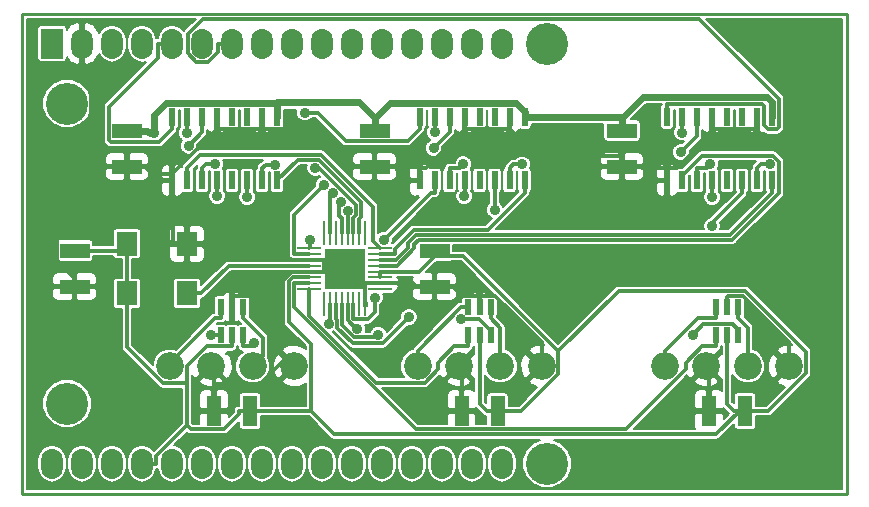
<source format=gbl>
G04 #@! TF.GenerationSoftware,KiCad,Pcbnew,no-vcs-found-0f0cb64~58~ubuntu16.04.1*
G04 #@! TF.CreationDate,2017-03-29T15:35:20-04:00*
G04 #@! TF.ProjectId,step_dir_controller_3x2,737465705F6469725F636F6E74726F6C,1.0*
G04 #@! TF.FileFunction,Copper,L2,Bot,Signal*
G04 #@! TF.FilePolarity,Positive*
%FSLAX46Y46*%
G04 Gerber Fmt 4.6, Leading zero omitted, Abs format (unit mm)*
G04 Created by KiCad (PCBNEW no-vcs-found-0f0cb64~58~ubuntu16.04.1) date Wed Mar 29 15:35:20 2017*
%MOMM*%
%LPD*%
G01*
G04 APERTURE LIST*
%ADD10C,0.100000*%
%ADD11C,0.228600*%
%ADD12O,1.854200X2.540000*%
%ADD13R,1.854200X2.540000*%
%ADD14C,3.556000*%
%ADD15R,2.540000X1.270000*%
%ADD16R,1.270000X2.540000*%
%ADD17R,1.800000X2.000000*%
%ADD18C,2.340000*%
%ADD19R,2.000000X0.250000*%
%ADD20R,0.250000X2.000000*%
%ADD21R,3.400000X3.400000*%
%ADD22R,0.600000X1.550000*%
%ADD23R,0.558800X1.330960*%
%ADD24C,0.889000*%
%ADD25C,0.304800*%
%ADD26C,0.609600*%
%ADD27C,0.203200*%
G04 APERTURE END LIST*
D10*
D11*
X155575000Y-68580000D02*
X85725000Y-68580000D01*
X155575000Y-109220000D02*
X155575000Y-68580000D01*
X85725000Y-109220000D02*
X155575000Y-109220000D01*
X85725000Y-68580000D02*
X85725000Y-109220000D01*
D12*
X90805000Y-71120000D03*
X93345000Y-71120000D03*
D13*
X88265000Y-71120000D03*
D12*
X95885000Y-71120000D03*
X98425000Y-71120000D03*
X100965000Y-71120000D03*
X103505000Y-71120000D03*
X106045000Y-71120000D03*
X108585000Y-71120000D03*
X111125000Y-71120000D03*
X113665000Y-71120000D03*
X116205000Y-71120000D03*
X118745000Y-71120000D03*
X121285000Y-71120000D03*
X123825000Y-71120000D03*
X126365000Y-71120000D03*
X126365000Y-106680000D03*
X123825000Y-106680000D03*
X121285000Y-106680000D03*
X118745000Y-106680000D03*
X116205000Y-106680000D03*
X113665000Y-106680000D03*
X111125000Y-106680000D03*
X108585000Y-106680000D03*
X106045000Y-106680000D03*
X103505000Y-106680000D03*
X100965000Y-106680000D03*
X98425000Y-106680000D03*
X95885000Y-106680000D03*
X93345000Y-106680000D03*
X90805000Y-106680000D03*
X88265000Y-106680000D03*
D14*
X89535000Y-76200000D03*
X89535000Y-101600000D03*
X130175000Y-106680000D03*
X130175000Y-71120000D03*
D15*
X90170000Y-91694000D03*
X90170000Y-88646000D03*
X120650000Y-91694000D03*
X120650000Y-88646000D03*
X94615000Y-81534000D03*
X94615000Y-78486000D03*
D16*
X105029000Y-102235000D03*
X101981000Y-102235000D03*
D15*
X115570000Y-78486000D03*
X115570000Y-81534000D03*
D16*
X125984000Y-102235000D03*
X122936000Y-102235000D03*
D15*
X136525000Y-81534000D03*
X136525000Y-78486000D03*
D16*
X146939000Y-102235000D03*
X143891000Y-102235000D03*
D17*
X94615000Y-92270000D03*
X99695000Y-92270000D03*
X99695000Y-88070000D03*
X94615000Y-88070000D03*
D18*
X105255000Y-98425000D03*
X101755000Y-98425000D03*
X98255000Y-98425000D03*
X108755000Y-98425000D03*
X129710000Y-98425000D03*
X119210000Y-98425000D03*
X122710000Y-98425000D03*
X126210000Y-98425000D03*
X147165000Y-98425000D03*
X143665000Y-98425000D03*
X140165000Y-98425000D03*
X150665000Y-98425000D03*
D19*
X116030000Y-91920000D03*
X116030000Y-91420000D03*
X116030000Y-90920000D03*
X116030000Y-90420000D03*
X116030000Y-89920000D03*
X116030000Y-89420000D03*
X116030000Y-88920000D03*
X116030000Y-88420000D03*
X110030000Y-88420000D03*
X110030000Y-88920000D03*
X110030000Y-89420000D03*
X110030000Y-89920000D03*
X110030000Y-90420000D03*
X110030000Y-90920000D03*
X110030000Y-91420000D03*
X110030000Y-91920000D03*
D20*
X114780000Y-87170000D03*
X114280000Y-87170000D03*
X113780000Y-87170000D03*
X113280000Y-87170000D03*
X112780000Y-87170000D03*
X112280000Y-87170000D03*
X111780000Y-87170000D03*
X111280000Y-87170000D03*
X111280000Y-93170000D03*
X111780000Y-93170000D03*
X112280000Y-93170000D03*
X112780000Y-93170000D03*
X113280000Y-93170000D03*
X113780000Y-93170000D03*
X114280000Y-93170000D03*
X114780000Y-93170000D03*
D21*
X113030000Y-90170000D03*
D22*
X107315000Y-82710000D03*
X106045000Y-82710000D03*
X104775000Y-82710000D03*
X103505000Y-82710000D03*
X102235000Y-82710000D03*
X100965000Y-82710000D03*
X99695000Y-82710000D03*
X98425000Y-82710000D03*
X98425000Y-77310000D03*
X99695000Y-77310000D03*
X100965000Y-77310000D03*
X102235000Y-77310000D03*
X103505000Y-77310000D03*
X104775000Y-77310000D03*
X106045000Y-77310000D03*
X107315000Y-77310000D03*
D23*
X102555040Y-93416120D03*
X103505000Y-93416120D03*
X104454960Y-93416120D03*
X104454960Y-95813880D03*
X103505000Y-95813880D03*
X102555040Y-95813880D03*
D22*
X128270000Y-82710000D03*
X127000000Y-82710000D03*
X125730000Y-82710000D03*
X124460000Y-82710000D03*
X123190000Y-82710000D03*
X121920000Y-82710000D03*
X120650000Y-82710000D03*
X119380000Y-82710000D03*
X119380000Y-77310000D03*
X120650000Y-77310000D03*
X121920000Y-77310000D03*
X123190000Y-77310000D03*
X124460000Y-77310000D03*
X125730000Y-77310000D03*
X127000000Y-77310000D03*
X128270000Y-77310000D03*
D23*
X123510040Y-93416120D03*
X124460000Y-93416120D03*
X125409960Y-93416120D03*
X125409960Y-95813880D03*
X124460000Y-95813880D03*
X123510040Y-95813880D03*
D22*
X149225000Y-77310000D03*
X147955000Y-77310000D03*
X146685000Y-77310000D03*
X145415000Y-77310000D03*
X144145000Y-77310000D03*
X142875000Y-77310000D03*
X141605000Y-77310000D03*
X140335000Y-77310000D03*
X140335000Y-82710000D03*
X141605000Y-82710000D03*
X142875000Y-82710000D03*
X144145000Y-82710000D03*
X145415000Y-82710000D03*
X146685000Y-82710000D03*
X147955000Y-82710000D03*
X149225000Y-82710000D03*
D23*
X144465040Y-95813880D03*
X145415000Y-95813880D03*
X146364960Y-95813880D03*
X146364960Y-93416120D03*
X145415000Y-93416120D03*
X144465040Y-93416120D03*
D24*
X96901000Y-78690000D03*
X109669400Y-76960400D03*
X110551300Y-81641100D03*
X118472900Y-94283700D03*
X111282900Y-83064900D03*
X112034000Y-83812700D03*
X112734800Y-84513600D03*
X110124000Y-87740500D03*
X104775000Y-84150500D03*
X107101000Y-81362900D03*
X102044600Y-81333500D03*
X102235000Y-84050200D03*
X99657000Y-78652700D03*
X99828400Y-79769000D03*
X120567600Y-79967200D03*
X120650000Y-78645400D03*
X123167800Y-84052900D03*
X123090600Y-81333500D03*
X128079600Y-81353500D03*
X125760400Y-85200100D03*
X144145000Y-86604800D03*
X149025100Y-81333500D03*
X144006400Y-81346700D03*
X144145000Y-84150500D03*
X141605000Y-78650000D03*
X141504400Y-80312500D03*
X105404100Y-96495000D03*
X114109100Y-95261800D03*
X101711400Y-95769600D03*
X111703100Y-94831700D03*
X122851400Y-94477100D03*
X113316000Y-85334100D03*
X142506400Y-95776500D03*
X115891400Y-95776500D03*
X116350900Y-87738200D03*
X115602400Y-92662500D03*
D25*
X101981000Y-102235000D02*
X101981000Y-100685600D01*
X144145000Y-77310000D02*
X144145000Y-78364400D01*
X124460000Y-93416100D02*
X124460000Y-92471200D01*
X99105300Y-88070000D02*
X98515600Y-88070000D01*
X99105300Y-88070000D02*
X99695000Y-88070000D01*
X98515600Y-83855000D02*
X98425000Y-83764400D01*
X98515600Y-88070000D02*
X98515600Y-83855000D01*
X122936000Y-98651000D02*
X122936000Y-102235000D01*
X122710000Y-98425000D02*
X122936000Y-98651000D01*
X136525000Y-81534000D02*
X136525000Y-80619600D01*
X98425000Y-82710000D02*
X98425000Y-83764400D01*
X143891000Y-98651000D02*
X143891000Y-102235000D01*
X143665000Y-98425000D02*
X143891000Y-98651000D01*
X90170000Y-91694000D02*
X90170000Y-90779600D01*
X90805000Y-71120000D02*
X90805000Y-72669400D01*
X88645600Y-84455800D02*
X91567400Y-81534000D01*
X88645600Y-89483800D02*
X88645600Y-84455800D01*
X89941400Y-90779600D02*
X88645600Y-89483800D01*
X90170000Y-90779600D02*
X89941400Y-90779600D01*
X91567400Y-73431800D02*
X90805000Y-72669400D01*
X91567400Y-81534000D02*
X91567400Y-73431800D01*
X91567400Y-81534000D02*
X94615000Y-81534000D01*
X98425000Y-82710000D02*
X98425000Y-82182800D01*
X94615000Y-81534000D02*
X96164400Y-81534000D01*
X106045000Y-77310000D02*
X106045000Y-78364400D01*
X140335000Y-82710000D02*
X140335000Y-81655600D01*
X138196000Y-81655600D02*
X138074400Y-81534000D01*
X140335000Y-81655600D02*
X138196000Y-81655600D01*
X136525000Y-81534000D02*
X138074400Y-81534000D01*
X123190000Y-77310000D02*
X123190000Y-78364400D01*
X119380000Y-82710000D02*
X119380000Y-81655600D01*
X119898800Y-81655600D02*
X119380000Y-81655600D01*
X123190000Y-78364400D02*
X119898800Y-81655600D01*
X119258400Y-81534000D02*
X117119400Y-81534000D01*
X119380000Y-81655600D02*
X119258400Y-81534000D01*
X99695000Y-88070000D02*
X100874400Y-88070000D01*
X110030000Y-89420000D02*
X111309400Y-89420000D01*
X127000000Y-77310000D02*
X127000000Y-78364400D01*
X127000000Y-78364400D02*
X123190000Y-78364400D01*
X129255200Y-80619600D02*
X127000000Y-78364400D01*
X136525000Y-80619600D02*
X129255200Y-80619600D01*
X141200900Y-81655600D02*
X140335000Y-81655600D01*
X144145000Y-78711500D02*
X141200900Y-81655600D01*
X144145000Y-78364400D02*
X144145000Y-78711500D01*
X147955000Y-77310000D02*
X147955000Y-78364400D01*
X144145000Y-78364400D02*
X147955000Y-78364400D01*
X102224400Y-89420000D02*
X110030000Y-89420000D01*
X100874400Y-88070000D02*
X102224400Y-89420000D01*
X116090600Y-81534000D02*
X117119400Y-81534000D01*
X116090600Y-81534000D02*
X115570000Y-81534000D01*
X145415000Y-93416100D02*
X145415000Y-92585400D01*
X150665000Y-96349600D02*
X150665000Y-98425000D01*
X146786600Y-92471200D02*
X150665000Y-96349600D01*
X145529200Y-92471200D02*
X146786600Y-92471200D01*
X145415000Y-92585400D02*
X145529200Y-92471200D01*
X120650000Y-91694000D02*
X119100600Y-91694000D01*
X115570000Y-81534000D02*
X114020600Y-81534000D01*
X125777700Y-92471200D02*
X124460000Y-92471200D01*
X129710000Y-96403500D02*
X125777700Y-92471200D01*
X129710000Y-98425000D02*
X129710000Y-96403500D01*
X122976600Y-92471200D02*
X122199400Y-91694000D01*
X124460000Y-92471200D02*
X122976600Y-92471200D01*
X120650000Y-91694000D02*
X122199400Y-91694000D01*
X103505000Y-93416100D02*
X103505000Y-92471200D01*
X111309400Y-89420000D02*
X111309400Y-90170000D01*
X111309400Y-90170000D02*
X111309400Y-90420000D01*
X110030000Y-90420000D02*
X111309400Y-90420000D01*
X118826600Y-91420000D02*
X116030000Y-91420000D01*
X119100600Y-91694000D02*
X118826600Y-91420000D01*
X114750600Y-93140600D02*
X114780000Y-93170000D01*
X114750600Y-91420000D02*
X114750600Y-93140600D01*
X116030000Y-91420000D02*
X114750600Y-91420000D01*
X111309400Y-90170000D02*
X113030000Y-90170000D01*
X114280000Y-91420000D02*
X114750600Y-91420000D01*
X113030000Y-90170000D02*
X114280000Y-91420000D01*
X96813200Y-82182800D02*
X98425000Y-82182800D01*
X96164400Y-81534000D02*
X96813200Y-82182800D01*
X110851000Y-78364400D02*
X106045000Y-78364400D01*
X114020600Y-81534000D02*
X110851000Y-78364400D01*
X106045000Y-78364400D02*
X102235000Y-78364400D01*
X102235000Y-78372800D02*
X102235000Y-78364400D01*
X98425000Y-82182800D02*
X102235000Y-78372800D01*
X102235000Y-78364400D02*
X102235000Y-77310000D01*
X107220700Y-92471200D02*
X103505000Y-92471200D01*
X107220700Y-91762900D02*
X107220700Y-92471200D01*
X108563600Y-90420000D02*
X107220700Y-91762900D01*
X110030000Y-90420000D02*
X108563600Y-90420000D01*
X107220700Y-96890700D02*
X108039000Y-97708900D01*
X107220700Y-92471200D02*
X107220700Y-96890700D01*
X108039000Y-97708900D02*
X108755000Y-98425000D01*
X105844800Y-99903100D02*
X101981000Y-99903100D01*
X108039000Y-97708900D02*
X105844800Y-99903100D01*
X101981000Y-100685600D02*
X101981000Y-99903100D01*
X101981000Y-98651000D02*
X101755000Y-98425000D01*
X101981000Y-99903100D02*
X101981000Y-98651000D01*
X120650000Y-88646000D02*
X120650000Y-89103200D01*
X95885000Y-106680000D02*
X97091500Y-106680000D01*
X103505000Y-95813900D02*
X103505000Y-96758800D01*
X97091500Y-105998200D02*
X99686600Y-103403100D01*
X97091500Y-106680000D02*
X97091500Y-105998200D01*
X100042900Y-103759400D02*
X99686600Y-103403100D01*
X102818800Y-103759400D02*
X100042900Y-103759400D01*
X104114600Y-102463600D02*
X102818800Y-103759400D01*
X104114600Y-102235000D02*
X104114600Y-102463600D01*
X105029000Y-102235000D02*
X104114600Y-102235000D01*
X125984000Y-102235000D02*
X126898400Y-102235000D01*
X125984000Y-102235000D02*
X125069600Y-102235000D01*
X90170000Y-88646000D02*
X91719400Y-88646000D01*
X94615000Y-88646000D02*
X91719400Y-88646000D01*
X94615000Y-92270000D02*
X94615000Y-88646000D01*
X94615000Y-88646000D02*
X94615000Y-88070000D01*
X116030000Y-90420000D02*
X116030000Y-90920000D01*
X119333200Y-90420000D02*
X116030000Y-90420000D01*
X120650000Y-89103200D02*
X119333200Y-90420000D01*
X136255800Y-92064400D02*
X131135400Y-97184800D01*
X146966600Y-92064400D02*
X136255800Y-92064400D01*
X152107100Y-97204900D02*
X146966600Y-92064400D01*
X152107100Y-99032700D02*
X152107100Y-97204900D01*
X148904800Y-102235000D02*
X152107100Y-99032700D01*
X146939000Y-102235000D02*
X148904800Y-102235000D01*
X123053800Y-89103200D02*
X131135400Y-97184800D01*
X120650000Y-89103200D02*
X123053800Y-89103200D01*
X127958300Y-102235000D02*
X126898400Y-102235000D01*
X131135400Y-99057900D02*
X127958300Y-102235000D01*
X131135400Y-97184800D02*
X131135400Y-99057900D01*
X145415000Y-101625400D02*
X146024600Y-102235000D01*
X145415000Y-95813900D02*
X145415000Y-101625400D01*
X124460000Y-101625400D02*
X125069600Y-102235000D01*
X124460000Y-95813900D02*
X124460000Y-101625400D01*
X146939000Y-102235000D02*
X146481800Y-102235000D01*
X146481800Y-102235000D02*
X146024600Y-102235000D01*
X105029000Y-102235000D02*
X105943400Y-102235000D01*
X94615000Y-96847100D02*
X94615000Y-92270000D01*
X97635200Y-99867300D02*
X94615000Y-96847100D01*
X99686600Y-99867300D02*
X97635200Y-99867300D01*
X99686600Y-103403100D02*
X99686600Y-99867300D01*
X101357500Y-96758800D02*
X103505000Y-96758800D01*
X99686600Y-98429700D02*
X101357500Y-96758800D01*
X99686600Y-99867300D02*
X99686600Y-98429700D01*
X110186400Y-102235000D02*
X105943400Y-102235000D01*
X112154000Y-104202600D02*
X110186400Y-102235000D01*
X144514200Y-104202600D02*
X112154000Y-104202600D01*
X146481800Y-102235000D02*
X144514200Y-104202600D01*
X108655400Y-90920000D02*
X110030000Y-90920000D01*
X108327900Y-91247500D02*
X108655400Y-90920000D01*
X108327900Y-94717100D02*
X108327900Y-91247500D01*
X110186400Y-96575600D02*
X108327900Y-94717100D01*
X110186400Y-102235000D02*
X110186400Y-96575600D01*
D26*
X96520800Y-78690000D02*
X96316800Y-78486000D01*
X96901000Y-78690000D02*
X96520800Y-78690000D01*
X94615000Y-78486000D02*
X96316800Y-78486000D01*
X115570000Y-78486000D02*
X115570000Y-77419200D01*
X116872100Y-76117100D02*
X115570000Y-77419200D01*
X127516000Y-76117100D02*
X116872100Y-76117100D01*
X128270000Y-76871100D02*
X127516000Y-76117100D01*
X128270000Y-77291100D02*
X128270000Y-76871100D01*
X114254000Y-76103200D02*
X115570000Y-77419200D01*
X107315000Y-76103200D02*
X114254000Y-76103200D01*
X107315000Y-77310000D02*
X107315000Y-76293600D01*
X107315000Y-76293600D02*
X107315000Y-76128200D01*
X138292000Y-75652200D02*
X136525000Y-77419200D01*
X148774000Y-75652200D02*
X138292000Y-75652200D01*
X149225000Y-76103200D02*
X148774000Y-75652200D01*
X149225000Y-77310000D02*
X149225000Y-76103200D01*
X136525000Y-78486000D02*
X136525000Y-77419200D01*
X128270000Y-77310000D02*
X128270000Y-77300500D01*
X128270000Y-77300500D02*
X128270000Y-77291100D01*
X136406300Y-77300500D02*
X136525000Y-77419200D01*
X128270000Y-77300500D02*
X136406300Y-77300500D01*
X107315000Y-76128200D02*
X107315000Y-76115700D01*
X107315000Y-76115700D02*
X107315000Y-76103200D01*
X96901000Y-77163200D02*
X96901000Y-78690000D01*
X97948500Y-76115700D02*
X96901000Y-77163200D01*
X107315000Y-76115700D02*
X97948500Y-76115700D01*
D25*
X99695000Y-92270000D02*
X100874400Y-92270000D01*
X110030000Y-89920000D02*
X108750600Y-89920000D01*
X103224400Y-89920000D02*
X108750600Y-89920000D01*
X100874400Y-92270000D02*
X103224400Y-89920000D01*
X97218500Y-72326500D02*
X97218500Y-71120000D01*
X93090600Y-76454400D02*
X97218500Y-72326500D01*
X93090600Y-79271300D02*
X93090600Y-76454400D01*
X93256100Y-79436800D02*
X93090600Y-79271300D01*
X97352600Y-79436800D02*
X93256100Y-79436800D01*
X98425000Y-78364400D02*
X97352600Y-79436800D01*
X98425000Y-77310000D02*
X98425000Y-78364400D01*
X98425000Y-71120000D02*
X97218500Y-71120000D01*
X119380000Y-77310000D02*
X119380000Y-78364400D01*
X110746600Y-76960400D02*
X109669400Y-76960400D01*
X113161600Y-79375400D02*
X110746600Y-76960400D01*
X118369000Y-79375400D02*
X113161600Y-79375400D01*
X119380000Y-78364400D02*
X118369000Y-79375400D01*
X102298500Y-71857400D02*
X102298500Y-71120000D01*
X101471400Y-72684500D02*
X102298500Y-71857400D01*
X100493700Y-72684500D02*
X101471400Y-72684500D01*
X99750000Y-71940800D02*
X100493700Y-72684500D01*
X99750000Y-70312800D02*
X99750000Y-71940800D01*
X101014100Y-69048700D02*
X99750000Y-70312800D01*
X143028100Y-69048700D02*
X101014100Y-69048700D01*
X149805300Y-75825900D02*
X143028100Y-69048700D01*
X149805300Y-78181800D02*
X149805300Y-75825900D01*
X149618300Y-78368800D02*
X149805300Y-78181800D01*
X148849200Y-78368800D02*
X149618300Y-78368800D01*
X148509400Y-78029000D02*
X148849200Y-78368800D01*
X148509400Y-76429700D02*
X148509400Y-78029000D01*
X148335300Y-76255600D02*
X148509400Y-76429700D01*
X140335000Y-76255600D02*
X148335300Y-76255600D01*
X140335000Y-77310000D02*
X140335000Y-76255600D01*
X103505000Y-71120000D02*
X102298500Y-71120000D01*
X113780000Y-87170000D02*
X113780000Y-85890600D01*
X110850800Y-81641100D02*
X110551300Y-81641100D01*
X114014800Y-84805100D02*
X110850800Y-81641100D01*
X114014800Y-85655800D02*
X114014800Y-84805100D01*
X113780000Y-85890600D02*
X114014800Y-85655800D01*
X112280000Y-94420300D02*
X112280000Y-93170000D01*
X112401900Y-94542200D02*
X112280000Y-94420300D01*
X112401900Y-95162700D02*
X112401900Y-94542200D01*
X113721400Y-96482200D02*
X112401900Y-95162700D01*
X116274400Y-96482200D02*
X113721400Y-96482200D01*
X118472900Y-94283700D02*
X116274400Y-96482200D01*
X108750600Y-85597200D02*
X111282900Y-83064900D01*
X108750600Y-88920000D02*
X108750600Y-85597200D01*
X110030000Y-88920000D02*
X108750600Y-88920000D01*
X111780000Y-84066700D02*
X112034000Y-83812700D01*
X111780000Y-87170000D02*
X111780000Y-84066700D01*
X112780000Y-87170000D02*
X112780000Y-85890600D01*
X112579600Y-84668800D02*
X112734800Y-84513600D01*
X112579600Y-85690200D02*
X112579600Y-84668800D01*
X112780000Y-85890600D02*
X112579600Y-85690200D01*
X110124000Y-88326000D02*
X110124000Y-87740500D01*
X110030000Y-88420000D02*
X110124000Y-88326000D01*
X104775000Y-84150500D02*
X104775000Y-82710000D01*
X106045000Y-82710000D02*
X106045000Y-81655600D01*
X106337700Y-81362900D02*
X107101000Y-81362900D01*
X106045000Y-81655600D02*
X106337700Y-81362900D01*
X100965000Y-82710000D02*
X100965000Y-81655600D01*
X101287100Y-81333500D02*
X100965000Y-81655600D01*
X102044600Y-81333500D02*
X101287100Y-81333500D01*
X102235000Y-82710000D02*
X102235000Y-84050200D01*
X99695000Y-78614700D02*
X99657000Y-78652700D01*
X99695000Y-77310000D02*
X99695000Y-78614700D01*
X100965000Y-78632400D02*
X100965000Y-77310000D01*
X99828400Y-79769000D02*
X100965000Y-78632400D01*
X121920000Y-78614800D02*
X120567600Y-79967200D01*
X121920000Y-77310000D02*
X121920000Y-78614800D01*
X120650000Y-77310000D02*
X120650000Y-78645400D01*
X123190000Y-84030700D02*
X123167800Y-84052900D01*
X123190000Y-82710000D02*
X123190000Y-84030700D01*
X122768500Y-81655600D02*
X121920000Y-81655600D01*
X123090600Y-81333500D02*
X122768500Y-81655600D01*
X121920000Y-82710000D02*
X121920000Y-81655600D01*
X127000000Y-82710000D02*
X127000000Y-81655600D01*
X127302100Y-81353500D02*
X127000000Y-81655600D01*
X128079600Y-81353500D02*
X127302100Y-81353500D01*
X125730000Y-85169700D02*
X125760400Y-85200100D01*
X125730000Y-82710000D02*
X125730000Y-85169700D01*
X146685000Y-82710000D02*
X146685000Y-83764400D01*
X144145000Y-86304400D02*
X144145000Y-86604800D01*
X146685000Y-83764400D02*
X144145000Y-86304400D01*
X147955000Y-82710000D02*
X147955000Y-81655600D01*
X148277100Y-81333500D02*
X147955000Y-81655600D01*
X149025100Y-81333500D02*
X148277100Y-81333500D01*
X143697500Y-81655600D02*
X142875000Y-81655600D01*
X144006400Y-81346700D02*
X143697500Y-81655600D01*
X142875000Y-82710000D02*
X142875000Y-81655600D01*
X144145000Y-84150500D02*
X144145000Y-82710000D01*
X141605000Y-77310000D02*
X141605000Y-78650000D01*
X142875000Y-77310000D02*
X142875000Y-78364400D01*
X142875000Y-78941900D02*
X142875000Y-78364400D01*
X141504400Y-80312500D02*
X142875000Y-78941900D01*
X105140300Y-96758800D02*
X105404100Y-96495000D01*
X104455000Y-96758800D02*
X105140300Y-96758800D01*
X113280000Y-94543000D02*
X113280000Y-93170000D01*
X113998800Y-95261800D02*
X113280000Y-94543000D01*
X114109100Y-95261800D02*
X113998800Y-95261800D01*
X104455000Y-95813900D02*
X104455000Y-96758800D01*
X101755700Y-95813900D02*
X101711400Y-95769600D01*
X102555000Y-95813900D02*
X101755700Y-95813900D01*
X111780000Y-94754800D02*
X111703100Y-94831700D01*
X111780000Y-93170000D02*
X111780000Y-94754800D01*
X123510000Y-95813900D02*
X123510000Y-96758800D01*
X110030000Y-94154300D02*
X110030000Y-91920000D01*
X115725100Y-99849400D02*
X110030000Y-94154300D01*
X119806300Y-99849400D02*
X115725100Y-99849400D01*
X120960100Y-98695600D02*
X119806300Y-99849400D01*
X120960100Y-98132000D02*
X120960100Y-98695600D01*
X122333300Y-96758800D02*
X120960100Y-98132000D01*
X123510000Y-96758800D02*
X122333300Y-96758800D01*
X124427800Y-94477100D02*
X122851400Y-94477100D01*
X125410000Y-95459300D02*
X124427800Y-94477100D01*
X125410000Y-95813900D02*
X125410000Y-95459300D01*
X113280000Y-85370100D02*
X113316000Y-85334100D01*
X113280000Y-87170000D02*
X113280000Y-85370100D01*
X143388900Y-94894000D02*
X142506400Y-95776500D01*
X145883900Y-94894000D02*
X143388900Y-94894000D01*
X146365000Y-95375100D02*
X145883900Y-94894000D01*
X146365000Y-95813900D02*
X146365000Y-95375100D01*
X115707300Y-95960600D02*
X115891400Y-95776500D01*
X113791200Y-95960600D02*
X115707300Y-95960600D01*
X112808600Y-94978000D02*
X113791200Y-95960600D01*
X112808600Y-93198600D02*
X112808600Y-94978000D01*
X112780000Y-93170000D02*
X112808600Y-93198600D01*
X108750600Y-93465400D02*
X108750600Y-91420000D01*
X119047500Y-103762300D02*
X108750600Y-93465400D01*
X136856400Y-103762300D02*
X119047500Y-103762300D01*
X141915100Y-98703600D02*
X136856400Y-103762300D01*
X141915100Y-98143900D02*
X141915100Y-98703600D01*
X143300200Y-96758800D02*
X141915100Y-98143900D01*
X144465000Y-96758800D02*
X143300200Y-96758800D01*
X144465000Y-95813900D02*
X144465000Y-96758800D01*
X110030000Y-91420000D02*
X108750600Y-91420000D01*
X117475000Y-89920000D02*
X116030000Y-89920000D01*
X118952300Y-88442700D02*
X117475000Y-89920000D01*
X118952300Y-88078500D02*
X118952300Y-88442700D01*
X119320400Y-87710400D02*
X118952300Y-88078500D01*
X145854300Y-87710400D02*
X119320400Y-87710400D01*
X149808700Y-83756000D02*
X145854300Y-87710400D01*
X149808700Y-81121600D02*
X149808700Y-83756000D01*
X149293200Y-80606100D02*
X149808700Y-81121600D01*
X143301000Y-80606100D02*
X149293200Y-80606100D01*
X141605000Y-82302100D02*
X143301000Y-80606100D01*
X141605000Y-82710000D02*
X141605000Y-82302100D01*
X149225000Y-82710000D02*
X149225000Y-83764400D01*
X116030000Y-89420000D02*
X117309400Y-89420000D01*
X117395300Y-89420000D02*
X117309400Y-89420000D01*
X118401700Y-88413600D02*
X117395300Y-89420000D01*
X118401700Y-87982300D02*
X118401700Y-88413600D01*
X119080300Y-87303700D02*
X118401700Y-87982300D01*
X145685700Y-87303700D02*
X119080300Y-87303700D01*
X149225000Y-83764400D02*
X145685700Y-87303700D01*
X128270000Y-82710000D02*
X128270000Y-83764400D01*
X116030000Y-88920000D02*
X117309400Y-88920000D01*
X117309400Y-88496800D02*
X117309400Y-88920000D01*
X118909200Y-86897000D02*
X117309400Y-88496800D01*
X125137400Y-86897000D02*
X118909200Y-86897000D01*
X128270000Y-83764400D02*
X125137400Y-86897000D01*
X99695000Y-82710000D02*
X99695000Y-81655600D01*
X100815000Y-80535600D02*
X99695000Y-81655600D01*
X111042600Y-80535600D02*
X100815000Y-80535600D01*
X115440200Y-84933200D02*
X111042600Y-80535600D01*
X115440200Y-87830200D02*
X115440200Y-84933200D01*
X116030000Y-88420000D02*
X115440200Y-87830200D01*
X109082700Y-80942300D02*
X107315000Y-82710000D01*
X110874200Y-80942300D02*
X109082700Y-80942300D01*
X114453700Y-84521800D02*
X110874200Y-80942300D01*
X114453700Y-85792200D02*
X114453700Y-84521800D01*
X114280000Y-85965900D02*
X114453700Y-85792200D01*
X114280000Y-87170000D02*
X114280000Y-85965900D01*
X113780000Y-93170000D02*
X113780000Y-94449400D01*
X120650000Y-82710000D02*
X120650000Y-83764400D01*
X120324700Y-83764400D02*
X116350900Y-87738200D01*
X120650000Y-83764400D02*
X120324700Y-83764400D01*
X115602400Y-93836200D02*
X115602400Y-92662500D01*
X114989200Y-94449400D02*
X115602400Y-93836200D01*
X113780000Y-94449400D02*
X114989200Y-94449400D01*
X104455000Y-93416100D02*
X104455000Y-94361000D01*
X106113500Y-96019500D02*
X104455000Y-94361000D01*
X106113500Y-97566500D02*
X106113500Y-96019500D01*
X105255000Y-98425000D02*
X106113500Y-97566500D01*
X98255000Y-98182900D02*
X98255000Y-98425000D01*
X102076900Y-94361000D02*
X98255000Y-98182900D01*
X102555000Y-94361000D02*
X102076900Y-94361000D01*
X102555000Y-93416100D02*
X102555000Y-94361000D01*
X119210000Y-97117400D02*
X119210000Y-98425000D01*
X122911300Y-93416100D02*
X119210000Y-97117400D01*
X123510000Y-93416100D02*
X122911300Y-93416100D01*
X126210000Y-95161000D02*
X126210000Y-98425000D01*
X125410000Y-94361000D02*
X126210000Y-95161000D01*
X125410000Y-93416100D02*
X125410000Y-94361000D01*
X147165000Y-95161000D02*
X147165000Y-98425000D01*
X146365000Y-94361000D02*
X147165000Y-95161000D01*
X146365000Y-93416100D02*
X146365000Y-94361000D01*
X140165000Y-97120500D02*
X140165000Y-98425000D01*
X142924500Y-94361000D02*
X140165000Y-97120500D01*
X144465000Y-94361000D02*
X142924500Y-94361000D01*
X144465000Y-93416100D02*
X144465000Y-94361000D01*
D27*
G36*
X99426711Y-69989511D02*
X99399600Y-70030085D01*
X99296085Y-69875163D01*
X98896428Y-69608121D01*
X98425000Y-69514348D01*
X97953572Y-69608121D01*
X97553915Y-69875163D01*
X97286873Y-70274820D01*
X97209336Y-70664623D01*
X97104800Y-70685416D01*
X97023127Y-70274820D01*
X96756085Y-69875163D01*
X96356428Y-69608121D01*
X95885000Y-69514348D01*
X95413572Y-69608121D01*
X95013915Y-69875163D01*
X94746873Y-70274820D01*
X94653100Y-70746248D01*
X94653100Y-71493752D01*
X94746873Y-71965180D01*
X95013915Y-72364837D01*
X95413572Y-72631879D01*
X95885000Y-72725652D01*
X96244224Y-72654198D01*
X92767311Y-76131111D01*
X92668202Y-76279437D01*
X92633400Y-76454400D01*
X92633400Y-79271300D01*
X92668202Y-79446263D01*
X92767311Y-79594589D01*
X92932811Y-79760089D01*
X93081137Y-79859198D01*
X93256100Y-79894000D01*
X97352600Y-79894000D01*
X97527563Y-79859198D01*
X97675889Y-79760089D01*
X98748289Y-78687689D01*
X98847398Y-78539363D01*
X98882200Y-78364400D01*
X98882200Y-78346542D01*
X98944748Y-78304748D01*
X99012115Y-78203927D01*
X99035771Y-78085000D01*
X99035771Y-76725300D01*
X99084229Y-76725300D01*
X99084229Y-78085000D01*
X99097626Y-78152351D01*
X99022144Y-78227701D01*
X98907830Y-78503001D01*
X98907570Y-78801091D01*
X99021404Y-79076590D01*
X99232001Y-79287556D01*
X99244775Y-79292860D01*
X99193544Y-79344001D01*
X99079230Y-79619301D01*
X99078970Y-79917391D01*
X99192804Y-80192890D01*
X99403401Y-80403856D01*
X99678701Y-80518170D01*
X99976791Y-80518430D01*
X100252290Y-80404596D01*
X100463256Y-80193999D01*
X100577570Y-79918699D01*
X100577790Y-79666188D01*
X101288289Y-78955689D01*
X101387398Y-78807363D01*
X101422200Y-78632400D01*
X101422200Y-78434305D01*
X101589689Y-78601794D01*
X101813743Y-78694600D01*
X101932600Y-78694600D01*
X102085000Y-78542200D01*
X102085000Y-77462400D01*
X102062600Y-77462400D01*
X102062600Y-77157600D01*
X102085000Y-77157600D01*
X102085000Y-77137600D01*
X102385000Y-77137600D01*
X102385000Y-77157600D01*
X102407400Y-77157600D01*
X102407400Y-77462400D01*
X102385000Y-77462400D01*
X102385000Y-78542200D01*
X102537400Y-78694600D01*
X102656257Y-78694600D01*
X102880311Y-78601794D01*
X103051794Y-78430311D01*
X103078105Y-78366791D01*
X103086073Y-78372115D01*
X103205000Y-78395771D01*
X103805000Y-78395771D01*
X103923927Y-78372115D01*
X104024748Y-78304748D01*
X104092115Y-78203927D01*
X104115771Y-78085000D01*
X104115771Y-76725300D01*
X104164229Y-76725300D01*
X104164229Y-78085000D01*
X104187885Y-78203927D01*
X104255252Y-78304748D01*
X104356073Y-78372115D01*
X104475000Y-78395771D01*
X105075000Y-78395771D01*
X105193927Y-78372115D01*
X105201895Y-78366791D01*
X105228206Y-78430311D01*
X105399689Y-78601794D01*
X105623743Y-78694600D01*
X105742600Y-78694600D01*
X105895000Y-78542200D01*
X105895000Y-77462400D01*
X105872600Y-77462400D01*
X105872600Y-77157600D01*
X105895000Y-77157600D01*
X105895000Y-77137600D01*
X106195000Y-77137600D01*
X106195000Y-77157600D01*
X106217400Y-77157600D01*
X106217400Y-77462400D01*
X106195000Y-77462400D01*
X106195000Y-78542200D01*
X106347400Y-78694600D01*
X106466257Y-78694600D01*
X106690311Y-78601794D01*
X106861794Y-78430311D01*
X106888105Y-78366791D01*
X106896073Y-78372115D01*
X107015000Y-78395771D01*
X107615000Y-78395771D01*
X107733927Y-78372115D01*
X107834748Y-78304748D01*
X107902115Y-78203927D01*
X107925771Y-78085000D01*
X107925771Y-76712800D01*
X108960882Y-76712800D01*
X108920230Y-76810701D01*
X108919970Y-77108791D01*
X109033804Y-77384290D01*
X109244401Y-77595256D01*
X109519701Y-77709570D01*
X109817791Y-77709830D01*
X110093290Y-77595996D01*
X110271999Y-77417600D01*
X110557222Y-77417600D01*
X112838311Y-79698689D01*
X112986637Y-79797798D01*
X113161600Y-79832600D01*
X118369000Y-79832600D01*
X118543963Y-79797798D01*
X118692289Y-79698689D01*
X119703289Y-78687689D01*
X119802398Y-78539363D01*
X119837200Y-78364400D01*
X119837200Y-78346542D01*
X119899748Y-78304748D01*
X119967115Y-78203927D01*
X119990771Y-78085000D01*
X119990771Y-76726700D01*
X120039229Y-76726700D01*
X120039229Y-78085000D01*
X120057710Y-78177910D01*
X120015144Y-78220401D01*
X119900830Y-78495701D01*
X119900570Y-78793791D01*
X120014404Y-79069290D01*
X120225001Y-79280256D01*
X120246438Y-79289157D01*
X120143710Y-79331604D01*
X119932744Y-79542201D01*
X119818430Y-79817501D01*
X119818170Y-80115591D01*
X119932004Y-80391090D01*
X120142601Y-80602056D01*
X120417901Y-80716370D01*
X120715991Y-80716630D01*
X120991490Y-80602796D01*
X121202456Y-80392199D01*
X121316770Y-80116899D01*
X121316990Y-79864388D01*
X122243289Y-78938090D01*
X122342398Y-78789763D01*
X122356417Y-78719284D01*
X122377200Y-78614800D01*
X122377200Y-78434305D01*
X122544689Y-78601794D01*
X122768743Y-78694600D01*
X122887600Y-78694600D01*
X123040000Y-78542200D01*
X123040000Y-77462400D01*
X123017600Y-77462400D01*
X123017600Y-77157600D01*
X123040000Y-77157600D01*
X123040000Y-77137600D01*
X123340000Y-77137600D01*
X123340000Y-77157600D01*
X123362400Y-77157600D01*
X123362400Y-77462400D01*
X123340000Y-77462400D01*
X123340000Y-78542200D01*
X123492400Y-78694600D01*
X123611257Y-78694600D01*
X123835311Y-78601794D01*
X124006794Y-78430311D01*
X124033105Y-78366791D01*
X124041073Y-78372115D01*
X124160000Y-78395771D01*
X124760000Y-78395771D01*
X124878927Y-78372115D01*
X124979748Y-78304748D01*
X125047115Y-78203927D01*
X125070771Y-78085000D01*
X125070771Y-76726700D01*
X125119229Y-76726700D01*
X125119229Y-78085000D01*
X125142885Y-78203927D01*
X125210252Y-78304748D01*
X125311073Y-78372115D01*
X125430000Y-78395771D01*
X126030000Y-78395771D01*
X126148927Y-78372115D01*
X126156895Y-78366791D01*
X126183206Y-78430311D01*
X126354689Y-78601794D01*
X126578743Y-78694600D01*
X126697600Y-78694600D01*
X126850000Y-78542200D01*
X126850000Y-77462400D01*
X126827600Y-77462400D01*
X126827600Y-77157600D01*
X126850000Y-77157600D01*
X126850000Y-77137600D01*
X127150000Y-77137600D01*
X127150000Y-77157600D01*
X127172400Y-77157600D01*
X127172400Y-77462400D01*
X127150000Y-77462400D01*
X127150000Y-78542200D01*
X127302400Y-78694600D01*
X127421257Y-78694600D01*
X127645311Y-78601794D01*
X127816794Y-78430311D01*
X127843105Y-78366791D01*
X127851073Y-78372115D01*
X127970000Y-78395771D01*
X128570000Y-78395771D01*
X128688927Y-78372115D01*
X128789748Y-78304748D01*
X128857115Y-78203927D01*
X128880771Y-78085000D01*
X128880771Y-77910100D01*
X134944229Y-77910100D01*
X134944229Y-79121000D01*
X134967885Y-79239927D01*
X135035252Y-79340748D01*
X135136073Y-79408115D01*
X135255000Y-79431771D01*
X137795000Y-79431771D01*
X137913927Y-79408115D01*
X138014748Y-79340748D01*
X138082115Y-79239927D01*
X138105771Y-79121000D01*
X138105771Y-77851000D01*
X138082115Y-77732073D01*
X138014748Y-77631252D01*
X137913927Y-77563885D01*
X137795000Y-77540229D01*
X137266075Y-77540229D01*
X138544505Y-76261800D01*
X139877800Y-76261800D01*
X139877800Y-76273458D01*
X139815252Y-76315252D01*
X139747885Y-76416073D01*
X139724229Y-76535000D01*
X139724229Y-78085000D01*
X139747885Y-78203927D01*
X139815252Y-78304748D01*
X139916073Y-78372115D01*
X140035000Y-78395771D01*
X140635000Y-78395771D01*
X140753927Y-78372115D01*
X140854748Y-78304748D01*
X140922115Y-78203927D01*
X140945771Y-78085000D01*
X140945771Y-76712800D01*
X140994229Y-76712800D01*
X140994229Y-78085000D01*
X141013473Y-78181748D01*
X140970144Y-78225001D01*
X140855830Y-78500301D01*
X140855570Y-78798391D01*
X140969404Y-79073890D01*
X141180001Y-79284856D01*
X141455301Y-79399170D01*
X141753391Y-79399430D01*
X141783215Y-79387107D01*
X141607033Y-79563289D01*
X141356009Y-79563070D01*
X141080510Y-79676904D01*
X140869544Y-79887501D01*
X140755230Y-80162801D01*
X140754970Y-80460891D01*
X140868804Y-80736390D01*
X141079401Y-80947356D01*
X141354701Y-81061670D01*
X141652791Y-81061930D01*
X141928290Y-80948096D01*
X142139256Y-80737499D01*
X142253570Y-80462199D01*
X142253790Y-80209688D01*
X143198289Y-79265189D01*
X143297398Y-79116863D01*
X143332200Y-78941900D01*
X143332200Y-78434305D01*
X143499689Y-78601794D01*
X143723743Y-78694600D01*
X143842600Y-78694600D01*
X143995000Y-78542200D01*
X143995000Y-77462400D01*
X143972600Y-77462400D01*
X143972600Y-77157600D01*
X143995000Y-77157600D01*
X143995000Y-77137600D01*
X144295000Y-77137600D01*
X144295000Y-77157600D01*
X144317400Y-77157600D01*
X144317400Y-77462400D01*
X144295000Y-77462400D01*
X144295000Y-78542200D01*
X144447400Y-78694600D01*
X144566257Y-78694600D01*
X144790311Y-78601794D01*
X144961794Y-78430311D01*
X144988105Y-78366791D01*
X144996073Y-78372115D01*
X145115000Y-78395771D01*
X145715000Y-78395771D01*
X145833927Y-78372115D01*
X145934748Y-78304748D01*
X146002115Y-78203927D01*
X146025771Y-78085000D01*
X146025771Y-76712800D01*
X146074229Y-76712800D01*
X146074229Y-78085000D01*
X146097885Y-78203927D01*
X146165252Y-78304748D01*
X146266073Y-78372115D01*
X146385000Y-78395771D01*
X146985000Y-78395771D01*
X147103927Y-78372115D01*
X147111895Y-78366791D01*
X147138206Y-78430311D01*
X147309689Y-78601794D01*
X147533743Y-78694600D01*
X147652600Y-78694600D01*
X147805000Y-78542200D01*
X147805000Y-77462400D01*
X147782600Y-77462400D01*
X147782600Y-77157600D01*
X147805000Y-77157600D01*
X147805000Y-77137600D01*
X148052200Y-77137600D01*
X148052200Y-78029000D01*
X148087002Y-78203963D01*
X148105000Y-78230899D01*
X148105000Y-78542200D01*
X148257400Y-78694600D01*
X148376257Y-78694600D01*
X148483854Y-78650032D01*
X148525911Y-78692089D01*
X148674237Y-78791198D01*
X148849200Y-78826000D01*
X149618300Y-78826000D01*
X149793263Y-78791198D01*
X149941589Y-78692089D01*
X150128589Y-78505089D01*
X150227698Y-78356763D01*
X150262500Y-78181800D01*
X150262500Y-75825900D01*
X150227698Y-75650937D01*
X150128589Y-75502611D01*
X143625078Y-68999100D01*
X155155900Y-68999100D01*
X155155900Y-108800900D01*
X86144100Y-108800900D01*
X86144100Y-106306248D01*
X87033100Y-106306248D01*
X87033100Y-107053752D01*
X87126873Y-107525180D01*
X87393915Y-107924837D01*
X87793572Y-108191879D01*
X88265000Y-108285652D01*
X88736428Y-108191879D01*
X89136085Y-107924837D01*
X89403127Y-107525180D01*
X89496900Y-107053752D01*
X89496900Y-106306248D01*
X89573100Y-106306248D01*
X89573100Y-107053752D01*
X89666873Y-107525180D01*
X89933915Y-107924837D01*
X90333572Y-108191879D01*
X90805000Y-108285652D01*
X91276428Y-108191879D01*
X91676085Y-107924837D01*
X91943127Y-107525180D01*
X92036900Y-107053752D01*
X92036900Y-106306248D01*
X92113100Y-106306248D01*
X92113100Y-107053752D01*
X92206873Y-107525180D01*
X92473915Y-107924837D01*
X92873572Y-108191879D01*
X93345000Y-108285652D01*
X93816428Y-108191879D01*
X94216085Y-107924837D01*
X94483127Y-107525180D01*
X94576900Y-107053752D01*
X94576900Y-106306248D01*
X94483127Y-105834820D01*
X94216085Y-105435163D01*
X93816428Y-105168121D01*
X93345000Y-105074348D01*
X92873572Y-105168121D01*
X92473915Y-105435163D01*
X92206873Y-105834820D01*
X92113100Y-106306248D01*
X92036900Y-106306248D01*
X91943127Y-105834820D01*
X91676085Y-105435163D01*
X91276428Y-105168121D01*
X90805000Y-105074348D01*
X90333572Y-105168121D01*
X89933915Y-105435163D01*
X89666873Y-105834820D01*
X89573100Y-106306248D01*
X89496900Y-106306248D01*
X89403127Y-105834820D01*
X89136085Y-105435163D01*
X88736428Y-105168121D01*
X88265000Y-105074348D01*
X87793572Y-105168121D01*
X87393915Y-105435163D01*
X87126873Y-105834820D01*
X87033100Y-106306248D01*
X86144100Y-106306248D01*
X86144100Y-102012477D01*
X87451840Y-102012477D01*
X87768259Y-102778270D01*
X88353648Y-103364682D01*
X89118888Y-103682437D01*
X89947477Y-103683160D01*
X90713270Y-103366741D01*
X91299682Y-102781352D01*
X91617437Y-102016112D01*
X91618160Y-101187523D01*
X91301741Y-100421730D01*
X90716352Y-99835318D01*
X89951112Y-99517563D01*
X89122523Y-99516840D01*
X88356730Y-99833259D01*
X87770318Y-100418648D01*
X87452563Y-101183888D01*
X87451840Y-102012477D01*
X86144100Y-102012477D01*
X86144100Y-91998800D01*
X88290400Y-91998800D01*
X88290400Y-92450257D01*
X88383206Y-92674311D01*
X88554689Y-92845794D01*
X88778743Y-92938600D01*
X89865200Y-92938600D01*
X90017600Y-92786200D01*
X90017600Y-91846400D01*
X90322400Y-91846400D01*
X90322400Y-92786200D01*
X90474800Y-92938600D01*
X91561257Y-92938600D01*
X91785311Y-92845794D01*
X91956794Y-92674311D01*
X92049600Y-92450257D01*
X92049600Y-91998800D01*
X91897200Y-91846400D01*
X90322400Y-91846400D01*
X90017600Y-91846400D01*
X88442800Y-91846400D01*
X88290400Y-91998800D01*
X86144100Y-91998800D01*
X86144100Y-90937743D01*
X88290400Y-90937743D01*
X88290400Y-91389200D01*
X88442800Y-91541600D01*
X90017600Y-91541600D01*
X90017600Y-90601800D01*
X90322400Y-90601800D01*
X90322400Y-91541600D01*
X91897200Y-91541600D01*
X92049600Y-91389200D01*
X92049600Y-90937743D01*
X91956794Y-90713689D01*
X91785311Y-90542206D01*
X91561257Y-90449400D01*
X90474800Y-90449400D01*
X90322400Y-90601800D01*
X90017600Y-90601800D01*
X89865200Y-90449400D01*
X88778743Y-90449400D01*
X88554689Y-90542206D01*
X88383206Y-90713689D01*
X88290400Y-90937743D01*
X86144100Y-90937743D01*
X86144100Y-88011000D01*
X88589229Y-88011000D01*
X88589229Y-89281000D01*
X88612885Y-89399927D01*
X88680252Y-89500748D01*
X88781073Y-89568115D01*
X88900000Y-89591771D01*
X91440000Y-89591771D01*
X91558927Y-89568115D01*
X91659748Y-89500748D01*
X91727115Y-89399927D01*
X91750771Y-89281000D01*
X91750771Y-89103200D01*
X93410833Y-89103200D01*
X93427885Y-89188927D01*
X93495252Y-89289748D01*
X93596073Y-89357115D01*
X93715000Y-89380771D01*
X94157800Y-89380771D01*
X94157800Y-90959229D01*
X93715000Y-90959229D01*
X93596073Y-90982885D01*
X93495252Y-91050252D01*
X93427885Y-91151073D01*
X93404229Y-91270000D01*
X93404229Y-93270000D01*
X93427885Y-93388927D01*
X93495252Y-93489748D01*
X93596073Y-93557115D01*
X93715000Y-93580771D01*
X94157800Y-93580771D01*
X94157800Y-96847100D01*
X94192602Y-97022063D01*
X94291711Y-97170389D01*
X97311911Y-100190589D01*
X97460237Y-100289698D01*
X97635200Y-100324500D01*
X99229400Y-100324500D01*
X99229400Y-103213722D01*
X96856972Y-105586150D01*
X96756085Y-105435163D01*
X96356428Y-105168121D01*
X95885000Y-105074348D01*
X95413572Y-105168121D01*
X95013915Y-105435163D01*
X94746873Y-105834820D01*
X94653100Y-106306248D01*
X94653100Y-107053752D01*
X94746873Y-107525180D01*
X95013915Y-107924837D01*
X95413572Y-108191879D01*
X95885000Y-108285652D01*
X96356428Y-108191879D01*
X96756085Y-107924837D01*
X97023127Y-107525180D01*
X97100664Y-107135377D01*
X97205200Y-107114584D01*
X97286873Y-107525180D01*
X97553915Y-107924837D01*
X97953572Y-108191879D01*
X98425000Y-108285652D01*
X98896428Y-108191879D01*
X99296085Y-107924837D01*
X99563127Y-107525180D01*
X99656900Y-107053752D01*
X99656900Y-106306248D01*
X99733100Y-106306248D01*
X99733100Y-107053752D01*
X99826873Y-107525180D01*
X100093915Y-107924837D01*
X100493572Y-108191879D01*
X100965000Y-108285652D01*
X101436428Y-108191879D01*
X101836085Y-107924837D01*
X102103127Y-107525180D01*
X102196900Y-107053752D01*
X102196900Y-106306248D01*
X102273100Y-106306248D01*
X102273100Y-107053752D01*
X102366873Y-107525180D01*
X102633915Y-107924837D01*
X103033572Y-108191879D01*
X103505000Y-108285652D01*
X103976428Y-108191879D01*
X104376085Y-107924837D01*
X104643127Y-107525180D01*
X104736900Y-107053752D01*
X104736900Y-106306248D01*
X104813100Y-106306248D01*
X104813100Y-107053752D01*
X104906873Y-107525180D01*
X105173915Y-107924837D01*
X105573572Y-108191879D01*
X106045000Y-108285652D01*
X106516428Y-108191879D01*
X106916085Y-107924837D01*
X107183127Y-107525180D01*
X107276900Y-107053752D01*
X107276900Y-106306248D01*
X107353100Y-106306248D01*
X107353100Y-107053752D01*
X107446873Y-107525180D01*
X107713915Y-107924837D01*
X108113572Y-108191879D01*
X108585000Y-108285652D01*
X109056428Y-108191879D01*
X109456085Y-107924837D01*
X109723127Y-107525180D01*
X109816900Y-107053752D01*
X109816900Y-106306248D01*
X109893100Y-106306248D01*
X109893100Y-107053752D01*
X109986873Y-107525180D01*
X110253915Y-107924837D01*
X110653572Y-108191879D01*
X111125000Y-108285652D01*
X111596428Y-108191879D01*
X111996085Y-107924837D01*
X112263127Y-107525180D01*
X112356900Y-107053752D01*
X112356900Y-106306248D01*
X112433100Y-106306248D01*
X112433100Y-107053752D01*
X112526873Y-107525180D01*
X112793915Y-107924837D01*
X113193572Y-108191879D01*
X113665000Y-108285652D01*
X114136428Y-108191879D01*
X114536085Y-107924837D01*
X114803127Y-107525180D01*
X114896900Y-107053752D01*
X114896900Y-106306248D01*
X114973100Y-106306248D01*
X114973100Y-107053752D01*
X115066873Y-107525180D01*
X115333915Y-107924837D01*
X115733572Y-108191879D01*
X116205000Y-108285652D01*
X116676428Y-108191879D01*
X117076085Y-107924837D01*
X117343127Y-107525180D01*
X117436900Y-107053752D01*
X117436900Y-106306248D01*
X117513100Y-106306248D01*
X117513100Y-107053752D01*
X117606873Y-107525180D01*
X117873915Y-107924837D01*
X118273572Y-108191879D01*
X118745000Y-108285652D01*
X119216428Y-108191879D01*
X119616085Y-107924837D01*
X119883127Y-107525180D01*
X119976900Y-107053752D01*
X119976900Y-106306248D01*
X120053100Y-106306248D01*
X120053100Y-107053752D01*
X120146873Y-107525180D01*
X120413915Y-107924837D01*
X120813572Y-108191879D01*
X121285000Y-108285652D01*
X121756428Y-108191879D01*
X122156085Y-107924837D01*
X122423127Y-107525180D01*
X122516900Y-107053752D01*
X122516900Y-106306248D01*
X122593100Y-106306248D01*
X122593100Y-107053752D01*
X122686873Y-107525180D01*
X122953915Y-107924837D01*
X123353572Y-108191879D01*
X123825000Y-108285652D01*
X124296428Y-108191879D01*
X124696085Y-107924837D01*
X124963127Y-107525180D01*
X125056900Y-107053752D01*
X125056900Y-106306248D01*
X125133100Y-106306248D01*
X125133100Y-107053752D01*
X125226873Y-107525180D01*
X125493915Y-107924837D01*
X125893572Y-108191879D01*
X126365000Y-108285652D01*
X126836428Y-108191879D01*
X127236085Y-107924837D01*
X127503127Y-107525180D01*
X127596900Y-107053752D01*
X127596900Y-106306248D01*
X127503127Y-105834820D01*
X127236085Y-105435163D01*
X126836428Y-105168121D01*
X126365000Y-105074348D01*
X125893572Y-105168121D01*
X125493915Y-105435163D01*
X125226873Y-105834820D01*
X125133100Y-106306248D01*
X125056900Y-106306248D01*
X124963127Y-105834820D01*
X124696085Y-105435163D01*
X124296428Y-105168121D01*
X123825000Y-105074348D01*
X123353572Y-105168121D01*
X122953915Y-105435163D01*
X122686873Y-105834820D01*
X122593100Y-106306248D01*
X122516900Y-106306248D01*
X122423127Y-105834820D01*
X122156085Y-105435163D01*
X121756428Y-105168121D01*
X121285000Y-105074348D01*
X120813572Y-105168121D01*
X120413915Y-105435163D01*
X120146873Y-105834820D01*
X120053100Y-106306248D01*
X119976900Y-106306248D01*
X119883127Y-105834820D01*
X119616085Y-105435163D01*
X119216428Y-105168121D01*
X118745000Y-105074348D01*
X118273572Y-105168121D01*
X117873915Y-105435163D01*
X117606873Y-105834820D01*
X117513100Y-106306248D01*
X117436900Y-106306248D01*
X117343127Y-105834820D01*
X117076085Y-105435163D01*
X116676428Y-105168121D01*
X116205000Y-105074348D01*
X115733572Y-105168121D01*
X115333915Y-105435163D01*
X115066873Y-105834820D01*
X114973100Y-106306248D01*
X114896900Y-106306248D01*
X114803127Y-105834820D01*
X114536085Y-105435163D01*
X114136428Y-105168121D01*
X113665000Y-105074348D01*
X113193572Y-105168121D01*
X112793915Y-105435163D01*
X112526873Y-105834820D01*
X112433100Y-106306248D01*
X112356900Y-106306248D01*
X112263127Y-105834820D01*
X111996085Y-105435163D01*
X111596428Y-105168121D01*
X111125000Y-105074348D01*
X110653572Y-105168121D01*
X110253915Y-105435163D01*
X109986873Y-105834820D01*
X109893100Y-106306248D01*
X109816900Y-106306248D01*
X109723127Y-105834820D01*
X109456085Y-105435163D01*
X109056428Y-105168121D01*
X108585000Y-105074348D01*
X108113572Y-105168121D01*
X107713915Y-105435163D01*
X107446873Y-105834820D01*
X107353100Y-106306248D01*
X107276900Y-106306248D01*
X107183127Y-105834820D01*
X106916085Y-105435163D01*
X106516428Y-105168121D01*
X106045000Y-105074348D01*
X105573572Y-105168121D01*
X105173915Y-105435163D01*
X104906873Y-105834820D01*
X104813100Y-106306248D01*
X104736900Y-106306248D01*
X104643127Y-105834820D01*
X104376085Y-105435163D01*
X103976428Y-105168121D01*
X103505000Y-105074348D01*
X103033572Y-105168121D01*
X102633915Y-105435163D01*
X102366873Y-105834820D01*
X102273100Y-106306248D01*
X102196900Y-106306248D01*
X102103127Y-105834820D01*
X101836085Y-105435163D01*
X101436428Y-105168121D01*
X100965000Y-105074348D01*
X100493572Y-105168121D01*
X100093915Y-105435163D01*
X99826873Y-105834820D01*
X99733100Y-106306248D01*
X99656900Y-106306248D01*
X99563127Y-105834820D01*
X99296085Y-105435163D01*
X98896428Y-105168121D01*
X98622621Y-105113657D01*
X99686600Y-104049678D01*
X99719611Y-104082689D01*
X99867937Y-104181798D01*
X100042900Y-104216600D01*
X102818800Y-104216600D01*
X102993763Y-104181798D01*
X103142089Y-104082689D01*
X104083229Y-103141549D01*
X104083229Y-103505000D01*
X104106885Y-103623927D01*
X104174252Y-103724748D01*
X104275073Y-103792115D01*
X104394000Y-103815771D01*
X105664000Y-103815771D01*
X105782927Y-103792115D01*
X105883748Y-103724748D01*
X105951115Y-103623927D01*
X105974771Y-103505000D01*
X105974771Y-102692200D01*
X109997022Y-102692200D01*
X111830711Y-104525889D01*
X111979037Y-104624998D01*
X112154000Y-104659800D01*
X129610148Y-104659800D01*
X128996730Y-104913259D01*
X128410318Y-105498648D01*
X128092563Y-106263888D01*
X128091840Y-107092477D01*
X128408259Y-107858270D01*
X128993648Y-108444682D01*
X129758888Y-108762437D01*
X130587477Y-108763160D01*
X131353270Y-108446741D01*
X131939682Y-107861352D01*
X132257437Y-107096112D01*
X132258160Y-106267523D01*
X131941741Y-105501730D01*
X131356352Y-104915318D01*
X130740996Y-104659800D01*
X144514200Y-104659800D01*
X144689163Y-104624998D01*
X144837489Y-104525889D01*
X145993229Y-103370149D01*
X145993229Y-103505000D01*
X146016885Y-103623927D01*
X146084252Y-103724748D01*
X146185073Y-103792115D01*
X146304000Y-103815771D01*
X147574000Y-103815771D01*
X147692927Y-103792115D01*
X147793748Y-103724748D01*
X147861115Y-103623927D01*
X147884771Y-103505000D01*
X147884771Y-102692200D01*
X148904800Y-102692200D01*
X149079763Y-102657398D01*
X149228089Y-102558289D01*
X152430389Y-99355989D01*
X152529498Y-99207663D01*
X152564300Y-99032700D01*
X152564300Y-97204900D01*
X152529498Y-97029937D01*
X152430389Y-96881611D01*
X147289889Y-91741111D01*
X147141563Y-91642002D01*
X146966600Y-91607200D01*
X136255800Y-91607200D01*
X136080837Y-91642002D01*
X135932511Y-91741111D01*
X131135400Y-96538222D01*
X123377089Y-88779911D01*
X123228763Y-88680802D01*
X123053800Y-88646000D01*
X122230771Y-88646000D01*
X122230771Y-88167600D01*
X145854300Y-88167600D01*
X146029263Y-88132798D01*
X146177589Y-88033689D01*
X150131989Y-84079289D01*
X150231098Y-83930963D01*
X150265900Y-83756000D01*
X150265900Y-81121600D01*
X150231098Y-80946637D01*
X150131989Y-80798311D01*
X149616489Y-80282811D01*
X149468163Y-80183702D01*
X149293200Y-80148900D01*
X143301000Y-80148900D01*
X143126037Y-80183702D01*
X142977711Y-80282811D01*
X141636293Y-81624229D01*
X141305000Y-81624229D01*
X141186073Y-81647885D01*
X141178105Y-81653209D01*
X141151794Y-81589689D01*
X140980311Y-81418206D01*
X140756257Y-81325400D01*
X140637400Y-81325400D01*
X140485000Y-81477800D01*
X140485000Y-82557600D01*
X140507400Y-82557600D01*
X140507400Y-82862400D01*
X140485000Y-82862400D01*
X140485000Y-83942200D01*
X140637400Y-84094600D01*
X140756257Y-84094600D01*
X140980311Y-84001794D01*
X141151794Y-83830311D01*
X141178105Y-83766791D01*
X141186073Y-83772115D01*
X141305000Y-83795771D01*
X141905000Y-83795771D01*
X142023927Y-83772115D01*
X142124748Y-83704748D01*
X142192115Y-83603927D01*
X142215771Y-83485000D01*
X142215771Y-82337907D01*
X142264229Y-82289449D01*
X142264229Y-83485000D01*
X142287885Y-83603927D01*
X142355252Y-83704748D01*
X142456073Y-83772115D01*
X142575000Y-83795771D01*
X143175000Y-83795771D01*
X143293927Y-83772115D01*
X143394748Y-83704748D01*
X143462115Y-83603927D01*
X143485771Y-83485000D01*
X143485771Y-82112800D01*
X143534229Y-82112800D01*
X143534229Y-83485000D01*
X143557885Y-83603927D01*
X143587513Y-83648268D01*
X143510144Y-83725501D01*
X143395830Y-84000801D01*
X143395570Y-84298891D01*
X143509404Y-84574390D01*
X143720001Y-84785356D01*
X143995301Y-84899670D01*
X144293391Y-84899930D01*
X144568890Y-84786096D01*
X144779856Y-84575499D01*
X144894170Y-84300199D01*
X144894430Y-84002109D01*
X144780596Y-83726610D01*
X144702449Y-83648326D01*
X144732115Y-83603927D01*
X144755771Y-83485000D01*
X144755771Y-81935000D01*
X144804229Y-81935000D01*
X144804229Y-83485000D01*
X144827885Y-83603927D01*
X144895252Y-83704748D01*
X144996073Y-83772115D01*
X145115000Y-83795771D01*
X145715000Y-83795771D01*
X145833927Y-83772115D01*
X145934748Y-83704748D01*
X146002115Y-83603927D01*
X146025771Y-83485000D01*
X146025771Y-81935000D01*
X146002115Y-81816073D01*
X145934748Y-81715252D01*
X145833927Y-81647885D01*
X145715000Y-81624229D01*
X145115000Y-81624229D01*
X144996073Y-81647885D01*
X144895252Y-81715252D01*
X144827885Y-81816073D01*
X144804229Y-81935000D01*
X144755771Y-81935000D01*
X144732115Y-81816073D01*
X144664748Y-81715252D01*
X144664706Y-81715224D01*
X144755570Y-81496399D01*
X144755830Y-81198309D01*
X144700045Y-81063300D01*
X147900722Y-81063300D01*
X147631711Y-81332311D01*
X147532602Y-81480637D01*
X147497800Y-81655600D01*
X147497800Y-81673458D01*
X147435252Y-81715252D01*
X147367885Y-81816073D01*
X147344229Y-81935000D01*
X147344229Y-83485000D01*
X147367885Y-83603927D01*
X147435252Y-83704748D01*
X147536073Y-83772115D01*
X147655000Y-83795771D01*
X148255000Y-83795771D01*
X148373927Y-83772115D01*
X148474748Y-83704748D01*
X148542115Y-83603927D01*
X148565771Y-83485000D01*
X148565771Y-81935000D01*
X148565514Y-81933709D01*
X148600101Y-81968356D01*
X148614229Y-81974222D01*
X148614229Y-83485000D01*
X148637885Y-83603927D01*
X148678344Y-83664478D01*
X145496322Y-86846500D01*
X144855968Y-86846500D01*
X144894170Y-86754499D01*
X144894430Y-86456409D01*
X144819913Y-86276065D01*
X147008289Y-84087690D01*
X147107398Y-83939363D01*
X147116871Y-83891737D01*
X147142200Y-83764400D01*
X147142200Y-83746542D01*
X147204748Y-83704748D01*
X147272115Y-83603927D01*
X147295771Y-83485000D01*
X147295771Y-81935000D01*
X147272115Y-81816073D01*
X147204748Y-81715252D01*
X147103927Y-81647885D01*
X146985000Y-81624229D01*
X146385000Y-81624229D01*
X146266073Y-81647885D01*
X146165252Y-81715252D01*
X146097885Y-81816073D01*
X146074229Y-81935000D01*
X146074229Y-83485000D01*
X146097885Y-83603927D01*
X146138344Y-83664477D01*
X143912839Y-85889983D01*
X143721110Y-85969204D01*
X143510144Y-86179801D01*
X143395830Y-86455101D01*
X143395570Y-86753191D01*
X143434125Y-86846500D01*
X125834478Y-86846500D01*
X128593289Y-84087690D01*
X128692398Y-83939363D01*
X128701871Y-83891737D01*
X128727200Y-83764400D01*
X128727200Y-83746542D01*
X128789748Y-83704748D01*
X128857115Y-83603927D01*
X128880771Y-83485000D01*
X128880771Y-83014800D01*
X139425400Y-83014800D01*
X139425400Y-83606257D01*
X139518206Y-83830311D01*
X139689689Y-84001794D01*
X139913743Y-84094600D01*
X140032600Y-84094600D01*
X140185000Y-83942200D01*
X140185000Y-82862400D01*
X139577800Y-82862400D01*
X139425400Y-83014800D01*
X128880771Y-83014800D01*
X128880771Y-81935000D01*
X128861636Y-81838800D01*
X134645400Y-81838800D01*
X134645400Y-82290257D01*
X134738206Y-82514311D01*
X134909689Y-82685794D01*
X135133743Y-82778600D01*
X136220200Y-82778600D01*
X136372600Y-82626200D01*
X136372600Y-81686400D01*
X136677400Y-81686400D01*
X136677400Y-82626200D01*
X136829800Y-82778600D01*
X137916257Y-82778600D01*
X138140311Y-82685794D01*
X138311794Y-82514311D01*
X138404600Y-82290257D01*
X138404600Y-81838800D01*
X138379543Y-81813743D01*
X139425400Y-81813743D01*
X139425400Y-82405200D01*
X139577800Y-82557600D01*
X140185000Y-82557600D01*
X140185000Y-81477800D01*
X140032600Y-81325400D01*
X139913743Y-81325400D01*
X139689689Y-81418206D01*
X139518206Y-81589689D01*
X139425400Y-81813743D01*
X138379543Y-81813743D01*
X138252200Y-81686400D01*
X136677400Y-81686400D01*
X136372600Y-81686400D01*
X134797800Y-81686400D01*
X134645400Y-81838800D01*
X128861636Y-81838800D01*
X128857115Y-81816073D01*
X128789748Y-81715252D01*
X128751367Y-81689607D01*
X128828770Y-81503199D01*
X128829030Y-81205109D01*
X128715196Y-80929610D01*
X128563595Y-80777743D01*
X134645400Y-80777743D01*
X134645400Y-81229200D01*
X134797800Y-81381600D01*
X136372600Y-81381600D01*
X136372600Y-80441800D01*
X136677400Y-80441800D01*
X136677400Y-81381600D01*
X138252200Y-81381600D01*
X138404600Y-81229200D01*
X138404600Y-80777743D01*
X138311794Y-80553689D01*
X138140311Y-80382206D01*
X137916257Y-80289400D01*
X136829800Y-80289400D01*
X136677400Y-80441800D01*
X136372600Y-80441800D01*
X136220200Y-80289400D01*
X135133743Y-80289400D01*
X134909689Y-80382206D01*
X134738206Y-80553689D01*
X134645400Y-80777743D01*
X128563595Y-80777743D01*
X128504599Y-80718644D01*
X128229299Y-80604330D01*
X127931209Y-80604070D01*
X127655710Y-80717904D01*
X127477001Y-80896300D01*
X127302100Y-80896300D01*
X127127137Y-80931102D01*
X126978811Y-81030211D01*
X126676711Y-81332311D01*
X126577602Y-81480637D01*
X126542800Y-81655600D01*
X126542800Y-81673458D01*
X126480252Y-81715252D01*
X126412885Y-81816073D01*
X126389229Y-81935000D01*
X126389229Y-83485000D01*
X126412885Y-83603927D01*
X126480252Y-83704748D01*
X126581073Y-83772115D01*
X126700000Y-83795771D01*
X127300000Y-83795771D01*
X127418927Y-83772115D01*
X127519748Y-83704748D01*
X127587115Y-83603927D01*
X127610771Y-83485000D01*
X127610771Y-81944449D01*
X127654601Y-81988356D01*
X127659229Y-81990278D01*
X127659229Y-83485000D01*
X127682885Y-83603927D01*
X127723344Y-83664477D01*
X126459038Y-84928783D01*
X126395996Y-84776210D01*
X126187200Y-84567048D01*
X126187200Y-83746542D01*
X126249748Y-83704748D01*
X126317115Y-83603927D01*
X126340771Y-83485000D01*
X126340771Y-81935000D01*
X126317115Y-81816073D01*
X126249748Y-81715252D01*
X126148927Y-81647885D01*
X126030000Y-81624229D01*
X125430000Y-81624229D01*
X125311073Y-81647885D01*
X125210252Y-81715252D01*
X125142885Y-81816073D01*
X125119229Y-81935000D01*
X125119229Y-83485000D01*
X125142885Y-83603927D01*
X125210252Y-83704748D01*
X125272800Y-83746542D01*
X125272800Y-84628103D01*
X125125544Y-84775101D01*
X125011230Y-85050401D01*
X125010970Y-85348491D01*
X125124804Y-85623990D01*
X125335401Y-85834956D01*
X125489061Y-85898761D01*
X124948022Y-86439800D01*
X118909200Y-86439800D01*
X118734237Y-86474602D01*
X118585911Y-86573711D01*
X117150611Y-88009011D01*
X117148927Y-88007885D01*
X117057776Y-87989754D01*
X117100070Y-87887899D01*
X117100290Y-87635388D01*
X120514078Y-84221600D01*
X120650000Y-84221600D01*
X120824963Y-84186798D01*
X120973289Y-84087689D01*
X121072398Y-83939363D01*
X121107200Y-83764400D01*
X121107200Y-83746542D01*
X121169748Y-83704748D01*
X121237115Y-83603927D01*
X121260771Y-83485000D01*
X121260771Y-81935000D01*
X121309229Y-81935000D01*
X121309229Y-83485000D01*
X121332885Y-83603927D01*
X121400252Y-83704748D01*
X121501073Y-83772115D01*
X121620000Y-83795771D01*
X122220000Y-83795771D01*
X122338927Y-83772115D01*
X122439748Y-83704748D01*
X122507115Y-83603927D01*
X122530771Y-83485000D01*
X122530771Y-82112800D01*
X122579229Y-82112800D01*
X122579229Y-83485000D01*
X122595277Y-83565677D01*
X122532944Y-83627901D01*
X122418630Y-83903201D01*
X122418370Y-84201291D01*
X122532204Y-84476790D01*
X122742801Y-84687756D01*
X123018101Y-84802070D01*
X123316191Y-84802330D01*
X123591690Y-84688496D01*
X123802656Y-84477899D01*
X123916970Y-84202599D01*
X123917230Y-83904509D01*
X123803396Y-83629010D01*
X123777321Y-83602890D01*
X123800771Y-83485000D01*
X123800771Y-81935000D01*
X123849229Y-81935000D01*
X123849229Y-83485000D01*
X123872885Y-83603927D01*
X123940252Y-83704748D01*
X124041073Y-83772115D01*
X124160000Y-83795771D01*
X124760000Y-83795771D01*
X124878927Y-83772115D01*
X124979748Y-83704748D01*
X125047115Y-83603927D01*
X125070771Y-83485000D01*
X125070771Y-81935000D01*
X125047115Y-81816073D01*
X124979748Y-81715252D01*
X124878927Y-81647885D01*
X124760000Y-81624229D01*
X124160000Y-81624229D01*
X124041073Y-81647885D01*
X123940252Y-81715252D01*
X123872885Y-81816073D01*
X123849229Y-81935000D01*
X123800771Y-81935000D01*
X123777115Y-81816073D01*
X123730511Y-81746326D01*
X123839770Y-81483199D01*
X123840030Y-81185109D01*
X123726196Y-80909610D01*
X123515599Y-80698644D01*
X123240299Y-80584330D01*
X122942209Y-80584070D01*
X122666710Y-80697904D01*
X122455744Y-80908501D01*
X122341430Y-81183801D01*
X122341417Y-81198400D01*
X121920000Y-81198400D01*
X121745037Y-81233202D01*
X121596711Y-81332311D01*
X121497602Y-81480637D01*
X121462800Y-81655600D01*
X121462800Y-81673458D01*
X121400252Y-81715252D01*
X121332885Y-81816073D01*
X121309229Y-81935000D01*
X121260771Y-81935000D01*
X121237115Y-81816073D01*
X121169748Y-81715252D01*
X121068927Y-81647885D01*
X120950000Y-81624229D01*
X120350000Y-81624229D01*
X120231073Y-81647885D01*
X120223105Y-81653209D01*
X120196794Y-81589689D01*
X120025311Y-81418206D01*
X119801257Y-81325400D01*
X119682400Y-81325400D01*
X119530000Y-81477800D01*
X119530000Y-82557600D01*
X119552400Y-82557600D01*
X119552400Y-82862400D01*
X119530000Y-82862400D01*
X119530000Y-82882400D01*
X119230000Y-82882400D01*
X119230000Y-82862400D01*
X118622800Y-82862400D01*
X118470400Y-83014800D01*
X118470400Y-83606257D01*
X118563206Y-83830311D01*
X118734689Y-84001794D01*
X118958743Y-84094600D01*
X119077600Y-84094600D01*
X119227598Y-83944602D01*
X119227598Y-84094600D01*
X119347922Y-84094600D01*
X116453533Y-86988989D01*
X116202509Y-86988770D01*
X115927010Y-87102604D01*
X115897400Y-87132162D01*
X115897400Y-84933200D01*
X115862598Y-84758237D01*
X115855291Y-84747302D01*
X115763490Y-84609911D01*
X112992379Y-81838800D01*
X113690400Y-81838800D01*
X113690400Y-82290257D01*
X113783206Y-82514311D01*
X113954689Y-82685794D01*
X114178743Y-82778600D01*
X115265200Y-82778600D01*
X115417600Y-82626200D01*
X115417600Y-81686400D01*
X115722400Y-81686400D01*
X115722400Y-82626200D01*
X115874800Y-82778600D01*
X116961257Y-82778600D01*
X117185311Y-82685794D01*
X117356794Y-82514311D01*
X117449600Y-82290257D01*
X117449600Y-81838800D01*
X117424543Y-81813743D01*
X118470400Y-81813743D01*
X118470400Y-82405200D01*
X118622800Y-82557600D01*
X119230000Y-82557600D01*
X119230000Y-81477800D01*
X119077600Y-81325400D01*
X118958743Y-81325400D01*
X118734689Y-81418206D01*
X118563206Y-81589689D01*
X118470400Y-81813743D01*
X117424543Y-81813743D01*
X117297200Y-81686400D01*
X115722400Y-81686400D01*
X115417600Y-81686400D01*
X113842800Y-81686400D01*
X113690400Y-81838800D01*
X112992379Y-81838800D01*
X111931322Y-80777743D01*
X113690400Y-80777743D01*
X113690400Y-81229200D01*
X113842800Y-81381600D01*
X115417600Y-81381600D01*
X115417600Y-80441800D01*
X115722400Y-80441800D01*
X115722400Y-81381600D01*
X117297200Y-81381600D01*
X117449600Y-81229200D01*
X117449600Y-80777743D01*
X117356794Y-80553689D01*
X117185311Y-80382206D01*
X116961257Y-80289400D01*
X115874800Y-80289400D01*
X115722400Y-80441800D01*
X115417600Y-80441800D01*
X115265200Y-80289400D01*
X114178743Y-80289400D01*
X113954689Y-80382206D01*
X113783206Y-80553689D01*
X113690400Y-80777743D01*
X111931322Y-80777743D01*
X111365889Y-80212311D01*
X111217563Y-80113202D01*
X111042600Y-80078400D01*
X100815000Y-80078400D01*
X100640037Y-80113202D01*
X100491711Y-80212311D01*
X99371711Y-81332311D01*
X99272602Y-81480637D01*
X99247953Y-81604558D01*
X99241794Y-81589689D01*
X99070311Y-81418206D01*
X98846257Y-81325400D01*
X98727400Y-81325400D01*
X98575000Y-81477800D01*
X98575000Y-82557600D01*
X98597400Y-82557600D01*
X98597400Y-82862400D01*
X98575000Y-82862400D01*
X98575000Y-83942200D01*
X98727400Y-84094600D01*
X98846257Y-84094600D01*
X99070311Y-84001794D01*
X99241794Y-83830311D01*
X99268105Y-83766791D01*
X99276073Y-83772115D01*
X99395000Y-83795771D01*
X99995000Y-83795771D01*
X100113927Y-83772115D01*
X100214748Y-83704748D01*
X100282115Y-83603927D01*
X100305771Y-83485000D01*
X100305771Y-81935000D01*
X100282115Y-81816073D01*
X100241656Y-81755522D01*
X100595081Y-81402097D01*
X100542602Y-81480637D01*
X100507800Y-81655600D01*
X100507800Y-81673458D01*
X100445252Y-81715252D01*
X100377885Y-81816073D01*
X100354229Y-81935000D01*
X100354229Y-83485000D01*
X100377885Y-83603927D01*
X100445252Y-83704748D01*
X100546073Y-83772115D01*
X100665000Y-83795771D01*
X101265000Y-83795771D01*
X101383927Y-83772115D01*
X101484748Y-83704748D01*
X101552115Y-83603927D01*
X101575771Y-83485000D01*
X101575771Y-81935000D01*
X101573150Y-81921824D01*
X101619601Y-81968356D01*
X101624229Y-81970278D01*
X101624229Y-83485000D01*
X101643506Y-83581914D01*
X101600144Y-83625201D01*
X101485830Y-83900501D01*
X101485570Y-84198591D01*
X101599404Y-84474090D01*
X101810001Y-84685056D01*
X102085301Y-84799370D01*
X102383391Y-84799630D01*
X102658890Y-84685796D01*
X102869856Y-84475199D01*
X102943065Y-84298891D01*
X104025570Y-84298891D01*
X104139404Y-84574390D01*
X104350001Y-84785356D01*
X104625301Y-84899670D01*
X104923391Y-84899930D01*
X105198890Y-84786096D01*
X105409856Y-84575499D01*
X105524170Y-84300199D01*
X105524430Y-84002109D01*
X105410596Y-83726610D01*
X105332449Y-83648326D01*
X105362115Y-83603927D01*
X105385771Y-83485000D01*
X105385771Y-81935000D01*
X105362115Y-81816073D01*
X105294748Y-81715252D01*
X105193927Y-81647885D01*
X105075000Y-81624229D01*
X104475000Y-81624229D01*
X104356073Y-81647885D01*
X104255252Y-81715252D01*
X104187885Y-81816073D01*
X104164229Y-81935000D01*
X104164229Y-83485000D01*
X104187885Y-83603927D01*
X104217513Y-83648268D01*
X104140144Y-83725501D01*
X104025830Y-84000801D01*
X104025570Y-84298891D01*
X102943065Y-84298891D01*
X102984170Y-84199899D01*
X102984430Y-83901809D01*
X102870596Y-83626310D01*
X102826458Y-83582094D01*
X102845771Y-83485000D01*
X102845771Y-81935000D01*
X102894229Y-81935000D01*
X102894229Y-83485000D01*
X102917885Y-83603927D01*
X102985252Y-83704748D01*
X103086073Y-83772115D01*
X103205000Y-83795771D01*
X103805000Y-83795771D01*
X103923927Y-83772115D01*
X104024748Y-83704748D01*
X104092115Y-83603927D01*
X104115771Y-83485000D01*
X104115771Y-81935000D01*
X104092115Y-81816073D01*
X104024748Y-81715252D01*
X103923927Y-81647885D01*
X103805000Y-81624229D01*
X103205000Y-81624229D01*
X103086073Y-81647885D01*
X102985252Y-81715252D01*
X102917885Y-81816073D01*
X102894229Y-81935000D01*
X102845771Y-81935000D01*
X102822115Y-81816073D01*
X102754748Y-81715252D01*
X102709866Y-81685263D01*
X102793770Y-81483199D01*
X102794030Y-81185109D01*
X102714569Y-80992800D01*
X106084468Y-80992800D01*
X106014411Y-81039611D01*
X105721711Y-81332311D01*
X105622602Y-81480637D01*
X105587800Y-81655600D01*
X105587800Y-81673458D01*
X105525252Y-81715252D01*
X105457885Y-81816073D01*
X105434229Y-81935000D01*
X105434229Y-83485000D01*
X105457885Y-83603927D01*
X105525252Y-83704748D01*
X105626073Y-83772115D01*
X105745000Y-83795771D01*
X106345000Y-83795771D01*
X106463927Y-83772115D01*
X106564748Y-83704748D01*
X106632115Y-83603927D01*
X106655771Y-83485000D01*
X106655771Y-81977491D01*
X106676001Y-81997756D01*
X106704229Y-82009477D01*
X106704229Y-83485000D01*
X106727885Y-83603927D01*
X106795252Y-83704748D01*
X106896073Y-83772115D01*
X107015000Y-83795771D01*
X107615000Y-83795771D01*
X107733927Y-83772115D01*
X107834748Y-83704748D01*
X107902115Y-83603927D01*
X107925771Y-83485000D01*
X107925771Y-82745807D01*
X109272078Y-81399500D01*
X109840290Y-81399500D01*
X109802130Y-81491401D01*
X109801870Y-81789491D01*
X109915704Y-82064990D01*
X110126301Y-82275956D01*
X110401601Y-82390270D01*
X110699691Y-82390530D01*
X110879398Y-82316276D01*
X110953418Y-82390296D01*
X110859010Y-82429304D01*
X110648044Y-82639901D01*
X110533730Y-82915201D01*
X110533510Y-83167712D01*
X108427311Y-85273911D01*
X108328202Y-85422237D01*
X108293400Y-85597200D01*
X108293400Y-88920000D01*
X108328202Y-89094963D01*
X108427311Y-89243289D01*
X108521574Y-89306274D01*
X108572800Y-89357500D01*
X108651561Y-89357500D01*
X108750600Y-89377200D01*
X110030000Y-89377200D01*
X110137732Y-89355771D01*
X110182400Y-89355771D01*
X110182400Y-89357500D01*
X110202400Y-89357500D01*
X110202400Y-89482500D01*
X110182400Y-89482500D01*
X110182400Y-89484229D01*
X110137732Y-89484229D01*
X110030000Y-89462800D01*
X103224400Y-89462800D01*
X103049437Y-89497602D01*
X102901111Y-89596711D01*
X100905771Y-91592051D01*
X100905771Y-91270000D01*
X100882115Y-91151073D01*
X100814748Y-91050252D01*
X100713927Y-90982885D01*
X100595000Y-90959229D01*
X98795000Y-90959229D01*
X98676073Y-90982885D01*
X98575252Y-91050252D01*
X98507885Y-91151073D01*
X98484229Y-91270000D01*
X98484229Y-93270000D01*
X98507885Y-93388927D01*
X98575252Y-93489748D01*
X98676073Y-93557115D01*
X98795000Y-93580771D01*
X100595000Y-93580771D01*
X100713927Y-93557115D01*
X100814748Y-93489748D01*
X100882115Y-93388927D01*
X100905771Y-93270000D01*
X100905771Y-92720960D01*
X101049363Y-92692398D01*
X101197689Y-92593289D01*
X103413778Y-90377200D01*
X110030000Y-90377200D01*
X110137732Y-90355771D01*
X110182400Y-90355771D01*
X110182400Y-90357500D01*
X110202400Y-90357500D01*
X110202400Y-90482500D01*
X110182400Y-90482500D01*
X110182400Y-90484229D01*
X110137732Y-90484229D01*
X110030000Y-90462800D01*
X108655400Y-90462800D01*
X108480437Y-90497602D01*
X108332111Y-90596711D01*
X108004611Y-90924211D01*
X107905502Y-91072537D01*
X107870700Y-91247500D01*
X107870700Y-94717100D01*
X107905502Y-94892063D01*
X108004611Y-95040389D01*
X109729200Y-96764978D01*
X109729200Y-96950098D01*
X109694452Y-96872676D01*
X109028891Y-96631327D01*
X108321634Y-96663048D01*
X107815548Y-96872676D01*
X107692458Y-97146931D01*
X108755000Y-98209474D01*
X108769142Y-98195331D01*
X108984669Y-98410858D01*
X108970526Y-98425000D01*
X108984669Y-98439142D01*
X108769142Y-98654669D01*
X108755000Y-98640526D01*
X107692458Y-99703069D01*
X107815548Y-99977324D01*
X108481109Y-100218673D01*
X109188366Y-100186952D01*
X109694452Y-99977324D01*
X109729200Y-99899902D01*
X109729200Y-101777800D01*
X105974771Y-101777800D01*
X105974771Y-100965000D01*
X105951115Y-100846073D01*
X105883748Y-100745252D01*
X105782927Y-100677885D01*
X105664000Y-100654229D01*
X104394000Y-100654229D01*
X104275073Y-100677885D01*
X104174252Y-100745252D01*
X104106885Y-100846073D01*
X104083229Y-100965000D01*
X104083229Y-101784040D01*
X103939637Y-101812602D01*
X103791311Y-101911711D01*
X103692202Y-102060037D01*
X103657400Y-102235000D01*
X103657400Y-102274222D01*
X103225600Y-102706022D01*
X103225600Y-102539800D01*
X103073200Y-102387400D01*
X102133400Y-102387400D01*
X102133400Y-102407400D01*
X101828600Y-102407400D01*
X101828600Y-102387400D01*
X100888800Y-102387400D01*
X100736400Y-102539800D01*
X100736400Y-103302200D01*
X100232278Y-103302200D01*
X100143800Y-103213722D01*
X100143800Y-100843743D01*
X100736400Y-100843743D01*
X100736400Y-101930200D01*
X100888800Y-102082600D01*
X101828600Y-102082600D01*
X101828600Y-100507800D01*
X102133400Y-100507800D01*
X102133400Y-102082600D01*
X103073200Y-102082600D01*
X103225600Y-101930200D01*
X103225600Y-100843743D01*
X103132794Y-100619689D01*
X102961311Y-100448206D01*
X102737257Y-100355400D01*
X102285800Y-100355400D01*
X102133400Y-100507800D01*
X101828600Y-100507800D01*
X101676200Y-100355400D01*
X101224743Y-100355400D01*
X101000689Y-100448206D01*
X100829206Y-100619689D01*
X100736400Y-100843743D01*
X100143800Y-100843743D01*
X100143800Y-99703069D01*
X100692458Y-99703069D01*
X100815548Y-99977324D01*
X101481109Y-100218673D01*
X102188366Y-100186952D01*
X102694452Y-99977324D01*
X102817542Y-99703069D01*
X101755000Y-98640526D01*
X100692458Y-99703069D01*
X100143800Y-99703069D01*
X100143800Y-99222313D01*
X100202676Y-99364452D01*
X100476931Y-99487542D01*
X101539474Y-98425000D01*
X101525331Y-98410858D01*
X101740858Y-98195331D01*
X101755000Y-98209474D01*
X101769142Y-98195331D01*
X101984669Y-98410858D01*
X101970526Y-98425000D01*
X103033069Y-99487542D01*
X103307324Y-99364452D01*
X103548673Y-98698891D01*
X103516952Y-97991634D01*
X103307324Y-97485548D01*
X103033070Y-97362459D01*
X103144377Y-97251152D01*
X103109225Y-97216000D01*
X103505000Y-97216000D01*
X103679963Y-97181198D01*
X103828289Y-97082089D01*
X103927398Y-96933763D01*
X103962200Y-96758800D01*
X103962200Y-96727137D01*
X103979980Y-96715257D01*
X103997800Y-96727164D01*
X103997800Y-96758800D01*
X104032602Y-96933763D01*
X104131711Y-97082089D01*
X104280037Y-97181198D01*
X104391299Y-97203329D01*
X104005454Y-97588502D01*
X103780457Y-98130357D01*
X103779945Y-98717069D01*
X104003996Y-99259316D01*
X104418502Y-99674546D01*
X104960357Y-99899543D01*
X105547069Y-99900055D01*
X106089316Y-99676004D01*
X106504546Y-99261498D01*
X106729543Y-98719643D01*
X106730039Y-98151109D01*
X106961327Y-98151109D01*
X106993048Y-98858366D01*
X107202676Y-99364452D01*
X107476931Y-99487542D01*
X108539474Y-98425000D01*
X107476931Y-97362458D01*
X107202676Y-97485548D01*
X106961327Y-98151109D01*
X106730039Y-98151109D01*
X106730055Y-98132931D01*
X106546429Y-97688520D01*
X106555682Y-97641999D01*
X106570700Y-97566500D01*
X106570700Y-96019500D01*
X106535898Y-95844537D01*
X106436789Y-95696211D01*
X104989283Y-94248705D01*
X105021475Y-94200527D01*
X105045131Y-94081600D01*
X105045131Y-92750640D01*
X105021475Y-92631713D01*
X104954108Y-92530892D01*
X104853287Y-92463525D01*
X104734360Y-92439869D01*
X104315501Y-92439869D01*
X104301194Y-92405329D01*
X104129711Y-92233846D01*
X103905657Y-92141040D01*
X103797100Y-92141040D01*
X103644700Y-92293440D01*
X103644700Y-93263720D01*
X103677400Y-93263720D01*
X103677400Y-93568520D01*
X103644700Y-93568520D01*
X103644700Y-94538800D01*
X103797100Y-94691200D01*
X103905657Y-94691200D01*
X104086325Y-94616365D01*
X104131711Y-94684289D01*
X104285051Y-94837629D01*
X104175560Y-94837629D01*
X104056633Y-94861285D01*
X103979980Y-94912503D01*
X103903327Y-94861285D01*
X103784400Y-94837629D01*
X103225600Y-94837629D01*
X103106673Y-94861285D01*
X103030020Y-94912503D01*
X102953367Y-94861285D01*
X102834440Y-94837629D01*
X102275640Y-94837629D01*
X102239700Y-94844778D01*
X102266278Y-94818200D01*
X102555000Y-94818200D01*
X102729963Y-94783398D01*
X102878289Y-94684289D01*
X102923675Y-94616365D01*
X103104343Y-94691200D01*
X103212900Y-94691200D01*
X103365300Y-94538800D01*
X103365300Y-93568520D01*
X103332600Y-93568520D01*
X103332600Y-93263720D01*
X103365300Y-93263720D01*
X103365300Y-92293440D01*
X103212900Y-92141040D01*
X103104343Y-92141040D01*
X102880289Y-92233846D01*
X102708806Y-92405329D01*
X102694499Y-92439869D01*
X102275640Y-92439869D01*
X102156713Y-92463525D01*
X102055892Y-92530892D01*
X101988525Y-92631713D01*
X101964869Y-92750640D01*
X101964869Y-93926084D01*
X101901937Y-93938602D01*
X101753611Y-94037711D01*
X98755419Y-97035903D01*
X98549643Y-96950457D01*
X97962931Y-96949945D01*
X97420684Y-97173996D01*
X97005454Y-97588502D01*
X96780457Y-98130357D01*
X96780252Y-98365774D01*
X95072200Y-96657722D01*
X95072200Y-93580771D01*
X95515000Y-93580771D01*
X95633927Y-93557115D01*
X95734748Y-93489748D01*
X95802115Y-93388927D01*
X95825771Y-93270000D01*
X95825771Y-91270000D01*
X95802115Y-91151073D01*
X95734748Y-91050252D01*
X95633927Y-90982885D01*
X95515000Y-90959229D01*
X95072200Y-90959229D01*
X95072200Y-89380771D01*
X95515000Y-89380771D01*
X95633927Y-89357115D01*
X95734748Y-89289748D01*
X95802115Y-89188927D01*
X95825771Y-89070000D01*
X95825771Y-88374800D01*
X98185400Y-88374800D01*
X98185400Y-89191257D01*
X98278206Y-89415311D01*
X98449689Y-89586794D01*
X98673743Y-89679600D01*
X99390200Y-89679600D01*
X99542600Y-89527200D01*
X99542600Y-88222400D01*
X99847400Y-88222400D01*
X99847400Y-89527200D01*
X99999800Y-89679600D01*
X100716257Y-89679600D01*
X100940311Y-89586794D01*
X101111794Y-89415311D01*
X101204600Y-89191257D01*
X101204600Y-88374800D01*
X101052200Y-88222400D01*
X99847400Y-88222400D01*
X99542600Y-88222400D01*
X98337800Y-88222400D01*
X98185400Y-88374800D01*
X95825771Y-88374800D01*
X95825771Y-87070000D01*
X95802115Y-86951073D01*
X95800559Y-86948743D01*
X98185400Y-86948743D01*
X98185400Y-87765200D01*
X98337800Y-87917600D01*
X99542600Y-87917600D01*
X99542600Y-86612800D01*
X99847400Y-86612800D01*
X99847400Y-87917600D01*
X101052200Y-87917600D01*
X101204600Y-87765200D01*
X101204600Y-86948743D01*
X101111794Y-86724689D01*
X100940311Y-86553206D01*
X100716257Y-86460400D01*
X99999800Y-86460400D01*
X99847400Y-86612800D01*
X99542600Y-86612800D01*
X99390200Y-86460400D01*
X98673743Y-86460400D01*
X98449689Y-86553206D01*
X98278206Y-86724689D01*
X98185400Y-86948743D01*
X95800559Y-86948743D01*
X95734748Y-86850252D01*
X95633927Y-86782885D01*
X95515000Y-86759229D01*
X93715000Y-86759229D01*
X93596073Y-86782885D01*
X93495252Y-86850252D01*
X93427885Y-86951073D01*
X93404229Y-87070000D01*
X93404229Y-88188800D01*
X91750771Y-88188800D01*
X91750771Y-88011000D01*
X91727115Y-87892073D01*
X91659748Y-87791252D01*
X91558927Y-87723885D01*
X91440000Y-87700229D01*
X88900000Y-87700229D01*
X88781073Y-87723885D01*
X88680252Y-87791252D01*
X88612885Y-87892073D01*
X88589229Y-88011000D01*
X86144100Y-88011000D01*
X86144100Y-83014800D01*
X97515400Y-83014800D01*
X97515400Y-83606257D01*
X97608206Y-83830311D01*
X97779689Y-84001794D01*
X98003743Y-84094600D01*
X98122600Y-84094600D01*
X98275000Y-83942200D01*
X98275000Y-82862400D01*
X97667800Y-82862400D01*
X97515400Y-83014800D01*
X86144100Y-83014800D01*
X86144100Y-81838800D01*
X92735400Y-81838800D01*
X92735400Y-82290257D01*
X92828206Y-82514311D01*
X92999689Y-82685794D01*
X93223743Y-82778600D01*
X94310200Y-82778600D01*
X94462600Y-82626200D01*
X94462600Y-81686400D01*
X94767400Y-81686400D01*
X94767400Y-82626200D01*
X94919800Y-82778600D01*
X96006257Y-82778600D01*
X96230311Y-82685794D01*
X96401794Y-82514311D01*
X96494600Y-82290257D01*
X96494600Y-81838800D01*
X96469543Y-81813743D01*
X97515400Y-81813743D01*
X97515400Y-82405200D01*
X97667800Y-82557600D01*
X98275000Y-82557600D01*
X98275000Y-81477800D01*
X98122600Y-81325400D01*
X98003743Y-81325400D01*
X97779689Y-81418206D01*
X97608206Y-81589689D01*
X97515400Y-81813743D01*
X96469543Y-81813743D01*
X96342200Y-81686400D01*
X94767400Y-81686400D01*
X94462600Y-81686400D01*
X92887800Y-81686400D01*
X92735400Y-81838800D01*
X86144100Y-81838800D01*
X86144100Y-80777743D01*
X92735400Y-80777743D01*
X92735400Y-81229200D01*
X92887800Y-81381600D01*
X94462600Y-81381600D01*
X94462600Y-80441800D01*
X94767400Y-80441800D01*
X94767400Y-81381600D01*
X96342200Y-81381600D01*
X96494600Y-81229200D01*
X96494600Y-80777743D01*
X96401794Y-80553689D01*
X96230311Y-80382206D01*
X96006257Y-80289400D01*
X94919800Y-80289400D01*
X94767400Y-80441800D01*
X94462600Y-80441800D01*
X94310200Y-80289400D01*
X93223743Y-80289400D01*
X92999689Y-80382206D01*
X92828206Y-80553689D01*
X92735400Y-80777743D01*
X86144100Y-80777743D01*
X86144100Y-76612477D01*
X87451840Y-76612477D01*
X87768259Y-77378270D01*
X88353648Y-77964682D01*
X89118888Y-78282437D01*
X89947477Y-78283160D01*
X90713270Y-77966741D01*
X91299682Y-77381352D01*
X91617437Y-76616112D01*
X91618160Y-75787523D01*
X91301741Y-75021730D01*
X90716352Y-74435318D01*
X89951112Y-74117563D01*
X89122523Y-74116840D01*
X88356730Y-74433259D01*
X87770318Y-75018648D01*
X87452563Y-75783888D01*
X87451840Y-76612477D01*
X86144100Y-76612477D01*
X86144100Y-69850000D01*
X87027129Y-69850000D01*
X87027129Y-72390000D01*
X87050785Y-72508927D01*
X87118152Y-72609748D01*
X87218973Y-72677115D01*
X87337900Y-72700771D01*
X89192100Y-72700771D01*
X89311027Y-72677115D01*
X89411848Y-72609748D01*
X89479215Y-72508927D01*
X89502871Y-72390000D01*
X89502871Y-72263898D01*
X89826152Y-72657274D01*
X90357730Y-72940947D01*
X90415269Y-72949357D01*
X90652600Y-72838785D01*
X90652600Y-71272400D01*
X90632600Y-71272400D01*
X90632600Y-70967600D01*
X90652600Y-70967600D01*
X90652600Y-69401215D01*
X90957400Y-69401215D01*
X90957400Y-70967600D01*
X90977400Y-70967600D01*
X90977400Y-71272400D01*
X90957400Y-71272400D01*
X90957400Y-72838785D01*
X91194731Y-72949357D01*
X91252270Y-72940947D01*
X91783848Y-72657274D01*
X92166405Y-72191769D01*
X92226414Y-71994425D01*
X92473915Y-72364837D01*
X92873572Y-72631879D01*
X93345000Y-72725652D01*
X93816428Y-72631879D01*
X94216085Y-72364837D01*
X94483127Y-71965180D01*
X94576900Y-71493752D01*
X94576900Y-70746248D01*
X94483127Y-70274820D01*
X94216085Y-69875163D01*
X93816428Y-69608121D01*
X93345000Y-69514348D01*
X92873572Y-69608121D01*
X92473915Y-69875163D01*
X92226414Y-70245575D01*
X92166405Y-70048231D01*
X91783848Y-69582726D01*
X91252270Y-69299053D01*
X91194731Y-69290643D01*
X90957400Y-69401215D01*
X90652600Y-69401215D01*
X90415269Y-69290643D01*
X90357730Y-69299053D01*
X89826152Y-69582726D01*
X89502871Y-69976102D01*
X89502871Y-69850000D01*
X89479215Y-69731073D01*
X89411848Y-69630252D01*
X89311027Y-69562885D01*
X89192100Y-69539229D01*
X87337900Y-69539229D01*
X87218973Y-69562885D01*
X87118152Y-69630252D01*
X87050785Y-69731073D01*
X87027129Y-69850000D01*
X86144100Y-69850000D01*
X86144100Y-68999100D01*
X100417122Y-68999100D01*
X99426711Y-69989511D01*
X99426711Y-69989511D01*
G37*
X99426711Y-69989511D02*
X99399600Y-70030085D01*
X99296085Y-69875163D01*
X98896428Y-69608121D01*
X98425000Y-69514348D01*
X97953572Y-69608121D01*
X97553915Y-69875163D01*
X97286873Y-70274820D01*
X97209336Y-70664623D01*
X97104800Y-70685416D01*
X97023127Y-70274820D01*
X96756085Y-69875163D01*
X96356428Y-69608121D01*
X95885000Y-69514348D01*
X95413572Y-69608121D01*
X95013915Y-69875163D01*
X94746873Y-70274820D01*
X94653100Y-70746248D01*
X94653100Y-71493752D01*
X94746873Y-71965180D01*
X95013915Y-72364837D01*
X95413572Y-72631879D01*
X95885000Y-72725652D01*
X96244224Y-72654198D01*
X92767311Y-76131111D01*
X92668202Y-76279437D01*
X92633400Y-76454400D01*
X92633400Y-79271300D01*
X92668202Y-79446263D01*
X92767311Y-79594589D01*
X92932811Y-79760089D01*
X93081137Y-79859198D01*
X93256100Y-79894000D01*
X97352600Y-79894000D01*
X97527563Y-79859198D01*
X97675889Y-79760089D01*
X98748289Y-78687689D01*
X98847398Y-78539363D01*
X98882200Y-78364400D01*
X98882200Y-78346542D01*
X98944748Y-78304748D01*
X99012115Y-78203927D01*
X99035771Y-78085000D01*
X99035771Y-76725300D01*
X99084229Y-76725300D01*
X99084229Y-78085000D01*
X99097626Y-78152351D01*
X99022144Y-78227701D01*
X98907830Y-78503001D01*
X98907570Y-78801091D01*
X99021404Y-79076590D01*
X99232001Y-79287556D01*
X99244775Y-79292860D01*
X99193544Y-79344001D01*
X99079230Y-79619301D01*
X99078970Y-79917391D01*
X99192804Y-80192890D01*
X99403401Y-80403856D01*
X99678701Y-80518170D01*
X99976791Y-80518430D01*
X100252290Y-80404596D01*
X100463256Y-80193999D01*
X100577570Y-79918699D01*
X100577790Y-79666188D01*
X101288289Y-78955689D01*
X101387398Y-78807363D01*
X101422200Y-78632400D01*
X101422200Y-78434305D01*
X101589689Y-78601794D01*
X101813743Y-78694600D01*
X101932600Y-78694600D01*
X102085000Y-78542200D01*
X102085000Y-77462400D01*
X102062600Y-77462400D01*
X102062600Y-77157600D01*
X102085000Y-77157600D01*
X102085000Y-77137600D01*
X102385000Y-77137600D01*
X102385000Y-77157600D01*
X102407400Y-77157600D01*
X102407400Y-77462400D01*
X102385000Y-77462400D01*
X102385000Y-78542200D01*
X102537400Y-78694600D01*
X102656257Y-78694600D01*
X102880311Y-78601794D01*
X103051794Y-78430311D01*
X103078105Y-78366791D01*
X103086073Y-78372115D01*
X103205000Y-78395771D01*
X103805000Y-78395771D01*
X103923927Y-78372115D01*
X104024748Y-78304748D01*
X104092115Y-78203927D01*
X104115771Y-78085000D01*
X104115771Y-76725300D01*
X104164229Y-76725300D01*
X104164229Y-78085000D01*
X104187885Y-78203927D01*
X104255252Y-78304748D01*
X104356073Y-78372115D01*
X104475000Y-78395771D01*
X105075000Y-78395771D01*
X105193927Y-78372115D01*
X105201895Y-78366791D01*
X105228206Y-78430311D01*
X105399689Y-78601794D01*
X105623743Y-78694600D01*
X105742600Y-78694600D01*
X105895000Y-78542200D01*
X105895000Y-77462400D01*
X105872600Y-77462400D01*
X105872600Y-77157600D01*
X105895000Y-77157600D01*
X105895000Y-77137600D01*
X106195000Y-77137600D01*
X106195000Y-77157600D01*
X106217400Y-77157600D01*
X106217400Y-77462400D01*
X106195000Y-77462400D01*
X106195000Y-78542200D01*
X106347400Y-78694600D01*
X106466257Y-78694600D01*
X106690311Y-78601794D01*
X106861794Y-78430311D01*
X106888105Y-78366791D01*
X106896073Y-78372115D01*
X107015000Y-78395771D01*
X107615000Y-78395771D01*
X107733927Y-78372115D01*
X107834748Y-78304748D01*
X107902115Y-78203927D01*
X107925771Y-78085000D01*
X107925771Y-76712800D01*
X108960882Y-76712800D01*
X108920230Y-76810701D01*
X108919970Y-77108791D01*
X109033804Y-77384290D01*
X109244401Y-77595256D01*
X109519701Y-77709570D01*
X109817791Y-77709830D01*
X110093290Y-77595996D01*
X110271999Y-77417600D01*
X110557222Y-77417600D01*
X112838311Y-79698689D01*
X112986637Y-79797798D01*
X113161600Y-79832600D01*
X118369000Y-79832600D01*
X118543963Y-79797798D01*
X118692289Y-79698689D01*
X119703289Y-78687689D01*
X119802398Y-78539363D01*
X119837200Y-78364400D01*
X119837200Y-78346542D01*
X119899748Y-78304748D01*
X119967115Y-78203927D01*
X119990771Y-78085000D01*
X119990771Y-76726700D01*
X120039229Y-76726700D01*
X120039229Y-78085000D01*
X120057710Y-78177910D01*
X120015144Y-78220401D01*
X119900830Y-78495701D01*
X119900570Y-78793791D01*
X120014404Y-79069290D01*
X120225001Y-79280256D01*
X120246438Y-79289157D01*
X120143710Y-79331604D01*
X119932744Y-79542201D01*
X119818430Y-79817501D01*
X119818170Y-80115591D01*
X119932004Y-80391090D01*
X120142601Y-80602056D01*
X120417901Y-80716370D01*
X120715991Y-80716630D01*
X120991490Y-80602796D01*
X121202456Y-80392199D01*
X121316770Y-80116899D01*
X121316990Y-79864388D01*
X122243289Y-78938090D01*
X122342398Y-78789763D01*
X122356417Y-78719284D01*
X122377200Y-78614800D01*
X122377200Y-78434305D01*
X122544689Y-78601794D01*
X122768743Y-78694600D01*
X122887600Y-78694600D01*
X123040000Y-78542200D01*
X123040000Y-77462400D01*
X123017600Y-77462400D01*
X123017600Y-77157600D01*
X123040000Y-77157600D01*
X123040000Y-77137600D01*
X123340000Y-77137600D01*
X123340000Y-77157600D01*
X123362400Y-77157600D01*
X123362400Y-77462400D01*
X123340000Y-77462400D01*
X123340000Y-78542200D01*
X123492400Y-78694600D01*
X123611257Y-78694600D01*
X123835311Y-78601794D01*
X124006794Y-78430311D01*
X124033105Y-78366791D01*
X124041073Y-78372115D01*
X124160000Y-78395771D01*
X124760000Y-78395771D01*
X124878927Y-78372115D01*
X124979748Y-78304748D01*
X125047115Y-78203927D01*
X125070771Y-78085000D01*
X125070771Y-76726700D01*
X125119229Y-76726700D01*
X125119229Y-78085000D01*
X125142885Y-78203927D01*
X125210252Y-78304748D01*
X125311073Y-78372115D01*
X125430000Y-78395771D01*
X126030000Y-78395771D01*
X126148927Y-78372115D01*
X126156895Y-78366791D01*
X126183206Y-78430311D01*
X126354689Y-78601794D01*
X126578743Y-78694600D01*
X126697600Y-78694600D01*
X126850000Y-78542200D01*
X126850000Y-77462400D01*
X126827600Y-77462400D01*
X126827600Y-77157600D01*
X126850000Y-77157600D01*
X126850000Y-77137600D01*
X127150000Y-77137600D01*
X127150000Y-77157600D01*
X127172400Y-77157600D01*
X127172400Y-77462400D01*
X127150000Y-77462400D01*
X127150000Y-78542200D01*
X127302400Y-78694600D01*
X127421257Y-78694600D01*
X127645311Y-78601794D01*
X127816794Y-78430311D01*
X127843105Y-78366791D01*
X127851073Y-78372115D01*
X127970000Y-78395771D01*
X128570000Y-78395771D01*
X128688927Y-78372115D01*
X128789748Y-78304748D01*
X128857115Y-78203927D01*
X128880771Y-78085000D01*
X128880771Y-77910100D01*
X134944229Y-77910100D01*
X134944229Y-79121000D01*
X134967885Y-79239927D01*
X135035252Y-79340748D01*
X135136073Y-79408115D01*
X135255000Y-79431771D01*
X137795000Y-79431771D01*
X137913927Y-79408115D01*
X138014748Y-79340748D01*
X138082115Y-79239927D01*
X138105771Y-79121000D01*
X138105771Y-77851000D01*
X138082115Y-77732073D01*
X138014748Y-77631252D01*
X137913927Y-77563885D01*
X137795000Y-77540229D01*
X137266075Y-77540229D01*
X138544505Y-76261800D01*
X139877800Y-76261800D01*
X139877800Y-76273458D01*
X139815252Y-76315252D01*
X139747885Y-76416073D01*
X139724229Y-76535000D01*
X139724229Y-78085000D01*
X139747885Y-78203927D01*
X139815252Y-78304748D01*
X139916073Y-78372115D01*
X140035000Y-78395771D01*
X140635000Y-78395771D01*
X140753927Y-78372115D01*
X140854748Y-78304748D01*
X140922115Y-78203927D01*
X140945771Y-78085000D01*
X140945771Y-76712800D01*
X140994229Y-76712800D01*
X140994229Y-78085000D01*
X141013473Y-78181748D01*
X140970144Y-78225001D01*
X140855830Y-78500301D01*
X140855570Y-78798391D01*
X140969404Y-79073890D01*
X141180001Y-79284856D01*
X141455301Y-79399170D01*
X141753391Y-79399430D01*
X141783215Y-79387107D01*
X141607033Y-79563289D01*
X141356009Y-79563070D01*
X141080510Y-79676904D01*
X140869544Y-79887501D01*
X140755230Y-80162801D01*
X140754970Y-80460891D01*
X140868804Y-80736390D01*
X141079401Y-80947356D01*
X141354701Y-81061670D01*
X141652791Y-81061930D01*
X141928290Y-80948096D01*
X142139256Y-80737499D01*
X142253570Y-80462199D01*
X142253790Y-80209688D01*
X143198289Y-79265189D01*
X143297398Y-79116863D01*
X143332200Y-78941900D01*
X143332200Y-78434305D01*
X143499689Y-78601794D01*
X143723743Y-78694600D01*
X143842600Y-78694600D01*
X143995000Y-78542200D01*
X143995000Y-77462400D01*
X143972600Y-77462400D01*
X143972600Y-77157600D01*
X143995000Y-77157600D01*
X143995000Y-77137600D01*
X144295000Y-77137600D01*
X144295000Y-77157600D01*
X144317400Y-77157600D01*
X144317400Y-77462400D01*
X144295000Y-77462400D01*
X144295000Y-78542200D01*
X144447400Y-78694600D01*
X144566257Y-78694600D01*
X144790311Y-78601794D01*
X144961794Y-78430311D01*
X144988105Y-78366791D01*
X144996073Y-78372115D01*
X145115000Y-78395771D01*
X145715000Y-78395771D01*
X145833927Y-78372115D01*
X145934748Y-78304748D01*
X146002115Y-78203927D01*
X146025771Y-78085000D01*
X146025771Y-76712800D01*
X146074229Y-76712800D01*
X146074229Y-78085000D01*
X146097885Y-78203927D01*
X146165252Y-78304748D01*
X146266073Y-78372115D01*
X146385000Y-78395771D01*
X146985000Y-78395771D01*
X147103927Y-78372115D01*
X147111895Y-78366791D01*
X147138206Y-78430311D01*
X147309689Y-78601794D01*
X147533743Y-78694600D01*
X147652600Y-78694600D01*
X147805000Y-78542200D01*
X147805000Y-77462400D01*
X147782600Y-77462400D01*
X147782600Y-77157600D01*
X147805000Y-77157600D01*
X147805000Y-77137600D01*
X148052200Y-77137600D01*
X148052200Y-78029000D01*
X148087002Y-78203963D01*
X148105000Y-78230899D01*
X148105000Y-78542200D01*
X148257400Y-78694600D01*
X148376257Y-78694600D01*
X148483854Y-78650032D01*
X148525911Y-78692089D01*
X148674237Y-78791198D01*
X148849200Y-78826000D01*
X149618300Y-78826000D01*
X149793263Y-78791198D01*
X149941589Y-78692089D01*
X150128589Y-78505089D01*
X150227698Y-78356763D01*
X150262500Y-78181800D01*
X150262500Y-75825900D01*
X150227698Y-75650937D01*
X150128589Y-75502611D01*
X143625078Y-68999100D01*
X155155900Y-68999100D01*
X155155900Y-108800900D01*
X86144100Y-108800900D01*
X86144100Y-106306248D01*
X87033100Y-106306248D01*
X87033100Y-107053752D01*
X87126873Y-107525180D01*
X87393915Y-107924837D01*
X87793572Y-108191879D01*
X88265000Y-108285652D01*
X88736428Y-108191879D01*
X89136085Y-107924837D01*
X89403127Y-107525180D01*
X89496900Y-107053752D01*
X89496900Y-106306248D01*
X89573100Y-106306248D01*
X89573100Y-107053752D01*
X89666873Y-107525180D01*
X89933915Y-107924837D01*
X90333572Y-108191879D01*
X90805000Y-108285652D01*
X91276428Y-108191879D01*
X91676085Y-107924837D01*
X91943127Y-107525180D01*
X92036900Y-107053752D01*
X92036900Y-106306248D01*
X92113100Y-106306248D01*
X92113100Y-107053752D01*
X92206873Y-107525180D01*
X92473915Y-107924837D01*
X92873572Y-108191879D01*
X93345000Y-108285652D01*
X93816428Y-108191879D01*
X94216085Y-107924837D01*
X94483127Y-107525180D01*
X94576900Y-107053752D01*
X94576900Y-106306248D01*
X94483127Y-105834820D01*
X94216085Y-105435163D01*
X93816428Y-105168121D01*
X93345000Y-105074348D01*
X92873572Y-105168121D01*
X92473915Y-105435163D01*
X92206873Y-105834820D01*
X92113100Y-106306248D01*
X92036900Y-106306248D01*
X91943127Y-105834820D01*
X91676085Y-105435163D01*
X91276428Y-105168121D01*
X90805000Y-105074348D01*
X90333572Y-105168121D01*
X89933915Y-105435163D01*
X89666873Y-105834820D01*
X89573100Y-106306248D01*
X89496900Y-106306248D01*
X89403127Y-105834820D01*
X89136085Y-105435163D01*
X88736428Y-105168121D01*
X88265000Y-105074348D01*
X87793572Y-105168121D01*
X87393915Y-105435163D01*
X87126873Y-105834820D01*
X87033100Y-106306248D01*
X86144100Y-106306248D01*
X86144100Y-102012477D01*
X87451840Y-102012477D01*
X87768259Y-102778270D01*
X88353648Y-103364682D01*
X89118888Y-103682437D01*
X89947477Y-103683160D01*
X90713270Y-103366741D01*
X91299682Y-102781352D01*
X91617437Y-102016112D01*
X91618160Y-101187523D01*
X91301741Y-100421730D01*
X90716352Y-99835318D01*
X89951112Y-99517563D01*
X89122523Y-99516840D01*
X88356730Y-99833259D01*
X87770318Y-100418648D01*
X87452563Y-101183888D01*
X87451840Y-102012477D01*
X86144100Y-102012477D01*
X86144100Y-91998800D01*
X88290400Y-91998800D01*
X88290400Y-92450257D01*
X88383206Y-92674311D01*
X88554689Y-92845794D01*
X88778743Y-92938600D01*
X89865200Y-92938600D01*
X90017600Y-92786200D01*
X90017600Y-91846400D01*
X90322400Y-91846400D01*
X90322400Y-92786200D01*
X90474800Y-92938600D01*
X91561257Y-92938600D01*
X91785311Y-92845794D01*
X91956794Y-92674311D01*
X92049600Y-92450257D01*
X92049600Y-91998800D01*
X91897200Y-91846400D01*
X90322400Y-91846400D01*
X90017600Y-91846400D01*
X88442800Y-91846400D01*
X88290400Y-91998800D01*
X86144100Y-91998800D01*
X86144100Y-90937743D01*
X88290400Y-90937743D01*
X88290400Y-91389200D01*
X88442800Y-91541600D01*
X90017600Y-91541600D01*
X90017600Y-90601800D01*
X90322400Y-90601800D01*
X90322400Y-91541600D01*
X91897200Y-91541600D01*
X92049600Y-91389200D01*
X92049600Y-90937743D01*
X91956794Y-90713689D01*
X91785311Y-90542206D01*
X91561257Y-90449400D01*
X90474800Y-90449400D01*
X90322400Y-90601800D01*
X90017600Y-90601800D01*
X89865200Y-90449400D01*
X88778743Y-90449400D01*
X88554689Y-90542206D01*
X88383206Y-90713689D01*
X88290400Y-90937743D01*
X86144100Y-90937743D01*
X86144100Y-88011000D01*
X88589229Y-88011000D01*
X88589229Y-89281000D01*
X88612885Y-89399927D01*
X88680252Y-89500748D01*
X88781073Y-89568115D01*
X88900000Y-89591771D01*
X91440000Y-89591771D01*
X91558927Y-89568115D01*
X91659748Y-89500748D01*
X91727115Y-89399927D01*
X91750771Y-89281000D01*
X91750771Y-89103200D01*
X93410833Y-89103200D01*
X93427885Y-89188927D01*
X93495252Y-89289748D01*
X93596073Y-89357115D01*
X93715000Y-89380771D01*
X94157800Y-89380771D01*
X94157800Y-90959229D01*
X93715000Y-90959229D01*
X93596073Y-90982885D01*
X93495252Y-91050252D01*
X93427885Y-91151073D01*
X93404229Y-91270000D01*
X93404229Y-93270000D01*
X93427885Y-93388927D01*
X93495252Y-93489748D01*
X93596073Y-93557115D01*
X93715000Y-93580771D01*
X94157800Y-93580771D01*
X94157800Y-96847100D01*
X94192602Y-97022063D01*
X94291711Y-97170389D01*
X97311911Y-100190589D01*
X97460237Y-100289698D01*
X97635200Y-100324500D01*
X99229400Y-100324500D01*
X99229400Y-103213722D01*
X96856972Y-105586150D01*
X96756085Y-105435163D01*
X96356428Y-105168121D01*
X95885000Y-105074348D01*
X95413572Y-105168121D01*
X95013915Y-105435163D01*
X94746873Y-105834820D01*
X94653100Y-106306248D01*
X94653100Y-107053752D01*
X94746873Y-107525180D01*
X95013915Y-107924837D01*
X95413572Y-108191879D01*
X95885000Y-108285652D01*
X96356428Y-108191879D01*
X96756085Y-107924837D01*
X97023127Y-107525180D01*
X97100664Y-107135377D01*
X97205200Y-107114584D01*
X97286873Y-107525180D01*
X97553915Y-107924837D01*
X97953572Y-108191879D01*
X98425000Y-108285652D01*
X98896428Y-108191879D01*
X99296085Y-107924837D01*
X99563127Y-107525180D01*
X99656900Y-107053752D01*
X99656900Y-106306248D01*
X99733100Y-106306248D01*
X99733100Y-107053752D01*
X99826873Y-107525180D01*
X100093915Y-107924837D01*
X100493572Y-108191879D01*
X100965000Y-108285652D01*
X101436428Y-108191879D01*
X101836085Y-107924837D01*
X102103127Y-107525180D01*
X102196900Y-107053752D01*
X102196900Y-106306248D01*
X102273100Y-106306248D01*
X102273100Y-107053752D01*
X102366873Y-107525180D01*
X102633915Y-107924837D01*
X103033572Y-108191879D01*
X103505000Y-108285652D01*
X103976428Y-108191879D01*
X104376085Y-107924837D01*
X104643127Y-107525180D01*
X104736900Y-107053752D01*
X104736900Y-106306248D01*
X104813100Y-106306248D01*
X104813100Y-107053752D01*
X104906873Y-107525180D01*
X105173915Y-107924837D01*
X105573572Y-108191879D01*
X106045000Y-108285652D01*
X106516428Y-108191879D01*
X106916085Y-107924837D01*
X107183127Y-107525180D01*
X107276900Y-107053752D01*
X107276900Y-106306248D01*
X107353100Y-106306248D01*
X107353100Y-107053752D01*
X107446873Y-107525180D01*
X107713915Y-107924837D01*
X108113572Y-108191879D01*
X108585000Y-108285652D01*
X109056428Y-108191879D01*
X109456085Y-107924837D01*
X109723127Y-107525180D01*
X109816900Y-107053752D01*
X109816900Y-106306248D01*
X109893100Y-106306248D01*
X109893100Y-107053752D01*
X109986873Y-107525180D01*
X110253915Y-107924837D01*
X110653572Y-108191879D01*
X111125000Y-108285652D01*
X111596428Y-108191879D01*
X111996085Y-107924837D01*
X112263127Y-107525180D01*
X112356900Y-107053752D01*
X112356900Y-106306248D01*
X112433100Y-106306248D01*
X112433100Y-107053752D01*
X112526873Y-107525180D01*
X112793915Y-107924837D01*
X113193572Y-108191879D01*
X113665000Y-108285652D01*
X114136428Y-108191879D01*
X114536085Y-107924837D01*
X114803127Y-107525180D01*
X114896900Y-107053752D01*
X114896900Y-106306248D01*
X114973100Y-106306248D01*
X114973100Y-107053752D01*
X115066873Y-107525180D01*
X115333915Y-107924837D01*
X115733572Y-108191879D01*
X116205000Y-108285652D01*
X116676428Y-108191879D01*
X117076085Y-107924837D01*
X117343127Y-107525180D01*
X117436900Y-107053752D01*
X117436900Y-106306248D01*
X117513100Y-106306248D01*
X117513100Y-107053752D01*
X117606873Y-107525180D01*
X117873915Y-107924837D01*
X118273572Y-108191879D01*
X118745000Y-108285652D01*
X119216428Y-108191879D01*
X119616085Y-107924837D01*
X119883127Y-107525180D01*
X119976900Y-107053752D01*
X119976900Y-106306248D01*
X120053100Y-106306248D01*
X120053100Y-107053752D01*
X120146873Y-107525180D01*
X120413915Y-107924837D01*
X120813572Y-108191879D01*
X121285000Y-108285652D01*
X121756428Y-108191879D01*
X122156085Y-107924837D01*
X122423127Y-107525180D01*
X122516900Y-107053752D01*
X122516900Y-106306248D01*
X122593100Y-106306248D01*
X122593100Y-107053752D01*
X122686873Y-107525180D01*
X122953915Y-107924837D01*
X123353572Y-108191879D01*
X123825000Y-108285652D01*
X124296428Y-108191879D01*
X124696085Y-107924837D01*
X124963127Y-107525180D01*
X125056900Y-107053752D01*
X125056900Y-106306248D01*
X125133100Y-106306248D01*
X125133100Y-107053752D01*
X125226873Y-107525180D01*
X125493915Y-107924837D01*
X125893572Y-108191879D01*
X126365000Y-108285652D01*
X126836428Y-108191879D01*
X127236085Y-107924837D01*
X127503127Y-107525180D01*
X127596900Y-107053752D01*
X127596900Y-106306248D01*
X127503127Y-105834820D01*
X127236085Y-105435163D01*
X126836428Y-105168121D01*
X126365000Y-105074348D01*
X125893572Y-105168121D01*
X125493915Y-105435163D01*
X125226873Y-105834820D01*
X125133100Y-106306248D01*
X125056900Y-106306248D01*
X124963127Y-105834820D01*
X124696085Y-105435163D01*
X124296428Y-105168121D01*
X123825000Y-105074348D01*
X123353572Y-105168121D01*
X122953915Y-105435163D01*
X122686873Y-105834820D01*
X122593100Y-106306248D01*
X122516900Y-106306248D01*
X122423127Y-105834820D01*
X122156085Y-105435163D01*
X121756428Y-105168121D01*
X121285000Y-105074348D01*
X120813572Y-105168121D01*
X120413915Y-105435163D01*
X120146873Y-105834820D01*
X120053100Y-106306248D01*
X119976900Y-106306248D01*
X119883127Y-105834820D01*
X119616085Y-105435163D01*
X119216428Y-105168121D01*
X118745000Y-105074348D01*
X118273572Y-105168121D01*
X117873915Y-105435163D01*
X117606873Y-105834820D01*
X117513100Y-106306248D01*
X117436900Y-106306248D01*
X117343127Y-105834820D01*
X117076085Y-105435163D01*
X116676428Y-105168121D01*
X116205000Y-105074348D01*
X115733572Y-105168121D01*
X115333915Y-105435163D01*
X115066873Y-105834820D01*
X114973100Y-106306248D01*
X114896900Y-106306248D01*
X114803127Y-105834820D01*
X114536085Y-105435163D01*
X114136428Y-105168121D01*
X113665000Y-105074348D01*
X113193572Y-105168121D01*
X112793915Y-105435163D01*
X112526873Y-105834820D01*
X112433100Y-106306248D01*
X112356900Y-106306248D01*
X112263127Y-105834820D01*
X111996085Y-105435163D01*
X111596428Y-105168121D01*
X111125000Y-105074348D01*
X110653572Y-105168121D01*
X110253915Y-105435163D01*
X109986873Y-105834820D01*
X109893100Y-106306248D01*
X109816900Y-106306248D01*
X109723127Y-105834820D01*
X109456085Y-105435163D01*
X109056428Y-105168121D01*
X108585000Y-105074348D01*
X108113572Y-105168121D01*
X107713915Y-105435163D01*
X107446873Y-105834820D01*
X107353100Y-106306248D01*
X107276900Y-106306248D01*
X107183127Y-105834820D01*
X106916085Y-105435163D01*
X106516428Y-105168121D01*
X106045000Y-105074348D01*
X105573572Y-105168121D01*
X105173915Y-105435163D01*
X104906873Y-105834820D01*
X104813100Y-106306248D01*
X104736900Y-106306248D01*
X104643127Y-105834820D01*
X104376085Y-105435163D01*
X103976428Y-105168121D01*
X103505000Y-105074348D01*
X103033572Y-105168121D01*
X102633915Y-105435163D01*
X102366873Y-105834820D01*
X102273100Y-106306248D01*
X102196900Y-106306248D01*
X102103127Y-105834820D01*
X101836085Y-105435163D01*
X101436428Y-105168121D01*
X100965000Y-105074348D01*
X100493572Y-105168121D01*
X100093915Y-105435163D01*
X99826873Y-105834820D01*
X99733100Y-106306248D01*
X99656900Y-106306248D01*
X99563127Y-105834820D01*
X99296085Y-105435163D01*
X98896428Y-105168121D01*
X98622621Y-105113657D01*
X99686600Y-104049678D01*
X99719611Y-104082689D01*
X99867937Y-104181798D01*
X100042900Y-104216600D01*
X102818800Y-104216600D01*
X102993763Y-104181798D01*
X103142089Y-104082689D01*
X104083229Y-103141549D01*
X104083229Y-103505000D01*
X104106885Y-103623927D01*
X104174252Y-103724748D01*
X104275073Y-103792115D01*
X104394000Y-103815771D01*
X105664000Y-103815771D01*
X105782927Y-103792115D01*
X105883748Y-103724748D01*
X105951115Y-103623927D01*
X105974771Y-103505000D01*
X105974771Y-102692200D01*
X109997022Y-102692200D01*
X111830711Y-104525889D01*
X111979037Y-104624998D01*
X112154000Y-104659800D01*
X129610148Y-104659800D01*
X128996730Y-104913259D01*
X128410318Y-105498648D01*
X128092563Y-106263888D01*
X128091840Y-107092477D01*
X128408259Y-107858270D01*
X128993648Y-108444682D01*
X129758888Y-108762437D01*
X130587477Y-108763160D01*
X131353270Y-108446741D01*
X131939682Y-107861352D01*
X132257437Y-107096112D01*
X132258160Y-106267523D01*
X131941741Y-105501730D01*
X131356352Y-104915318D01*
X130740996Y-104659800D01*
X144514200Y-104659800D01*
X144689163Y-104624998D01*
X144837489Y-104525889D01*
X145993229Y-103370149D01*
X145993229Y-103505000D01*
X146016885Y-103623927D01*
X146084252Y-103724748D01*
X146185073Y-103792115D01*
X146304000Y-103815771D01*
X147574000Y-103815771D01*
X147692927Y-103792115D01*
X147793748Y-103724748D01*
X147861115Y-103623927D01*
X147884771Y-103505000D01*
X147884771Y-102692200D01*
X148904800Y-102692200D01*
X149079763Y-102657398D01*
X149228089Y-102558289D01*
X152430389Y-99355989D01*
X152529498Y-99207663D01*
X152564300Y-99032700D01*
X152564300Y-97204900D01*
X152529498Y-97029937D01*
X152430389Y-96881611D01*
X147289889Y-91741111D01*
X147141563Y-91642002D01*
X146966600Y-91607200D01*
X136255800Y-91607200D01*
X136080837Y-91642002D01*
X135932511Y-91741111D01*
X131135400Y-96538222D01*
X123377089Y-88779911D01*
X123228763Y-88680802D01*
X123053800Y-88646000D01*
X122230771Y-88646000D01*
X122230771Y-88167600D01*
X145854300Y-88167600D01*
X146029263Y-88132798D01*
X146177589Y-88033689D01*
X150131989Y-84079289D01*
X150231098Y-83930963D01*
X150265900Y-83756000D01*
X150265900Y-81121600D01*
X150231098Y-80946637D01*
X150131989Y-80798311D01*
X149616489Y-80282811D01*
X149468163Y-80183702D01*
X149293200Y-80148900D01*
X143301000Y-80148900D01*
X143126037Y-80183702D01*
X142977711Y-80282811D01*
X141636293Y-81624229D01*
X141305000Y-81624229D01*
X141186073Y-81647885D01*
X141178105Y-81653209D01*
X141151794Y-81589689D01*
X140980311Y-81418206D01*
X140756257Y-81325400D01*
X140637400Y-81325400D01*
X140485000Y-81477800D01*
X140485000Y-82557600D01*
X140507400Y-82557600D01*
X140507400Y-82862400D01*
X140485000Y-82862400D01*
X140485000Y-83942200D01*
X140637400Y-84094600D01*
X140756257Y-84094600D01*
X140980311Y-84001794D01*
X141151794Y-83830311D01*
X141178105Y-83766791D01*
X141186073Y-83772115D01*
X141305000Y-83795771D01*
X141905000Y-83795771D01*
X142023927Y-83772115D01*
X142124748Y-83704748D01*
X142192115Y-83603927D01*
X142215771Y-83485000D01*
X142215771Y-82337907D01*
X142264229Y-82289449D01*
X142264229Y-83485000D01*
X142287885Y-83603927D01*
X142355252Y-83704748D01*
X142456073Y-83772115D01*
X142575000Y-83795771D01*
X143175000Y-83795771D01*
X143293927Y-83772115D01*
X143394748Y-83704748D01*
X143462115Y-83603927D01*
X143485771Y-83485000D01*
X143485771Y-82112800D01*
X143534229Y-82112800D01*
X143534229Y-83485000D01*
X143557885Y-83603927D01*
X143587513Y-83648268D01*
X143510144Y-83725501D01*
X143395830Y-84000801D01*
X143395570Y-84298891D01*
X143509404Y-84574390D01*
X143720001Y-84785356D01*
X143995301Y-84899670D01*
X144293391Y-84899930D01*
X144568890Y-84786096D01*
X144779856Y-84575499D01*
X144894170Y-84300199D01*
X144894430Y-84002109D01*
X144780596Y-83726610D01*
X144702449Y-83648326D01*
X144732115Y-83603927D01*
X144755771Y-83485000D01*
X144755771Y-81935000D01*
X144804229Y-81935000D01*
X144804229Y-83485000D01*
X144827885Y-83603927D01*
X144895252Y-83704748D01*
X144996073Y-83772115D01*
X145115000Y-83795771D01*
X145715000Y-83795771D01*
X145833927Y-83772115D01*
X145934748Y-83704748D01*
X146002115Y-83603927D01*
X146025771Y-83485000D01*
X146025771Y-81935000D01*
X146002115Y-81816073D01*
X145934748Y-81715252D01*
X145833927Y-81647885D01*
X145715000Y-81624229D01*
X145115000Y-81624229D01*
X144996073Y-81647885D01*
X144895252Y-81715252D01*
X144827885Y-81816073D01*
X144804229Y-81935000D01*
X144755771Y-81935000D01*
X144732115Y-81816073D01*
X144664748Y-81715252D01*
X144664706Y-81715224D01*
X144755570Y-81496399D01*
X144755830Y-81198309D01*
X144700045Y-81063300D01*
X147900722Y-81063300D01*
X147631711Y-81332311D01*
X147532602Y-81480637D01*
X147497800Y-81655600D01*
X147497800Y-81673458D01*
X147435252Y-81715252D01*
X147367885Y-81816073D01*
X147344229Y-81935000D01*
X147344229Y-83485000D01*
X147367885Y-83603927D01*
X147435252Y-83704748D01*
X147536073Y-83772115D01*
X147655000Y-83795771D01*
X148255000Y-83795771D01*
X148373927Y-83772115D01*
X148474748Y-83704748D01*
X148542115Y-83603927D01*
X148565771Y-83485000D01*
X148565771Y-81935000D01*
X148565514Y-81933709D01*
X148600101Y-81968356D01*
X148614229Y-81974222D01*
X148614229Y-83485000D01*
X148637885Y-83603927D01*
X148678344Y-83664478D01*
X145496322Y-86846500D01*
X144855968Y-86846500D01*
X144894170Y-86754499D01*
X144894430Y-86456409D01*
X144819913Y-86276065D01*
X147008289Y-84087690D01*
X147107398Y-83939363D01*
X147116871Y-83891737D01*
X147142200Y-83764400D01*
X147142200Y-83746542D01*
X147204748Y-83704748D01*
X147272115Y-83603927D01*
X147295771Y-83485000D01*
X147295771Y-81935000D01*
X147272115Y-81816073D01*
X147204748Y-81715252D01*
X147103927Y-81647885D01*
X146985000Y-81624229D01*
X146385000Y-81624229D01*
X146266073Y-81647885D01*
X146165252Y-81715252D01*
X146097885Y-81816073D01*
X146074229Y-81935000D01*
X146074229Y-83485000D01*
X146097885Y-83603927D01*
X146138344Y-83664477D01*
X143912839Y-85889983D01*
X143721110Y-85969204D01*
X143510144Y-86179801D01*
X143395830Y-86455101D01*
X143395570Y-86753191D01*
X143434125Y-86846500D01*
X125834478Y-86846500D01*
X128593289Y-84087690D01*
X128692398Y-83939363D01*
X128701871Y-83891737D01*
X128727200Y-83764400D01*
X128727200Y-83746542D01*
X128789748Y-83704748D01*
X128857115Y-83603927D01*
X128880771Y-83485000D01*
X128880771Y-83014800D01*
X139425400Y-83014800D01*
X139425400Y-83606257D01*
X139518206Y-83830311D01*
X139689689Y-84001794D01*
X139913743Y-84094600D01*
X140032600Y-84094600D01*
X140185000Y-83942200D01*
X140185000Y-82862400D01*
X139577800Y-82862400D01*
X139425400Y-83014800D01*
X128880771Y-83014800D01*
X128880771Y-81935000D01*
X128861636Y-81838800D01*
X134645400Y-81838800D01*
X134645400Y-82290257D01*
X134738206Y-82514311D01*
X134909689Y-82685794D01*
X135133743Y-82778600D01*
X136220200Y-82778600D01*
X136372600Y-82626200D01*
X136372600Y-81686400D01*
X136677400Y-81686400D01*
X136677400Y-82626200D01*
X136829800Y-82778600D01*
X137916257Y-82778600D01*
X138140311Y-82685794D01*
X138311794Y-82514311D01*
X138404600Y-82290257D01*
X138404600Y-81838800D01*
X138379543Y-81813743D01*
X139425400Y-81813743D01*
X139425400Y-82405200D01*
X139577800Y-82557600D01*
X140185000Y-82557600D01*
X140185000Y-81477800D01*
X140032600Y-81325400D01*
X139913743Y-81325400D01*
X139689689Y-81418206D01*
X139518206Y-81589689D01*
X139425400Y-81813743D01*
X138379543Y-81813743D01*
X138252200Y-81686400D01*
X136677400Y-81686400D01*
X136372600Y-81686400D01*
X134797800Y-81686400D01*
X134645400Y-81838800D01*
X128861636Y-81838800D01*
X128857115Y-81816073D01*
X128789748Y-81715252D01*
X128751367Y-81689607D01*
X128828770Y-81503199D01*
X128829030Y-81205109D01*
X128715196Y-80929610D01*
X128563595Y-80777743D01*
X134645400Y-80777743D01*
X134645400Y-81229200D01*
X134797800Y-81381600D01*
X136372600Y-81381600D01*
X136372600Y-80441800D01*
X136677400Y-80441800D01*
X136677400Y-81381600D01*
X138252200Y-81381600D01*
X138404600Y-81229200D01*
X138404600Y-80777743D01*
X138311794Y-80553689D01*
X138140311Y-80382206D01*
X137916257Y-80289400D01*
X136829800Y-80289400D01*
X136677400Y-80441800D01*
X136372600Y-80441800D01*
X136220200Y-80289400D01*
X135133743Y-80289400D01*
X134909689Y-80382206D01*
X134738206Y-80553689D01*
X134645400Y-80777743D01*
X128563595Y-80777743D01*
X128504599Y-80718644D01*
X128229299Y-80604330D01*
X127931209Y-80604070D01*
X127655710Y-80717904D01*
X127477001Y-80896300D01*
X127302100Y-80896300D01*
X127127137Y-80931102D01*
X126978811Y-81030211D01*
X126676711Y-81332311D01*
X126577602Y-81480637D01*
X126542800Y-81655600D01*
X126542800Y-81673458D01*
X126480252Y-81715252D01*
X126412885Y-81816073D01*
X126389229Y-81935000D01*
X126389229Y-83485000D01*
X126412885Y-83603927D01*
X126480252Y-83704748D01*
X126581073Y-83772115D01*
X126700000Y-83795771D01*
X127300000Y-83795771D01*
X127418927Y-83772115D01*
X127519748Y-83704748D01*
X127587115Y-83603927D01*
X127610771Y-83485000D01*
X127610771Y-81944449D01*
X127654601Y-81988356D01*
X127659229Y-81990278D01*
X127659229Y-83485000D01*
X127682885Y-83603927D01*
X127723344Y-83664477D01*
X126459038Y-84928783D01*
X126395996Y-84776210D01*
X126187200Y-84567048D01*
X126187200Y-83746542D01*
X126249748Y-83704748D01*
X126317115Y-83603927D01*
X126340771Y-83485000D01*
X126340771Y-81935000D01*
X126317115Y-81816073D01*
X126249748Y-81715252D01*
X126148927Y-81647885D01*
X126030000Y-81624229D01*
X125430000Y-81624229D01*
X125311073Y-81647885D01*
X125210252Y-81715252D01*
X125142885Y-81816073D01*
X125119229Y-81935000D01*
X125119229Y-83485000D01*
X125142885Y-83603927D01*
X125210252Y-83704748D01*
X125272800Y-83746542D01*
X125272800Y-84628103D01*
X125125544Y-84775101D01*
X125011230Y-85050401D01*
X125010970Y-85348491D01*
X125124804Y-85623990D01*
X125335401Y-85834956D01*
X125489061Y-85898761D01*
X124948022Y-86439800D01*
X118909200Y-86439800D01*
X118734237Y-86474602D01*
X118585911Y-86573711D01*
X117150611Y-88009011D01*
X117148927Y-88007885D01*
X117057776Y-87989754D01*
X117100070Y-87887899D01*
X117100290Y-87635388D01*
X120514078Y-84221600D01*
X120650000Y-84221600D01*
X120824963Y-84186798D01*
X120973289Y-84087689D01*
X121072398Y-83939363D01*
X121107200Y-83764400D01*
X121107200Y-83746542D01*
X121169748Y-83704748D01*
X121237115Y-83603927D01*
X121260771Y-83485000D01*
X121260771Y-81935000D01*
X121309229Y-81935000D01*
X121309229Y-83485000D01*
X121332885Y-83603927D01*
X121400252Y-83704748D01*
X121501073Y-83772115D01*
X121620000Y-83795771D01*
X122220000Y-83795771D01*
X122338927Y-83772115D01*
X122439748Y-83704748D01*
X122507115Y-83603927D01*
X122530771Y-83485000D01*
X122530771Y-82112800D01*
X122579229Y-82112800D01*
X122579229Y-83485000D01*
X122595277Y-83565677D01*
X122532944Y-83627901D01*
X122418630Y-83903201D01*
X122418370Y-84201291D01*
X122532204Y-84476790D01*
X122742801Y-84687756D01*
X123018101Y-84802070D01*
X123316191Y-84802330D01*
X123591690Y-84688496D01*
X123802656Y-84477899D01*
X123916970Y-84202599D01*
X123917230Y-83904509D01*
X123803396Y-83629010D01*
X123777321Y-83602890D01*
X123800771Y-83485000D01*
X123800771Y-81935000D01*
X123849229Y-81935000D01*
X123849229Y-83485000D01*
X123872885Y-83603927D01*
X123940252Y-83704748D01*
X124041073Y-83772115D01*
X124160000Y-83795771D01*
X124760000Y-83795771D01*
X124878927Y-83772115D01*
X124979748Y-83704748D01*
X125047115Y-83603927D01*
X125070771Y-83485000D01*
X125070771Y-81935000D01*
X125047115Y-81816073D01*
X124979748Y-81715252D01*
X124878927Y-81647885D01*
X124760000Y-81624229D01*
X124160000Y-81624229D01*
X124041073Y-81647885D01*
X123940252Y-81715252D01*
X123872885Y-81816073D01*
X123849229Y-81935000D01*
X123800771Y-81935000D01*
X123777115Y-81816073D01*
X123730511Y-81746326D01*
X123839770Y-81483199D01*
X123840030Y-81185109D01*
X123726196Y-80909610D01*
X123515599Y-80698644D01*
X123240299Y-80584330D01*
X122942209Y-80584070D01*
X122666710Y-80697904D01*
X122455744Y-80908501D01*
X122341430Y-81183801D01*
X122341417Y-81198400D01*
X121920000Y-81198400D01*
X121745037Y-81233202D01*
X121596711Y-81332311D01*
X121497602Y-81480637D01*
X121462800Y-81655600D01*
X121462800Y-81673458D01*
X121400252Y-81715252D01*
X121332885Y-81816073D01*
X121309229Y-81935000D01*
X121260771Y-81935000D01*
X121237115Y-81816073D01*
X121169748Y-81715252D01*
X121068927Y-81647885D01*
X120950000Y-81624229D01*
X120350000Y-81624229D01*
X120231073Y-81647885D01*
X120223105Y-81653209D01*
X120196794Y-81589689D01*
X120025311Y-81418206D01*
X119801257Y-81325400D01*
X119682400Y-81325400D01*
X119530000Y-81477800D01*
X119530000Y-82557600D01*
X119552400Y-82557600D01*
X119552400Y-82862400D01*
X119530000Y-82862400D01*
X119530000Y-82882400D01*
X119230000Y-82882400D01*
X119230000Y-82862400D01*
X118622800Y-82862400D01*
X118470400Y-83014800D01*
X118470400Y-83606257D01*
X118563206Y-83830311D01*
X118734689Y-84001794D01*
X118958743Y-84094600D01*
X119077600Y-84094600D01*
X119227598Y-83944602D01*
X119227598Y-84094600D01*
X119347922Y-84094600D01*
X116453533Y-86988989D01*
X116202509Y-86988770D01*
X115927010Y-87102604D01*
X115897400Y-87132162D01*
X115897400Y-84933200D01*
X115862598Y-84758237D01*
X115855291Y-84747302D01*
X115763490Y-84609911D01*
X112992379Y-81838800D01*
X113690400Y-81838800D01*
X113690400Y-82290257D01*
X113783206Y-82514311D01*
X113954689Y-82685794D01*
X114178743Y-82778600D01*
X115265200Y-82778600D01*
X115417600Y-82626200D01*
X115417600Y-81686400D01*
X115722400Y-81686400D01*
X115722400Y-82626200D01*
X115874800Y-82778600D01*
X116961257Y-82778600D01*
X117185311Y-82685794D01*
X117356794Y-82514311D01*
X117449600Y-82290257D01*
X117449600Y-81838800D01*
X117424543Y-81813743D01*
X118470400Y-81813743D01*
X118470400Y-82405200D01*
X118622800Y-82557600D01*
X119230000Y-82557600D01*
X119230000Y-81477800D01*
X119077600Y-81325400D01*
X118958743Y-81325400D01*
X118734689Y-81418206D01*
X118563206Y-81589689D01*
X118470400Y-81813743D01*
X117424543Y-81813743D01*
X117297200Y-81686400D01*
X115722400Y-81686400D01*
X115417600Y-81686400D01*
X113842800Y-81686400D01*
X113690400Y-81838800D01*
X112992379Y-81838800D01*
X111931322Y-80777743D01*
X113690400Y-80777743D01*
X113690400Y-81229200D01*
X113842800Y-81381600D01*
X115417600Y-81381600D01*
X115417600Y-80441800D01*
X115722400Y-80441800D01*
X115722400Y-81381600D01*
X117297200Y-81381600D01*
X117449600Y-81229200D01*
X117449600Y-80777743D01*
X117356794Y-80553689D01*
X117185311Y-80382206D01*
X116961257Y-80289400D01*
X115874800Y-80289400D01*
X115722400Y-80441800D01*
X115417600Y-80441800D01*
X115265200Y-80289400D01*
X114178743Y-80289400D01*
X113954689Y-80382206D01*
X113783206Y-80553689D01*
X113690400Y-80777743D01*
X111931322Y-80777743D01*
X111365889Y-80212311D01*
X111217563Y-80113202D01*
X111042600Y-80078400D01*
X100815000Y-80078400D01*
X100640037Y-80113202D01*
X100491711Y-80212311D01*
X99371711Y-81332311D01*
X99272602Y-81480637D01*
X99247953Y-81604558D01*
X99241794Y-81589689D01*
X99070311Y-81418206D01*
X98846257Y-81325400D01*
X98727400Y-81325400D01*
X98575000Y-81477800D01*
X98575000Y-82557600D01*
X98597400Y-82557600D01*
X98597400Y-82862400D01*
X98575000Y-82862400D01*
X98575000Y-83942200D01*
X98727400Y-84094600D01*
X98846257Y-84094600D01*
X99070311Y-84001794D01*
X99241794Y-83830311D01*
X99268105Y-83766791D01*
X99276073Y-83772115D01*
X99395000Y-83795771D01*
X99995000Y-83795771D01*
X100113927Y-83772115D01*
X100214748Y-83704748D01*
X100282115Y-83603927D01*
X100305771Y-83485000D01*
X100305771Y-81935000D01*
X100282115Y-81816073D01*
X100241656Y-81755522D01*
X100595081Y-81402097D01*
X100542602Y-81480637D01*
X100507800Y-81655600D01*
X100507800Y-81673458D01*
X100445252Y-81715252D01*
X100377885Y-81816073D01*
X100354229Y-81935000D01*
X100354229Y-83485000D01*
X100377885Y-83603927D01*
X100445252Y-83704748D01*
X100546073Y-83772115D01*
X100665000Y-83795771D01*
X101265000Y-83795771D01*
X101383927Y-83772115D01*
X101484748Y-83704748D01*
X101552115Y-83603927D01*
X101575771Y-83485000D01*
X101575771Y-81935000D01*
X101573150Y-81921824D01*
X101619601Y-81968356D01*
X101624229Y-81970278D01*
X101624229Y-83485000D01*
X101643506Y-83581914D01*
X101600144Y-83625201D01*
X101485830Y-83900501D01*
X101485570Y-84198591D01*
X101599404Y-84474090D01*
X101810001Y-84685056D01*
X102085301Y-84799370D01*
X102383391Y-84799630D01*
X102658890Y-84685796D01*
X102869856Y-84475199D01*
X102943065Y-84298891D01*
X104025570Y-84298891D01*
X104139404Y-84574390D01*
X104350001Y-84785356D01*
X104625301Y-84899670D01*
X104923391Y-84899930D01*
X105198890Y-84786096D01*
X105409856Y-84575499D01*
X105524170Y-84300199D01*
X105524430Y-84002109D01*
X105410596Y-83726610D01*
X105332449Y-83648326D01*
X105362115Y-83603927D01*
X105385771Y-83485000D01*
X105385771Y-81935000D01*
X105362115Y-81816073D01*
X105294748Y-81715252D01*
X105193927Y-81647885D01*
X105075000Y-81624229D01*
X104475000Y-81624229D01*
X104356073Y-81647885D01*
X104255252Y-81715252D01*
X104187885Y-81816073D01*
X104164229Y-81935000D01*
X104164229Y-83485000D01*
X104187885Y-83603927D01*
X104217513Y-83648268D01*
X104140144Y-83725501D01*
X104025830Y-84000801D01*
X104025570Y-84298891D01*
X102943065Y-84298891D01*
X102984170Y-84199899D01*
X102984430Y-83901809D01*
X102870596Y-83626310D01*
X102826458Y-83582094D01*
X102845771Y-83485000D01*
X102845771Y-81935000D01*
X102894229Y-81935000D01*
X102894229Y-83485000D01*
X102917885Y-83603927D01*
X102985252Y-83704748D01*
X103086073Y-83772115D01*
X103205000Y-83795771D01*
X103805000Y-83795771D01*
X103923927Y-83772115D01*
X104024748Y-83704748D01*
X104092115Y-83603927D01*
X104115771Y-83485000D01*
X104115771Y-81935000D01*
X104092115Y-81816073D01*
X104024748Y-81715252D01*
X103923927Y-81647885D01*
X103805000Y-81624229D01*
X103205000Y-81624229D01*
X103086073Y-81647885D01*
X102985252Y-81715252D01*
X102917885Y-81816073D01*
X102894229Y-81935000D01*
X102845771Y-81935000D01*
X102822115Y-81816073D01*
X102754748Y-81715252D01*
X102709866Y-81685263D01*
X102793770Y-81483199D01*
X102794030Y-81185109D01*
X102714569Y-80992800D01*
X106084468Y-80992800D01*
X106014411Y-81039611D01*
X105721711Y-81332311D01*
X105622602Y-81480637D01*
X105587800Y-81655600D01*
X105587800Y-81673458D01*
X105525252Y-81715252D01*
X105457885Y-81816073D01*
X105434229Y-81935000D01*
X105434229Y-83485000D01*
X105457885Y-83603927D01*
X105525252Y-83704748D01*
X105626073Y-83772115D01*
X105745000Y-83795771D01*
X106345000Y-83795771D01*
X106463927Y-83772115D01*
X106564748Y-83704748D01*
X106632115Y-83603927D01*
X106655771Y-83485000D01*
X106655771Y-81977491D01*
X106676001Y-81997756D01*
X106704229Y-82009477D01*
X106704229Y-83485000D01*
X106727885Y-83603927D01*
X106795252Y-83704748D01*
X106896073Y-83772115D01*
X107015000Y-83795771D01*
X107615000Y-83795771D01*
X107733927Y-83772115D01*
X107834748Y-83704748D01*
X107902115Y-83603927D01*
X107925771Y-83485000D01*
X107925771Y-82745807D01*
X109272078Y-81399500D01*
X109840290Y-81399500D01*
X109802130Y-81491401D01*
X109801870Y-81789491D01*
X109915704Y-82064990D01*
X110126301Y-82275956D01*
X110401601Y-82390270D01*
X110699691Y-82390530D01*
X110879398Y-82316276D01*
X110953418Y-82390296D01*
X110859010Y-82429304D01*
X110648044Y-82639901D01*
X110533730Y-82915201D01*
X110533510Y-83167712D01*
X108427311Y-85273911D01*
X108328202Y-85422237D01*
X108293400Y-85597200D01*
X108293400Y-88920000D01*
X108328202Y-89094963D01*
X108427311Y-89243289D01*
X108521574Y-89306274D01*
X108572800Y-89357500D01*
X108651561Y-89357500D01*
X108750600Y-89377200D01*
X110030000Y-89377200D01*
X110137732Y-89355771D01*
X110182400Y-89355771D01*
X110182400Y-89357500D01*
X110202400Y-89357500D01*
X110202400Y-89482500D01*
X110182400Y-89482500D01*
X110182400Y-89484229D01*
X110137732Y-89484229D01*
X110030000Y-89462800D01*
X103224400Y-89462800D01*
X103049437Y-89497602D01*
X102901111Y-89596711D01*
X100905771Y-91592051D01*
X100905771Y-91270000D01*
X100882115Y-91151073D01*
X100814748Y-91050252D01*
X100713927Y-90982885D01*
X100595000Y-90959229D01*
X98795000Y-90959229D01*
X98676073Y-90982885D01*
X98575252Y-91050252D01*
X98507885Y-91151073D01*
X98484229Y-91270000D01*
X98484229Y-93270000D01*
X98507885Y-93388927D01*
X98575252Y-93489748D01*
X98676073Y-93557115D01*
X98795000Y-93580771D01*
X100595000Y-93580771D01*
X100713927Y-93557115D01*
X100814748Y-93489748D01*
X100882115Y-93388927D01*
X100905771Y-93270000D01*
X100905771Y-92720960D01*
X101049363Y-92692398D01*
X101197689Y-92593289D01*
X103413778Y-90377200D01*
X110030000Y-90377200D01*
X110137732Y-90355771D01*
X110182400Y-90355771D01*
X110182400Y-90357500D01*
X110202400Y-90357500D01*
X110202400Y-90482500D01*
X110182400Y-90482500D01*
X110182400Y-90484229D01*
X110137732Y-90484229D01*
X110030000Y-90462800D01*
X108655400Y-90462800D01*
X108480437Y-90497602D01*
X108332111Y-90596711D01*
X108004611Y-90924211D01*
X107905502Y-91072537D01*
X107870700Y-91247500D01*
X107870700Y-94717100D01*
X107905502Y-94892063D01*
X108004611Y-95040389D01*
X109729200Y-96764978D01*
X109729200Y-96950098D01*
X109694452Y-96872676D01*
X109028891Y-96631327D01*
X108321634Y-96663048D01*
X107815548Y-96872676D01*
X107692458Y-97146931D01*
X108755000Y-98209474D01*
X108769142Y-98195331D01*
X108984669Y-98410858D01*
X108970526Y-98425000D01*
X108984669Y-98439142D01*
X108769142Y-98654669D01*
X108755000Y-98640526D01*
X107692458Y-99703069D01*
X107815548Y-99977324D01*
X108481109Y-100218673D01*
X109188366Y-100186952D01*
X109694452Y-99977324D01*
X109729200Y-99899902D01*
X109729200Y-101777800D01*
X105974771Y-101777800D01*
X105974771Y-100965000D01*
X105951115Y-100846073D01*
X105883748Y-100745252D01*
X105782927Y-100677885D01*
X105664000Y-100654229D01*
X104394000Y-100654229D01*
X104275073Y-100677885D01*
X104174252Y-100745252D01*
X104106885Y-100846073D01*
X104083229Y-100965000D01*
X104083229Y-101784040D01*
X103939637Y-101812602D01*
X103791311Y-101911711D01*
X103692202Y-102060037D01*
X103657400Y-102235000D01*
X103657400Y-102274222D01*
X103225600Y-102706022D01*
X103225600Y-102539800D01*
X103073200Y-102387400D01*
X102133400Y-102387400D01*
X102133400Y-102407400D01*
X101828600Y-102407400D01*
X101828600Y-102387400D01*
X100888800Y-102387400D01*
X100736400Y-102539800D01*
X100736400Y-103302200D01*
X100232278Y-103302200D01*
X100143800Y-103213722D01*
X100143800Y-100843743D01*
X100736400Y-100843743D01*
X100736400Y-101930200D01*
X100888800Y-102082600D01*
X101828600Y-102082600D01*
X101828600Y-100507800D01*
X102133400Y-100507800D01*
X102133400Y-102082600D01*
X103073200Y-102082600D01*
X103225600Y-101930200D01*
X103225600Y-100843743D01*
X103132794Y-100619689D01*
X102961311Y-100448206D01*
X102737257Y-100355400D01*
X102285800Y-100355400D01*
X102133400Y-100507800D01*
X101828600Y-100507800D01*
X101676200Y-100355400D01*
X101224743Y-100355400D01*
X101000689Y-100448206D01*
X100829206Y-100619689D01*
X100736400Y-100843743D01*
X100143800Y-100843743D01*
X100143800Y-99703069D01*
X100692458Y-99703069D01*
X100815548Y-99977324D01*
X101481109Y-100218673D01*
X102188366Y-100186952D01*
X102694452Y-99977324D01*
X102817542Y-99703069D01*
X101755000Y-98640526D01*
X100692458Y-99703069D01*
X100143800Y-99703069D01*
X100143800Y-99222313D01*
X100202676Y-99364452D01*
X100476931Y-99487542D01*
X101539474Y-98425000D01*
X101525331Y-98410858D01*
X101740858Y-98195331D01*
X101755000Y-98209474D01*
X101769142Y-98195331D01*
X101984669Y-98410858D01*
X101970526Y-98425000D01*
X103033069Y-99487542D01*
X103307324Y-99364452D01*
X103548673Y-98698891D01*
X103516952Y-97991634D01*
X103307324Y-97485548D01*
X103033070Y-97362459D01*
X103144377Y-97251152D01*
X103109225Y-97216000D01*
X103505000Y-97216000D01*
X103679963Y-97181198D01*
X103828289Y-97082089D01*
X103927398Y-96933763D01*
X103962200Y-96758800D01*
X103962200Y-96727137D01*
X103979980Y-96715257D01*
X103997800Y-96727164D01*
X103997800Y-96758800D01*
X104032602Y-96933763D01*
X104131711Y-97082089D01*
X104280037Y-97181198D01*
X104391299Y-97203329D01*
X104005454Y-97588502D01*
X103780457Y-98130357D01*
X103779945Y-98717069D01*
X104003996Y-99259316D01*
X104418502Y-99674546D01*
X104960357Y-99899543D01*
X105547069Y-99900055D01*
X106089316Y-99676004D01*
X106504546Y-99261498D01*
X106729543Y-98719643D01*
X106730039Y-98151109D01*
X106961327Y-98151109D01*
X106993048Y-98858366D01*
X107202676Y-99364452D01*
X107476931Y-99487542D01*
X108539474Y-98425000D01*
X107476931Y-97362458D01*
X107202676Y-97485548D01*
X106961327Y-98151109D01*
X106730039Y-98151109D01*
X106730055Y-98132931D01*
X106546429Y-97688520D01*
X106555682Y-97641999D01*
X106570700Y-97566500D01*
X106570700Y-96019500D01*
X106535898Y-95844537D01*
X106436789Y-95696211D01*
X104989283Y-94248705D01*
X105021475Y-94200527D01*
X105045131Y-94081600D01*
X105045131Y-92750640D01*
X105021475Y-92631713D01*
X104954108Y-92530892D01*
X104853287Y-92463525D01*
X104734360Y-92439869D01*
X104315501Y-92439869D01*
X104301194Y-92405329D01*
X104129711Y-92233846D01*
X103905657Y-92141040D01*
X103797100Y-92141040D01*
X103644700Y-92293440D01*
X103644700Y-93263720D01*
X103677400Y-93263720D01*
X103677400Y-93568520D01*
X103644700Y-93568520D01*
X103644700Y-94538800D01*
X103797100Y-94691200D01*
X103905657Y-94691200D01*
X104086325Y-94616365D01*
X104131711Y-94684289D01*
X104285051Y-94837629D01*
X104175560Y-94837629D01*
X104056633Y-94861285D01*
X103979980Y-94912503D01*
X103903327Y-94861285D01*
X103784400Y-94837629D01*
X103225600Y-94837629D01*
X103106673Y-94861285D01*
X103030020Y-94912503D01*
X102953367Y-94861285D01*
X102834440Y-94837629D01*
X102275640Y-94837629D01*
X102239700Y-94844778D01*
X102266278Y-94818200D01*
X102555000Y-94818200D01*
X102729963Y-94783398D01*
X102878289Y-94684289D01*
X102923675Y-94616365D01*
X103104343Y-94691200D01*
X103212900Y-94691200D01*
X103365300Y-94538800D01*
X103365300Y-93568520D01*
X103332600Y-93568520D01*
X103332600Y-93263720D01*
X103365300Y-93263720D01*
X103365300Y-92293440D01*
X103212900Y-92141040D01*
X103104343Y-92141040D01*
X102880289Y-92233846D01*
X102708806Y-92405329D01*
X102694499Y-92439869D01*
X102275640Y-92439869D01*
X102156713Y-92463525D01*
X102055892Y-92530892D01*
X101988525Y-92631713D01*
X101964869Y-92750640D01*
X101964869Y-93926084D01*
X101901937Y-93938602D01*
X101753611Y-94037711D01*
X98755419Y-97035903D01*
X98549643Y-96950457D01*
X97962931Y-96949945D01*
X97420684Y-97173996D01*
X97005454Y-97588502D01*
X96780457Y-98130357D01*
X96780252Y-98365774D01*
X95072200Y-96657722D01*
X95072200Y-93580771D01*
X95515000Y-93580771D01*
X95633927Y-93557115D01*
X95734748Y-93489748D01*
X95802115Y-93388927D01*
X95825771Y-93270000D01*
X95825771Y-91270000D01*
X95802115Y-91151073D01*
X95734748Y-91050252D01*
X95633927Y-90982885D01*
X95515000Y-90959229D01*
X95072200Y-90959229D01*
X95072200Y-89380771D01*
X95515000Y-89380771D01*
X95633927Y-89357115D01*
X95734748Y-89289748D01*
X95802115Y-89188927D01*
X95825771Y-89070000D01*
X95825771Y-88374800D01*
X98185400Y-88374800D01*
X98185400Y-89191257D01*
X98278206Y-89415311D01*
X98449689Y-89586794D01*
X98673743Y-89679600D01*
X99390200Y-89679600D01*
X99542600Y-89527200D01*
X99542600Y-88222400D01*
X99847400Y-88222400D01*
X99847400Y-89527200D01*
X99999800Y-89679600D01*
X100716257Y-89679600D01*
X100940311Y-89586794D01*
X101111794Y-89415311D01*
X101204600Y-89191257D01*
X101204600Y-88374800D01*
X101052200Y-88222400D01*
X99847400Y-88222400D01*
X99542600Y-88222400D01*
X98337800Y-88222400D01*
X98185400Y-88374800D01*
X95825771Y-88374800D01*
X95825771Y-87070000D01*
X95802115Y-86951073D01*
X95800559Y-86948743D01*
X98185400Y-86948743D01*
X98185400Y-87765200D01*
X98337800Y-87917600D01*
X99542600Y-87917600D01*
X99542600Y-86612800D01*
X99847400Y-86612800D01*
X99847400Y-87917600D01*
X101052200Y-87917600D01*
X101204600Y-87765200D01*
X101204600Y-86948743D01*
X101111794Y-86724689D01*
X100940311Y-86553206D01*
X100716257Y-86460400D01*
X99999800Y-86460400D01*
X99847400Y-86612800D01*
X99542600Y-86612800D01*
X99390200Y-86460400D01*
X98673743Y-86460400D01*
X98449689Y-86553206D01*
X98278206Y-86724689D01*
X98185400Y-86948743D01*
X95800559Y-86948743D01*
X95734748Y-86850252D01*
X95633927Y-86782885D01*
X95515000Y-86759229D01*
X93715000Y-86759229D01*
X93596073Y-86782885D01*
X93495252Y-86850252D01*
X93427885Y-86951073D01*
X93404229Y-87070000D01*
X93404229Y-88188800D01*
X91750771Y-88188800D01*
X91750771Y-88011000D01*
X91727115Y-87892073D01*
X91659748Y-87791252D01*
X91558927Y-87723885D01*
X91440000Y-87700229D01*
X88900000Y-87700229D01*
X88781073Y-87723885D01*
X88680252Y-87791252D01*
X88612885Y-87892073D01*
X88589229Y-88011000D01*
X86144100Y-88011000D01*
X86144100Y-83014800D01*
X97515400Y-83014800D01*
X97515400Y-83606257D01*
X97608206Y-83830311D01*
X97779689Y-84001794D01*
X98003743Y-84094600D01*
X98122600Y-84094600D01*
X98275000Y-83942200D01*
X98275000Y-82862400D01*
X97667800Y-82862400D01*
X97515400Y-83014800D01*
X86144100Y-83014800D01*
X86144100Y-81838800D01*
X92735400Y-81838800D01*
X92735400Y-82290257D01*
X92828206Y-82514311D01*
X92999689Y-82685794D01*
X93223743Y-82778600D01*
X94310200Y-82778600D01*
X94462600Y-82626200D01*
X94462600Y-81686400D01*
X94767400Y-81686400D01*
X94767400Y-82626200D01*
X94919800Y-82778600D01*
X96006257Y-82778600D01*
X96230311Y-82685794D01*
X96401794Y-82514311D01*
X96494600Y-82290257D01*
X96494600Y-81838800D01*
X96469543Y-81813743D01*
X97515400Y-81813743D01*
X97515400Y-82405200D01*
X97667800Y-82557600D01*
X98275000Y-82557600D01*
X98275000Y-81477800D01*
X98122600Y-81325400D01*
X98003743Y-81325400D01*
X97779689Y-81418206D01*
X97608206Y-81589689D01*
X97515400Y-81813743D01*
X96469543Y-81813743D01*
X96342200Y-81686400D01*
X94767400Y-81686400D01*
X94462600Y-81686400D01*
X92887800Y-81686400D01*
X92735400Y-81838800D01*
X86144100Y-81838800D01*
X86144100Y-80777743D01*
X92735400Y-80777743D01*
X92735400Y-81229200D01*
X92887800Y-81381600D01*
X94462600Y-81381600D01*
X94462600Y-80441800D01*
X94767400Y-80441800D01*
X94767400Y-81381600D01*
X96342200Y-81381600D01*
X96494600Y-81229200D01*
X96494600Y-80777743D01*
X96401794Y-80553689D01*
X96230311Y-80382206D01*
X96006257Y-80289400D01*
X94919800Y-80289400D01*
X94767400Y-80441800D01*
X94462600Y-80441800D01*
X94310200Y-80289400D01*
X93223743Y-80289400D01*
X92999689Y-80382206D01*
X92828206Y-80553689D01*
X92735400Y-80777743D01*
X86144100Y-80777743D01*
X86144100Y-76612477D01*
X87451840Y-76612477D01*
X87768259Y-77378270D01*
X88353648Y-77964682D01*
X89118888Y-78282437D01*
X89947477Y-78283160D01*
X90713270Y-77966741D01*
X91299682Y-77381352D01*
X91617437Y-76616112D01*
X91618160Y-75787523D01*
X91301741Y-75021730D01*
X90716352Y-74435318D01*
X89951112Y-74117563D01*
X89122523Y-74116840D01*
X88356730Y-74433259D01*
X87770318Y-75018648D01*
X87452563Y-75783888D01*
X87451840Y-76612477D01*
X86144100Y-76612477D01*
X86144100Y-69850000D01*
X87027129Y-69850000D01*
X87027129Y-72390000D01*
X87050785Y-72508927D01*
X87118152Y-72609748D01*
X87218973Y-72677115D01*
X87337900Y-72700771D01*
X89192100Y-72700771D01*
X89311027Y-72677115D01*
X89411848Y-72609748D01*
X89479215Y-72508927D01*
X89502871Y-72390000D01*
X89502871Y-72263898D01*
X89826152Y-72657274D01*
X90357730Y-72940947D01*
X90415269Y-72949357D01*
X90652600Y-72838785D01*
X90652600Y-71272400D01*
X90632600Y-71272400D01*
X90632600Y-70967600D01*
X90652600Y-70967600D01*
X90652600Y-69401215D01*
X90957400Y-69401215D01*
X90957400Y-70967600D01*
X90977400Y-70967600D01*
X90977400Y-71272400D01*
X90957400Y-71272400D01*
X90957400Y-72838785D01*
X91194731Y-72949357D01*
X91252270Y-72940947D01*
X91783848Y-72657274D01*
X92166405Y-72191769D01*
X92226414Y-71994425D01*
X92473915Y-72364837D01*
X92873572Y-72631879D01*
X93345000Y-72725652D01*
X93816428Y-72631879D01*
X94216085Y-72364837D01*
X94483127Y-71965180D01*
X94576900Y-71493752D01*
X94576900Y-70746248D01*
X94483127Y-70274820D01*
X94216085Y-69875163D01*
X93816428Y-69608121D01*
X93345000Y-69514348D01*
X92873572Y-69608121D01*
X92473915Y-69875163D01*
X92226414Y-70245575D01*
X92166405Y-70048231D01*
X91783848Y-69582726D01*
X91252270Y-69299053D01*
X91194731Y-69290643D01*
X90957400Y-69401215D01*
X90652600Y-69401215D01*
X90415269Y-69290643D01*
X90357730Y-69299053D01*
X89826152Y-69582726D01*
X89502871Y-69976102D01*
X89502871Y-69850000D01*
X89479215Y-69731073D01*
X89411848Y-69630252D01*
X89311027Y-69562885D01*
X89192100Y-69539229D01*
X87337900Y-69539229D01*
X87218973Y-69562885D01*
X87118152Y-69630252D01*
X87050785Y-69731073D01*
X87027129Y-69850000D01*
X86144100Y-69850000D01*
X86144100Y-68999100D01*
X100417122Y-68999100D01*
X99426711Y-69989511D01*
G36*
X144957800Y-96727137D02*
X144957800Y-97369070D01*
X144943069Y-97362458D01*
X143880526Y-98425000D01*
X144943069Y-99487542D01*
X144957800Y-99480930D01*
X144957800Y-100534695D01*
X144871311Y-100448206D01*
X144647257Y-100355400D01*
X144195800Y-100355400D01*
X144043400Y-100507800D01*
X144043400Y-102082600D01*
X144983200Y-102082600D01*
X145104411Y-101961389D01*
X145606622Y-102463600D01*
X145135600Y-102934622D01*
X145135600Y-102539800D01*
X144983200Y-102387400D01*
X144043400Y-102387400D01*
X144043400Y-102407400D01*
X143738600Y-102407400D01*
X143738600Y-102387400D01*
X142798800Y-102387400D01*
X142646400Y-102539800D01*
X142646400Y-103626257D01*
X142695751Y-103745400D01*
X137519878Y-103745400D01*
X140421535Y-100843743D01*
X142646400Y-100843743D01*
X142646400Y-101930200D01*
X142798800Y-102082600D01*
X143738600Y-102082600D01*
X143738600Y-100507800D01*
X143586200Y-100355400D01*
X143134743Y-100355400D01*
X142910689Y-100448206D01*
X142739206Y-100619689D01*
X142646400Y-100843743D01*
X140421535Y-100843743D01*
X141562209Y-99703069D01*
X142602458Y-99703069D01*
X142725548Y-99977324D01*
X143391109Y-100218673D01*
X144098366Y-100186952D01*
X144604452Y-99977324D01*
X144727542Y-99703069D01*
X143665000Y-98640526D01*
X142602458Y-99703069D01*
X141562209Y-99703069D01*
X142050627Y-99214651D01*
X142112676Y-99364452D01*
X142386931Y-99487542D01*
X143449474Y-98425000D01*
X143435332Y-98410858D01*
X143650858Y-98195332D01*
X143665000Y-98209474D01*
X144727542Y-97146931D01*
X144719169Y-97128274D01*
X144788289Y-97082089D01*
X144887398Y-96933763D01*
X144922200Y-96758800D01*
X144922200Y-96727164D01*
X144940020Y-96715257D01*
X144957800Y-96727137D01*
X144957800Y-96727137D01*
G37*
X144957800Y-96727137D02*
X144957800Y-97369070D01*
X144943069Y-97362458D01*
X143880526Y-98425000D01*
X144943069Y-99487542D01*
X144957800Y-99480930D01*
X144957800Y-100534695D01*
X144871311Y-100448206D01*
X144647257Y-100355400D01*
X144195800Y-100355400D01*
X144043400Y-100507800D01*
X144043400Y-102082600D01*
X144983200Y-102082600D01*
X145104411Y-101961389D01*
X145606622Y-102463600D01*
X145135600Y-102934622D01*
X145135600Y-102539800D01*
X144983200Y-102387400D01*
X144043400Y-102387400D01*
X144043400Y-102407400D01*
X143738600Y-102407400D01*
X143738600Y-102387400D01*
X142798800Y-102387400D01*
X142646400Y-102539800D01*
X142646400Y-103626257D01*
X142695751Y-103745400D01*
X137519878Y-103745400D01*
X140421535Y-100843743D01*
X142646400Y-100843743D01*
X142646400Y-101930200D01*
X142798800Y-102082600D01*
X143738600Y-102082600D01*
X143738600Y-100507800D01*
X143586200Y-100355400D01*
X143134743Y-100355400D01*
X142910689Y-100448206D01*
X142739206Y-100619689D01*
X142646400Y-100843743D01*
X140421535Y-100843743D01*
X141562209Y-99703069D01*
X142602458Y-99703069D01*
X142725548Y-99977324D01*
X143391109Y-100218673D01*
X144098366Y-100186952D01*
X144604452Y-99977324D01*
X144727542Y-99703069D01*
X143665000Y-98640526D01*
X142602458Y-99703069D01*
X141562209Y-99703069D01*
X142050627Y-99214651D01*
X142112676Y-99364452D01*
X142386931Y-99487542D01*
X143449474Y-98425000D01*
X143435332Y-98410858D01*
X143650858Y-98195332D01*
X143665000Y-98209474D01*
X144727542Y-97146931D01*
X144719169Y-97128274D01*
X144788289Y-97082089D01*
X144887398Y-96933763D01*
X144922200Y-96758800D01*
X144922200Y-96727164D01*
X144940020Y-96715257D01*
X144957800Y-96727137D01*
G36*
X124002800Y-96727137D02*
X124002800Y-97369070D01*
X123988069Y-97362458D01*
X122925526Y-98425000D01*
X123988069Y-99487542D01*
X124002800Y-99480930D01*
X124002800Y-100534695D01*
X123916311Y-100448206D01*
X123692257Y-100355400D01*
X123240800Y-100355400D01*
X123088400Y-100507800D01*
X123088400Y-102082600D01*
X124028200Y-102082600D01*
X124149411Y-101961389D01*
X124746311Y-102558290D01*
X124894637Y-102657398D01*
X125038229Y-102685960D01*
X125038229Y-103305100D01*
X124180600Y-103305100D01*
X124180600Y-102539800D01*
X124028200Y-102387400D01*
X123088400Y-102387400D01*
X123088400Y-102407400D01*
X122783600Y-102407400D01*
X122783600Y-102387400D01*
X121843800Y-102387400D01*
X121691400Y-102539800D01*
X121691400Y-103305100D01*
X119236878Y-103305100D01*
X116775521Y-100843743D01*
X121691400Y-100843743D01*
X121691400Y-101930200D01*
X121843800Y-102082600D01*
X122783600Y-102082600D01*
X122783600Y-100507800D01*
X122631200Y-100355400D01*
X122179743Y-100355400D01*
X121955689Y-100448206D01*
X121784206Y-100619689D01*
X121691400Y-100843743D01*
X116775521Y-100843743D01*
X116238378Y-100306600D01*
X119806300Y-100306600D01*
X119981263Y-100271798D01*
X120129589Y-100172689D01*
X120599209Y-99703069D01*
X121647458Y-99703069D01*
X121770548Y-99977324D01*
X122436109Y-100218673D01*
X123143366Y-100186952D01*
X123649452Y-99977324D01*
X123772542Y-99703069D01*
X122710000Y-98640526D01*
X121647458Y-99703069D01*
X120599209Y-99703069D01*
X121093283Y-99208995D01*
X121157676Y-99364452D01*
X121431931Y-99487542D01*
X122494474Y-98425000D01*
X122480332Y-98410858D01*
X122695858Y-98195332D01*
X122710000Y-98209474D01*
X123772542Y-97146931D01*
X123764169Y-97128274D01*
X123833289Y-97082089D01*
X123932398Y-96933763D01*
X123967200Y-96758800D01*
X123967200Y-96727164D01*
X123985020Y-96715257D01*
X124002800Y-96727137D01*
X124002800Y-96727137D01*
G37*
X124002800Y-96727137D02*
X124002800Y-97369070D01*
X123988069Y-97362458D01*
X122925526Y-98425000D01*
X123988069Y-99487542D01*
X124002800Y-99480930D01*
X124002800Y-100534695D01*
X123916311Y-100448206D01*
X123692257Y-100355400D01*
X123240800Y-100355400D01*
X123088400Y-100507800D01*
X123088400Y-102082600D01*
X124028200Y-102082600D01*
X124149411Y-101961389D01*
X124746311Y-102558290D01*
X124894637Y-102657398D01*
X125038229Y-102685960D01*
X125038229Y-103305100D01*
X124180600Y-103305100D01*
X124180600Y-102539800D01*
X124028200Y-102387400D01*
X123088400Y-102387400D01*
X123088400Y-102407400D01*
X122783600Y-102407400D01*
X122783600Y-102387400D01*
X121843800Y-102387400D01*
X121691400Y-102539800D01*
X121691400Y-103305100D01*
X119236878Y-103305100D01*
X116775521Y-100843743D01*
X121691400Y-100843743D01*
X121691400Y-101930200D01*
X121843800Y-102082600D01*
X122783600Y-102082600D01*
X122783600Y-100507800D01*
X122631200Y-100355400D01*
X122179743Y-100355400D01*
X121955689Y-100448206D01*
X121784206Y-100619689D01*
X121691400Y-100843743D01*
X116775521Y-100843743D01*
X116238378Y-100306600D01*
X119806300Y-100306600D01*
X119981263Y-100271798D01*
X120129589Y-100172689D01*
X120599209Y-99703069D01*
X121647458Y-99703069D01*
X121770548Y-99977324D01*
X122436109Y-100218673D01*
X123143366Y-100186952D01*
X123649452Y-99977324D01*
X123772542Y-99703069D01*
X122710000Y-98640526D01*
X121647458Y-99703069D01*
X120599209Y-99703069D01*
X121093283Y-99208995D01*
X121157676Y-99364452D01*
X121431931Y-99487542D01*
X122494474Y-98425000D01*
X122480332Y-98410858D01*
X122695858Y-98195332D01*
X122710000Y-98209474D01*
X123772542Y-97146931D01*
X123764169Y-97128274D01*
X123833289Y-97082089D01*
X123932398Y-96933763D01*
X123967200Y-96758800D01*
X123967200Y-96727164D01*
X123985020Y-96715257D01*
X124002800Y-96727137D01*
G36*
X150889179Y-96633557D02*
X150231634Y-96663048D01*
X149725548Y-96872676D01*
X149602458Y-97146931D01*
X150665000Y-98209474D01*
X150679143Y-98195332D01*
X150894669Y-98410858D01*
X150880526Y-98425000D01*
X150894669Y-98439143D01*
X150679143Y-98654669D01*
X150665000Y-98640526D01*
X149602458Y-99703069D01*
X149725548Y-99977324D01*
X150305568Y-100187654D01*
X148715422Y-101777800D01*
X147884771Y-101777800D01*
X147884771Y-100965000D01*
X147861115Y-100846073D01*
X147793748Y-100745252D01*
X147692927Y-100677885D01*
X147574000Y-100654229D01*
X146304000Y-100654229D01*
X146185073Y-100677885D01*
X146084252Y-100745252D01*
X146016885Y-100846073D01*
X145993229Y-100965000D01*
X145993229Y-101557051D01*
X145872200Y-101436022D01*
X145872200Y-99158162D01*
X145913996Y-99259316D01*
X146328502Y-99674546D01*
X146870357Y-99899543D01*
X147457069Y-99900055D01*
X147999316Y-99676004D01*
X148414546Y-99261498D01*
X148639543Y-98719643D01*
X148640039Y-98151109D01*
X148871327Y-98151109D01*
X148903048Y-98858366D01*
X149112676Y-99364452D01*
X149386931Y-99487542D01*
X150449474Y-98425000D01*
X149386931Y-97362458D01*
X149112676Y-97485548D01*
X148871327Y-98151109D01*
X148640039Y-98151109D01*
X148640055Y-98132931D01*
X148416004Y-97590684D01*
X148001498Y-97175454D01*
X147622200Y-97017956D01*
X147622200Y-95161000D01*
X147587398Y-94986037D01*
X147488289Y-94837711D01*
X146899283Y-94248705D01*
X146931475Y-94200527D01*
X146955131Y-94081600D01*
X146955131Y-92750640D01*
X146942435Y-92686813D01*
X150889179Y-96633557D01*
X150889179Y-96633557D01*
G37*
X150889179Y-96633557D02*
X150231634Y-96663048D01*
X149725548Y-96872676D01*
X149602458Y-97146931D01*
X150665000Y-98209474D01*
X150679143Y-98195332D01*
X150894669Y-98410858D01*
X150880526Y-98425000D01*
X150894669Y-98439143D01*
X150679143Y-98654669D01*
X150665000Y-98640526D01*
X149602458Y-99703069D01*
X149725548Y-99977324D01*
X150305568Y-100187654D01*
X148715422Y-101777800D01*
X147884771Y-101777800D01*
X147884771Y-100965000D01*
X147861115Y-100846073D01*
X147793748Y-100745252D01*
X147692927Y-100677885D01*
X147574000Y-100654229D01*
X146304000Y-100654229D01*
X146185073Y-100677885D01*
X146084252Y-100745252D01*
X146016885Y-100846073D01*
X145993229Y-100965000D01*
X145993229Y-101557051D01*
X145872200Y-101436022D01*
X145872200Y-99158162D01*
X145913996Y-99259316D01*
X146328502Y-99674546D01*
X146870357Y-99899543D01*
X147457069Y-99900055D01*
X147999316Y-99676004D01*
X148414546Y-99261498D01*
X148639543Y-98719643D01*
X148640039Y-98151109D01*
X148871327Y-98151109D01*
X148903048Y-98858366D01*
X149112676Y-99364452D01*
X149386931Y-99487542D01*
X150449474Y-98425000D01*
X149386931Y-97362458D01*
X149112676Y-97485548D01*
X148871327Y-98151109D01*
X148640039Y-98151109D01*
X148640055Y-98132931D01*
X148416004Y-97590684D01*
X148001498Y-97175454D01*
X147622200Y-97017956D01*
X147622200Y-95161000D01*
X147587398Y-94986037D01*
X147488289Y-94837711D01*
X146899283Y-94248705D01*
X146931475Y-94200527D01*
X146955131Y-94081600D01*
X146955131Y-92750640D01*
X146942435Y-92686813D01*
X150889179Y-96633557D01*
G36*
X129937433Y-96633411D02*
X129276634Y-96663048D01*
X128770548Y-96872676D01*
X128647458Y-97146931D01*
X129710000Y-98209474D01*
X129724143Y-98195332D01*
X129939669Y-98410858D01*
X129925526Y-98425000D01*
X129939669Y-98439143D01*
X129724143Y-98654669D01*
X129710000Y-98640526D01*
X128647458Y-99703069D01*
X128770548Y-99977324D01*
X129356806Y-100189916D01*
X127768922Y-101777800D01*
X126929771Y-101777800D01*
X126929771Y-100965000D01*
X126906115Y-100846073D01*
X126838748Y-100745252D01*
X126737927Y-100677885D01*
X126619000Y-100654229D01*
X125349000Y-100654229D01*
X125230073Y-100677885D01*
X125129252Y-100745252D01*
X125061885Y-100846073D01*
X125038229Y-100965000D01*
X125038229Y-101557051D01*
X124917200Y-101436022D01*
X124917200Y-99158162D01*
X124958996Y-99259316D01*
X125373502Y-99674546D01*
X125915357Y-99899543D01*
X126502069Y-99900055D01*
X127044316Y-99676004D01*
X127459546Y-99261498D01*
X127684543Y-98719643D01*
X127685039Y-98151109D01*
X127916327Y-98151109D01*
X127948048Y-98858366D01*
X128157676Y-99364452D01*
X128431931Y-99487542D01*
X129494474Y-98425000D01*
X128431931Y-97362458D01*
X128157676Y-97485548D01*
X127916327Y-98151109D01*
X127685039Y-98151109D01*
X127685055Y-98132931D01*
X127461004Y-97590684D01*
X127046498Y-97175454D01*
X126667200Y-97017956D01*
X126667200Y-95161000D01*
X126632398Y-94986037D01*
X126533289Y-94837711D01*
X125944283Y-94248705D01*
X125976475Y-94200527D01*
X126000131Y-94081600D01*
X126000131Y-92750640D01*
X125986591Y-92682569D01*
X129937433Y-96633411D01*
X129937433Y-96633411D01*
G37*
X129937433Y-96633411D02*
X129276634Y-96663048D01*
X128770548Y-96872676D01*
X128647458Y-97146931D01*
X129710000Y-98209474D01*
X129724143Y-98195332D01*
X129939669Y-98410858D01*
X129925526Y-98425000D01*
X129939669Y-98439143D01*
X129724143Y-98654669D01*
X129710000Y-98640526D01*
X128647458Y-99703069D01*
X128770548Y-99977324D01*
X129356806Y-100189916D01*
X127768922Y-101777800D01*
X126929771Y-101777800D01*
X126929771Y-100965000D01*
X126906115Y-100846073D01*
X126838748Y-100745252D01*
X126737927Y-100677885D01*
X126619000Y-100654229D01*
X125349000Y-100654229D01*
X125230073Y-100677885D01*
X125129252Y-100745252D01*
X125061885Y-100846073D01*
X125038229Y-100965000D01*
X125038229Y-101557051D01*
X124917200Y-101436022D01*
X124917200Y-99158162D01*
X124958996Y-99259316D01*
X125373502Y-99674546D01*
X125915357Y-99899543D01*
X126502069Y-99900055D01*
X127044316Y-99676004D01*
X127459546Y-99261498D01*
X127684543Y-98719643D01*
X127685039Y-98151109D01*
X127916327Y-98151109D01*
X127948048Y-98858366D01*
X128157676Y-99364452D01*
X128431931Y-99487542D01*
X129494474Y-98425000D01*
X128431931Y-97362458D01*
X128157676Y-97485548D01*
X127916327Y-98151109D01*
X127685039Y-98151109D01*
X127685055Y-98132931D01*
X127461004Y-97590684D01*
X127046498Y-97175454D01*
X126667200Y-97017956D01*
X126667200Y-95161000D01*
X126632398Y-94986037D01*
X126533289Y-94837711D01*
X125944283Y-94248705D01*
X125976475Y-94200527D01*
X126000131Y-94081600D01*
X126000131Y-92750640D01*
X125986591Y-92682569D01*
X129937433Y-96633411D01*
G36*
X125757431Y-92453409D02*
X125689360Y-92439869D01*
X125270501Y-92439869D01*
X125256194Y-92405329D01*
X125084711Y-92233846D01*
X124860657Y-92141040D01*
X124752100Y-92141040D01*
X124599700Y-92293440D01*
X124599700Y-93263720D01*
X124632400Y-93263720D01*
X124632400Y-93568520D01*
X124599700Y-93568520D01*
X124599700Y-93588520D01*
X124320300Y-93588520D01*
X124320300Y-93568520D01*
X124287600Y-93568520D01*
X124287600Y-93263720D01*
X124320300Y-93263720D01*
X124320300Y-92293440D01*
X124167900Y-92141040D01*
X124059343Y-92141040D01*
X123835289Y-92233846D01*
X123663806Y-92405329D01*
X123649499Y-92439869D01*
X123230640Y-92439869D01*
X123111713Y-92463525D01*
X123010892Y-92530892D01*
X122943525Y-92631713D01*
X122919869Y-92750640D01*
X122919869Y-92958900D01*
X122911300Y-92958900D01*
X122736337Y-92993702D01*
X122588011Y-93092811D01*
X118886711Y-96794111D01*
X118787602Y-96942437D01*
X118774304Y-97009290D01*
X118375684Y-97173996D01*
X117960454Y-97588502D01*
X117735457Y-98130357D01*
X117734945Y-98717069D01*
X117958996Y-99259316D01*
X118091648Y-99392200D01*
X115914478Y-99392200D01*
X112029752Y-95507474D01*
X112079529Y-95486907D01*
X113398111Y-96805489D01*
X113546437Y-96904598D01*
X113721400Y-96939400D01*
X116274400Y-96939400D01*
X116449363Y-96904598D01*
X116597689Y-96805489D01*
X118370268Y-95032911D01*
X118621291Y-95033130D01*
X118896790Y-94919296D01*
X119107756Y-94708699D01*
X119222070Y-94433399D01*
X119222330Y-94135309D01*
X119108496Y-93859810D01*
X118897899Y-93648844D01*
X118622599Y-93534530D01*
X118324509Y-93534270D01*
X118049010Y-93648104D01*
X117838044Y-93858701D01*
X117723730Y-94134001D01*
X117723510Y-94386511D01*
X116594365Y-95515656D01*
X116526996Y-95352610D01*
X116316399Y-95141644D01*
X116041099Y-95027330D01*
X115743009Y-95027070D01*
X115467510Y-95140904D01*
X115256544Y-95351501D01*
X115193470Y-95503400D01*
X114820110Y-95503400D01*
X114858270Y-95411499D01*
X114858530Y-95113409D01*
X114773078Y-94906600D01*
X114989200Y-94906600D01*
X115164163Y-94871798D01*
X115312489Y-94772689D01*
X115925689Y-94159489D01*
X116024798Y-94011163D01*
X116059600Y-93836200D01*
X116059600Y-93264844D01*
X116237256Y-93087499D01*
X116351570Y-92812199D01*
X116351830Y-92514109D01*
X116286406Y-92355771D01*
X117030000Y-92355771D01*
X117148927Y-92332115D01*
X117249748Y-92264748D01*
X117317115Y-92163927D01*
X117334029Y-92078893D01*
X117375311Y-92061794D01*
X117438305Y-91998800D01*
X118770400Y-91998800D01*
X118770400Y-92450257D01*
X118863206Y-92674311D01*
X119034689Y-92845794D01*
X119258743Y-92938600D01*
X120345200Y-92938600D01*
X120497600Y-92786200D01*
X120497600Y-91846400D01*
X120802400Y-91846400D01*
X120802400Y-92786200D01*
X120954800Y-92938600D01*
X122041257Y-92938600D01*
X122265311Y-92845794D01*
X122436794Y-92674311D01*
X122529600Y-92450257D01*
X122529600Y-91998800D01*
X122377200Y-91846400D01*
X120802400Y-91846400D01*
X120497600Y-91846400D01*
X118922800Y-91846400D01*
X118770400Y-91998800D01*
X117438305Y-91998800D01*
X117546794Y-91890311D01*
X117639600Y-91666257D01*
X117639600Y-91634900D01*
X117487200Y-91482500D01*
X116182400Y-91482500D01*
X116182400Y-91484229D01*
X115877600Y-91484229D01*
X115877600Y-91482500D01*
X115857600Y-91482500D01*
X115857600Y-91357500D01*
X115877600Y-91357500D01*
X115877600Y-91355771D01*
X115922268Y-91355771D01*
X116030000Y-91377200D01*
X116137732Y-91355771D01*
X116182400Y-91355771D01*
X116182400Y-91357500D01*
X117487200Y-91357500D01*
X117639600Y-91205100D01*
X117639600Y-91173743D01*
X117546794Y-90949689D01*
X117474305Y-90877200D01*
X118795478Y-90877200D01*
X118770400Y-90937743D01*
X118770400Y-91389200D01*
X118922800Y-91541600D01*
X120497600Y-91541600D01*
X120497600Y-90601800D01*
X120802400Y-90601800D01*
X120802400Y-91541600D01*
X122377200Y-91541600D01*
X122529600Y-91389200D01*
X122529600Y-90937743D01*
X122436794Y-90713689D01*
X122265311Y-90542206D01*
X122041257Y-90449400D01*
X120954800Y-90449400D01*
X120802400Y-90601800D01*
X120497600Y-90601800D01*
X120345200Y-90449400D01*
X119950378Y-90449400D01*
X120808008Y-89591771D01*
X121920000Y-89591771D01*
X122038927Y-89568115D01*
X122050473Y-89560400D01*
X122864422Y-89560400D01*
X125757431Y-92453409D01*
X125757431Y-92453409D01*
G37*
X125757431Y-92453409D02*
X125689360Y-92439869D01*
X125270501Y-92439869D01*
X125256194Y-92405329D01*
X125084711Y-92233846D01*
X124860657Y-92141040D01*
X124752100Y-92141040D01*
X124599700Y-92293440D01*
X124599700Y-93263720D01*
X124632400Y-93263720D01*
X124632400Y-93568520D01*
X124599700Y-93568520D01*
X124599700Y-93588520D01*
X124320300Y-93588520D01*
X124320300Y-93568520D01*
X124287600Y-93568520D01*
X124287600Y-93263720D01*
X124320300Y-93263720D01*
X124320300Y-92293440D01*
X124167900Y-92141040D01*
X124059343Y-92141040D01*
X123835289Y-92233846D01*
X123663806Y-92405329D01*
X123649499Y-92439869D01*
X123230640Y-92439869D01*
X123111713Y-92463525D01*
X123010892Y-92530892D01*
X122943525Y-92631713D01*
X122919869Y-92750640D01*
X122919869Y-92958900D01*
X122911300Y-92958900D01*
X122736337Y-92993702D01*
X122588011Y-93092811D01*
X118886711Y-96794111D01*
X118787602Y-96942437D01*
X118774304Y-97009290D01*
X118375684Y-97173996D01*
X117960454Y-97588502D01*
X117735457Y-98130357D01*
X117734945Y-98717069D01*
X117958996Y-99259316D01*
X118091648Y-99392200D01*
X115914478Y-99392200D01*
X112029752Y-95507474D01*
X112079529Y-95486907D01*
X113398111Y-96805489D01*
X113546437Y-96904598D01*
X113721400Y-96939400D01*
X116274400Y-96939400D01*
X116449363Y-96904598D01*
X116597689Y-96805489D01*
X118370268Y-95032911D01*
X118621291Y-95033130D01*
X118896790Y-94919296D01*
X119107756Y-94708699D01*
X119222070Y-94433399D01*
X119222330Y-94135309D01*
X119108496Y-93859810D01*
X118897899Y-93648844D01*
X118622599Y-93534530D01*
X118324509Y-93534270D01*
X118049010Y-93648104D01*
X117838044Y-93858701D01*
X117723730Y-94134001D01*
X117723510Y-94386511D01*
X116594365Y-95515656D01*
X116526996Y-95352610D01*
X116316399Y-95141644D01*
X116041099Y-95027330D01*
X115743009Y-95027070D01*
X115467510Y-95140904D01*
X115256544Y-95351501D01*
X115193470Y-95503400D01*
X114820110Y-95503400D01*
X114858270Y-95411499D01*
X114858530Y-95113409D01*
X114773078Y-94906600D01*
X114989200Y-94906600D01*
X115164163Y-94871798D01*
X115312489Y-94772689D01*
X115925689Y-94159489D01*
X116024798Y-94011163D01*
X116059600Y-93836200D01*
X116059600Y-93264844D01*
X116237256Y-93087499D01*
X116351570Y-92812199D01*
X116351830Y-92514109D01*
X116286406Y-92355771D01*
X117030000Y-92355771D01*
X117148927Y-92332115D01*
X117249748Y-92264748D01*
X117317115Y-92163927D01*
X117334029Y-92078893D01*
X117375311Y-92061794D01*
X117438305Y-91998800D01*
X118770400Y-91998800D01*
X118770400Y-92450257D01*
X118863206Y-92674311D01*
X119034689Y-92845794D01*
X119258743Y-92938600D01*
X120345200Y-92938600D01*
X120497600Y-92786200D01*
X120497600Y-91846400D01*
X120802400Y-91846400D01*
X120802400Y-92786200D01*
X120954800Y-92938600D01*
X122041257Y-92938600D01*
X122265311Y-92845794D01*
X122436794Y-92674311D01*
X122529600Y-92450257D01*
X122529600Y-91998800D01*
X122377200Y-91846400D01*
X120802400Y-91846400D01*
X120497600Y-91846400D01*
X118922800Y-91846400D01*
X118770400Y-91998800D01*
X117438305Y-91998800D01*
X117546794Y-91890311D01*
X117639600Y-91666257D01*
X117639600Y-91634900D01*
X117487200Y-91482500D01*
X116182400Y-91482500D01*
X116182400Y-91484229D01*
X115877600Y-91484229D01*
X115877600Y-91482500D01*
X115857600Y-91482500D01*
X115857600Y-91357500D01*
X115877600Y-91357500D01*
X115877600Y-91355771D01*
X115922268Y-91355771D01*
X116030000Y-91377200D01*
X116137732Y-91355771D01*
X116182400Y-91355771D01*
X116182400Y-91357500D01*
X117487200Y-91357500D01*
X117639600Y-91205100D01*
X117639600Y-91173743D01*
X117546794Y-90949689D01*
X117474305Y-90877200D01*
X118795478Y-90877200D01*
X118770400Y-90937743D01*
X118770400Y-91389200D01*
X118922800Y-91541600D01*
X120497600Y-91541600D01*
X120497600Y-90601800D01*
X120802400Y-90601800D01*
X120802400Y-91541600D01*
X122377200Y-91541600D01*
X122529600Y-91389200D01*
X122529600Y-90937743D01*
X122436794Y-90713689D01*
X122265311Y-90542206D01*
X122041257Y-90449400D01*
X120954800Y-90449400D01*
X120802400Y-90601800D01*
X120497600Y-90601800D01*
X120345200Y-90449400D01*
X119950378Y-90449400D01*
X120808008Y-89591771D01*
X121920000Y-89591771D01*
X122038927Y-89568115D01*
X122050473Y-89560400D01*
X122864422Y-89560400D01*
X125757431Y-92453409D01*
G36*
X145554700Y-93263720D02*
X145587400Y-93263720D01*
X145587400Y-93568520D01*
X145554700Y-93568520D01*
X145554700Y-93588520D01*
X145275300Y-93588520D01*
X145275300Y-93568520D01*
X145242600Y-93568520D01*
X145242600Y-93263720D01*
X145275300Y-93263720D01*
X145275300Y-93243720D01*
X145554700Y-93243720D01*
X145554700Y-93263720D01*
X145554700Y-93263720D01*
G37*
X145554700Y-93263720D02*
X145587400Y-93263720D01*
X145587400Y-93568520D01*
X145554700Y-93568520D01*
X145554700Y-93588520D01*
X145275300Y-93588520D01*
X145275300Y-93568520D01*
X145242600Y-93568520D01*
X145242600Y-93263720D01*
X145275300Y-93263720D01*
X145275300Y-93243720D01*
X145554700Y-93243720D01*
X145554700Y-93263720D01*
G36*
X114842500Y-93017600D02*
X114905000Y-93017600D01*
X114905000Y-93322400D01*
X114842500Y-93322400D01*
X114842500Y-93342400D01*
X114717500Y-93342400D01*
X114717500Y-93322400D01*
X114715771Y-93322400D01*
X114715771Y-93017600D01*
X114717500Y-93017600D01*
X114717500Y-92997600D01*
X114842500Y-92997600D01*
X114842500Y-93017600D01*
X114842500Y-93017600D01*
G37*
X114842500Y-93017600D02*
X114905000Y-93017600D01*
X114905000Y-93322400D01*
X114842500Y-93322400D01*
X114842500Y-93342400D01*
X114717500Y-93342400D01*
X114717500Y-93322400D01*
X114715771Y-93322400D01*
X114715771Y-93017600D01*
X114717500Y-93017600D01*
X114717500Y-92997600D01*
X114842500Y-92997600D01*
X114842500Y-93017600D01*
G36*
X113182400Y-90017600D02*
X113202400Y-90017600D01*
X113202400Y-90322400D01*
X113182400Y-90322400D01*
X113182400Y-90342400D01*
X112877600Y-90342400D01*
X112877600Y-90322400D01*
X112857600Y-90322400D01*
X112857600Y-90017600D01*
X112877600Y-90017600D01*
X112877600Y-89997600D01*
X113182400Y-89997600D01*
X113182400Y-90017600D01*
X113182400Y-90017600D01*
G37*
X113182400Y-90017600D02*
X113202400Y-90017600D01*
X113202400Y-90322400D01*
X113182400Y-90322400D01*
X113182400Y-90342400D01*
X112877600Y-90342400D01*
X112877600Y-90322400D01*
X112857600Y-90322400D01*
X112857600Y-90017600D01*
X112877600Y-90017600D01*
X112877600Y-89997600D01*
X113182400Y-89997600D01*
X113182400Y-90017600D01*
M02*

</source>
